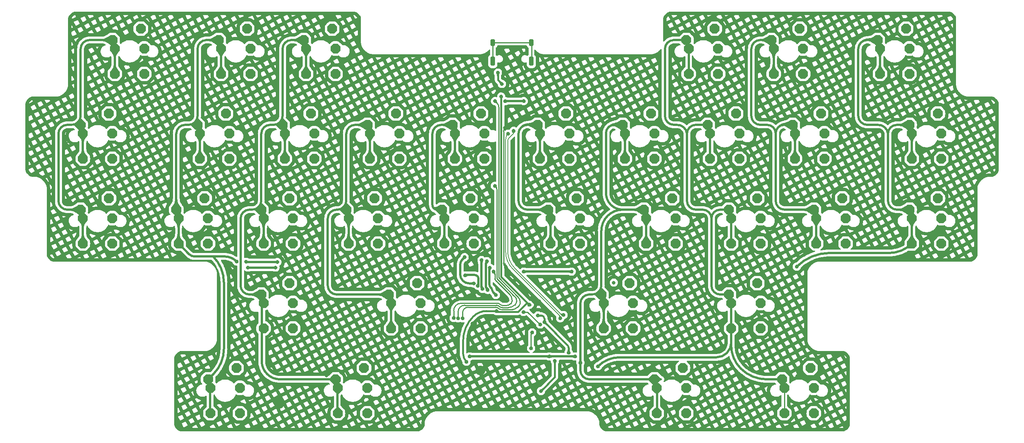
<source format=gtl>
G04 #@! TF.GenerationSoftware,KiCad,Pcbnew,(6.0.11-0)*
G04 #@! TF.CreationDate,2023-07-13T15:03:37+09:00*
G04 #@! TF.ProjectId,qfwfq,71667766-712e-46b6-9963-61645f706362,rev?*
G04 #@! TF.SameCoordinates,Original*
G04 #@! TF.FileFunction,Copper,L1,Top*
G04 #@! TF.FilePolarity,Positive*
%FSLAX46Y46*%
G04 Gerber Fmt 4.6, Leading zero omitted, Abs format (unit mm)*
G04 Created by KiCad (PCBNEW (6.0.11-0)) date 2023-07-13 15:03:37*
%MOMM*%
%LPD*%
G01*
G04 APERTURE LIST*
G04 Aperture macros list*
%AMFreePoly0*
4,1,17,0.470280,1.085355,1.085355,0.470280,1.100000,0.434925,1.100000,-0.434925,1.085355,-0.470281,0.470280,-1.085355,0.434925,-1.100000,-0.434925,-1.100000,-0.470281,-1.085355,-1.085355,-0.470280,-1.100000,-0.434925,-1.100000,0.434925,-1.085355,0.470280,-0.470281,1.085355,-0.434925,1.100000,0.434925,1.100000,0.470280,1.085355,0.470280,1.085355,$1*%
%AMFreePoly1*
4,1,17,0.480635,1.110355,1.110356,0.480635,1.125000,0.445280,1.125000,-0.445280,1.110356,-0.480635,0.480635,-1.110355,0.445280,-1.125000,-0.445280,-1.125000,-0.480635,-1.110356,-1.110355,-0.480635,-1.125000,-0.445280,-1.125000,0.445280,-1.110355,0.480635,-0.480635,1.110356,-0.445280,1.125000,0.445280,1.125000,0.480635,1.110355,0.480635,1.110355,$1*%
%AMFreePoly2*
4,1,17,0.307538,0.785355,0.485355,0.607538,0.500000,0.572183,0.500000,-0.572183,0.485355,-0.607538,0.307538,-0.785355,0.272183,-0.800000,-0.272183,-0.800000,-0.307538,-0.785355,-0.485355,-0.607538,-0.500000,-0.572183,-0.500000,0.572183,-0.485355,0.607538,-0.307538,0.785355,-0.272183,0.800000,0.272183,0.800000,0.307538,0.785355,0.307538,0.785355,$1*%
%AMFreePoly3*
4,1,17,0.307538,1.035355,0.485355,0.857538,0.500000,0.822183,0.500000,-0.822183,0.485355,-0.857538,0.307538,-1.035355,0.272183,-1.050000,-0.272183,-1.050000,-0.307538,-1.035355,-0.485355,-0.857538,-0.500000,-0.822183,-0.500000,0.822183,-0.485355,0.857538,-0.307538,1.035355,-0.272183,1.050000,0.272183,1.050000,0.307538,1.035355,0.307538,1.035355,$1*%
G04 Aperture macros list end*
G04 #@! TA.AperFunction,ComponentPad*
%ADD10FreePoly0,0.000000*%
G04 #@! TD*
G04 #@! TA.AperFunction,ComponentPad*
%ADD11FreePoly1,0.000000*%
G04 #@! TD*
G04 #@! TA.AperFunction,ComponentPad*
%ADD12FreePoly2,0.000000*%
G04 #@! TD*
G04 #@! TA.AperFunction,ComponentPad*
%ADD13FreePoly3,0.000000*%
G04 #@! TD*
G04 #@! TA.AperFunction,ViaPad*
%ADD14C,0.800000*%
G04 #@! TD*
G04 #@! TA.AperFunction,Conductor*
%ADD15C,0.250000*%
G04 #@! TD*
G04 #@! TA.AperFunction,Conductor*
%ADD16C,0.386000*%
G04 #@! TD*
G04 #@! TA.AperFunction,Conductor*
%ADD17C,0.500000*%
G04 #@! TD*
G04 #@! TA.AperFunction,Conductor*
%ADD18C,0.200000*%
G04 #@! TD*
G04 APERTURE END LIST*
D10*
X89569000Y-104135000D03*
X89569000Y-109855000D03*
D11*
X89059000Y-102235000D03*
X95409000Y-99695000D03*
D10*
X96169000Y-104135000D03*
X96169000Y-109855000D03*
X177675000Y-71755000D03*
X177675000Y-66035000D03*
D11*
X177165000Y-64135000D03*
D10*
X184275000Y-71755000D03*
D11*
X183515000Y-61595000D03*
D10*
X184275000Y-66035000D03*
D11*
X148590000Y-83185000D03*
D10*
X149100000Y-85085000D03*
X149100000Y-90805000D03*
X155700000Y-85085000D03*
X155700000Y-90805000D03*
D11*
X154940000Y-80645000D03*
D10*
X218156250Y-66035000D03*
X218156250Y-71755000D03*
D11*
X217646250Y-64135000D03*
D10*
X224756250Y-66035000D03*
D11*
X223996250Y-61595000D03*
D10*
X224756250Y-71755000D03*
X63375000Y-33655000D03*
D11*
X62865000Y-26035000D03*
D10*
X63375000Y-27935000D03*
D11*
X69215000Y-23495000D03*
D10*
X69975000Y-33655000D03*
X69975000Y-27935000D03*
D11*
X160496000Y-102235000D03*
D10*
X161006000Y-104135000D03*
X161006000Y-109855000D03*
D11*
X166846000Y-99695000D03*
D10*
X167606000Y-104135000D03*
X167606000Y-109855000D03*
X218156250Y-46985000D03*
X218156250Y-52705000D03*
D11*
X217646250Y-45085000D03*
D10*
X224756250Y-52705000D03*
D11*
X223996250Y-42545000D03*
D10*
X224756250Y-46985000D03*
D11*
X72390000Y-83185000D03*
D10*
X72900000Y-85085000D03*
X72900000Y-90805000D03*
D11*
X78740000Y-80645000D03*
D10*
X79500000Y-85085000D03*
X79500000Y-90805000D03*
X32418750Y-52705000D03*
X32418750Y-46985000D03*
D11*
X31908750Y-45085000D03*
D10*
X39018750Y-46985000D03*
D11*
X38258750Y-42545000D03*
D10*
X39018750Y-52705000D03*
X153862500Y-52705000D03*
X153862500Y-46985000D03*
D11*
X153352500Y-45085000D03*
D10*
X160462500Y-52705000D03*
X160462500Y-46985000D03*
D11*
X159702500Y-42545000D03*
X177165000Y-83185000D03*
D10*
X177675000Y-90805000D03*
X177675000Y-85085000D03*
X184275000Y-90805000D03*
D11*
X183515000Y-80645000D03*
D10*
X184275000Y-85085000D03*
D11*
X196215000Y-64135000D03*
D10*
X196725000Y-66035000D03*
X196725000Y-71755000D03*
X203325000Y-71755000D03*
D11*
X202565000Y-61595000D03*
D10*
X203325000Y-66035000D03*
X82425000Y-33655000D03*
X82425000Y-27935000D03*
D11*
X81915000Y-26035000D03*
X88265000Y-23495000D03*
D10*
X89025000Y-27935000D03*
X89025000Y-33655000D03*
X53850000Y-71755000D03*
X53850000Y-66035000D03*
D11*
X53340000Y-64135000D03*
X59690000Y-61595000D03*
D10*
X60450000Y-66035000D03*
X60450000Y-71755000D03*
X96712500Y-52705000D03*
X96712500Y-46985000D03*
D11*
X96202500Y-45085000D03*
D10*
X103312500Y-52705000D03*
D11*
X102552500Y-42545000D03*
D10*
X103312500Y-46985000D03*
D11*
X172402500Y-45085000D03*
D10*
X172912500Y-52705000D03*
X172912500Y-46985000D03*
X179512500Y-46985000D03*
X179512500Y-52705000D03*
D11*
X178752500Y-42545000D03*
D10*
X101475000Y-85085000D03*
D11*
X100965000Y-83185000D03*
D10*
X101475000Y-90805000D03*
D11*
X107315000Y-80645000D03*
D10*
X108075000Y-90805000D03*
X108075000Y-85085000D03*
X39562500Y-27935000D03*
D11*
X39052500Y-26035000D03*
D10*
X39562500Y-33655000D03*
D11*
X45402500Y-23495000D03*
D10*
X46162500Y-27935000D03*
X46162500Y-33655000D03*
D11*
X191452500Y-45085000D03*
D10*
X191962500Y-46985000D03*
X191962500Y-52705000D03*
D11*
X197802500Y-42545000D03*
D10*
X198562500Y-46985000D03*
X198562500Y-52705000D03*
X72900000Y-66035000D03*
D11*
X72390000Y-64135000D03*
D10*
X72900000Y-71755000D03*
D11*
X78740000Y-61595000D03*
D10*
X79500000Y-66035000D03*
X79500000Y-71755000D03*
X168150000Y-33655000D03*
X168150000Y-27935000D03*
D11*
X167640000Y-26035000D03*
X173990000Y-23495000D03*
D10*
X174750000Y-33655000D03*
X174750000Y-27935000D03*
X187200000Y-27935000D03*
D11*
X186690000Y-26035000D03*
D10*
X187200000Y-33655000D03*
D11*
X193040000Y-23495000D03*
D10*
X193800000Y-27935000D03*
X193800000Y-33655000D03*
X158625000Y-71755000D03*
X158625000Y-66035000D03*
D11*
X158115000Y-64135000D03*
D10*
X165225000Y-66035000D03*
D11*
X164465000Y-61595000D03*
D10*
X165225000Y-71755000D03*
X32418750Y-71755000D03*
X32418750Y-66035000D03*
D11*
X31908750Y-64135000D03*
D10*
X39018750Y-71755000D03*
D11*
X38258750Y-61595000D03*
D10*
X39018750Y-66035000D03*
D11*
X189071000Y-102235000D03*
D10*
X189581000Y-109855000D03*
X189581000Y-104135000D03*
D11*
X195421000Y-99695000D03*
D10*
X196181000Y-104135000D03*
X196181000Y-109855000D03*
D11*
X210502500Y-26035000D03*
D10*
X211012500Y-33655000D03*
X211012500Y-27935000D03*
X217612500Y-27935000D03*
X217612500Y-33655000D03*
D11*
X216852500Y-23495000D03*
D10*
X58612500Y-46985000D03*
D11*
X58102500Y-45085000D03*
D10*
X58612500Y-52705000D03*
X65212500Y-52705000D03*
D11*
X64452500Y-42545000D03*
D10*
X65212500Y-46985000D03*
X137193750Y-66035000D03*
D11*
X136683750Y-64135000D03*
D10*
X137193750Y-71755000D03*
X143793750Y-66035000D03*
D11*
X143033750Y-61595000D03*
D10*
X143793750Y-71755000D03*
X113381250Y-71755000D03*
X113381250Y-66035000D03*
D11*
X112871250Y-64135000D03*
D10*
X119981250Y-71755000D03*
D11*
X119221250Y-61595000D03*
D10*
X119981250Y-66035000D03*
X60994000Y-104135000D03*
D11*
X60484000Y-102235000D03*
D10*
X60994000Y-109855000D03*
X67594000Y-104135000D03*
X67594000Y-109855000D03*
D11*
X66834000Y-99695000D03*
D10*
X134812500Y-46985000D03*
D11*
X134302500Y-45085000D03*
D10*
X134812500Y-52705000D03*
X141412500Y-52705000D03*
X141412500Y-46985000D03*
D11*
X140652500Y-42545000D03*
D10*
X77662500Y-46985000D03*
D11*
X77152500Y-45085000D03*
D10*
X77662500Y-52705000D03*
X84262500Y-46985000D03*
X84262500Y-52705000D03*
D11*
X83502500Y-42545000D03*
D10*
X115762500Y-46985000D03*
D11*
X115252500Y-45085000D03*
D10*
X115762500Y-52705000D03*
X122362500Y-46985000D03*
X122362500Y-52705000D03*
D11*
X121602500Y-42545000D03*
D10*
X91950000Y-71755000D03*
D11*
X91440000Y-64135000D03*
D10*
X91950000Y-66035000D03*
D11*
X97790000Y-61595000D03*
D10*
X98550000Y-66035000D03*
X98550000Y-71755000D03*
D12*
X132907500Y-26617500D03*
D13*
X124267500Y-30797500D03*
X132907500Y-30797500D03*
D12*
X124267500Y-26617500D03*
D14*
X151384000Y-80518000D03*
X87000000Y-101375000D03*
X137090000Y-87230000D03*
X126985500Y-45790000D03*
X127200000Y-77100000D03*
X123444000Y-83820000D03*
X129286000Y-94996000D03*
X121475000Y-100250000D03*
X119639304Y-89665409D03*
X76400000Y-107750000D03*
X134675000Y-84675000D03*
X193040000Y-101910000D03*
X126310000Y-35909228D03*
X125410000Y-33359228D03*
X124950000Y-83300000D03*
X69400000Y-77140000D03*
X123600000Y-77175000D03*
X75550000Y-77140000D03*
X68990000Y-75840000D03*
X66880000Y-75780000D03*
X122950000Y-75700000D03*
X123100000Y-82150000D03*
X75980000Y-75900000D03*
X121954236Y-81929587D03*
X121750000Y-75450000D03*
X118075000Y-78899500D03*
X120900500Y-81225000D03*
X117950000Y-74800011D03*
X120025000Y-80700000D03*
X143890000Y-98490000D03*
X134878299Y-89920299D03*
X131149500Y-87116310D03*
X132842000Y-95250000D03*
X192370000Y-76930000D03*
X133096000Y-91694000D03*
X117500000Y-88525000D03*
X127040000Y-39770000D03*
X131192000Y-39750000D03*
X124775000Y-39750000D03*
X124725000Y-58800000D03*
X116500497Y-88525000D03*
X115503066Y-88460691D03*
X141925000Y-78050000D03*
X124450000Y-78050000D03*
X131175000Y-78050000D03*
X136925000Y-97100000D03*
X142700000Y-97100000D03*
X119054000Y-97100000D03*
X135050000Y-104875000D03*
X126140000Y-38740000D03*
X125100000Y-86900000D03*
X141250000Y-96250500D03*
X138175000Y-98100000D03*
X135850000Y-89400000D03*
X132425000Y-85500000D03*
X134366000Y-87884000D03*
X118364000Y-98298000D03*
X139378768Y-88521232D03*
X127680000Y-47080000D03*
X128940000Y-46450000D03*
X140121232Y-87778768D03*
X147828000Y-99314000D03*
D15*
X126667520Y-47382480D02*
X126667520Y-46557671D01*
X126667520Y-47382480D02*
X126667520Y-76153306D01*
X126960413Y-76860413D02*
X127200000Y-77100000D01*
X126667510Y-76153306D02*
G75*
G03*
X126960413Y-76860413I999990J6D01*
G01*
X126985508Y-45790008D02*
G75*
G03*
X126667520Y-46557671I767692J-767692D01*
G01*
D16*
X125410000Y-35009228D02*
X126310000Y-35909228D01*
X125410000Y-33359228D02*
X125410000Y-35009228D01*
D17*
X26930000Y-47084998D02*
X26930000Y-62135001D01*
X31908750Y-28034998D02*
X31908750Y-43085001D01*
X39562500Y-33655000D02*
X39562500Y-28295624D01*
X69400000Y-77140000D02*
X75550000Y-77140000D01*
X32418750Y-66395624D02*
X32418750Y-71755000D01*
X124950000Y-83300000D02*
X124327268Y-82677268D01*
X123499520Y-80888170D02*
X123499520Y-77346530D01*
X31908750Y-64830000D02*
X31908750Y-65164375D01*
X123600000Y-77175000D02*
X123549760Y-77225240D01*
X31908750Y-46114375D02*
X31908750Y-45085000D01*
X39052500Y-27064375D02*
X39052500Y-26730000D01*
X32418750Y-47345624D02*
X32418750Y-52705000D01*
X38357500Y-26035000D02*
X33908748Y-26035000D01*
X123972731Y-81821340D02*
X123824760Y-81673369D01*
X29908751Y-45085000D02*
X28929998Y-45085000D01*
X28929998Y-64135000D02*
X31213750Y-64135000D01*
X31908700Y-28034998D02*
G75*
G02*
X33908748Y-26035000I2000000J-2D01*
G01*
X31908800Y-64830000D02*
G75*
G03*
X31213750Y-64135000I-695000J0D01*
G01*
X123824737Y-81673392D02*
G75*
G02*
X123499520Y-80888170I785263J785192D01*
G01*
X124327277Y-82677259D02*
G75*
G02*
X124150000Y-82249304I427923J427959D01*
G01*
X32163732Y-65780018D02*
G75*
G02*
X31908750Y-65164375I615668J615618D01*
G01*
X26930000Y-47084998D02*
G75*
G02*
X28929998Y-45085000I2000000J-2D01*
G01*
X123499527Y-77346530D02*
G75*
G02*
X123549760Y-77225240I171473J30D01*
G01*
X39052511Y-27064375D02*
G75*
G03*
X39307501Y-27679999I870589J-25D01*
G01*
X124150006Y-82249304D02*
G75*
G03*
X123972731Y-81821340I-605206J4D01*
G01*
X38357500Y-26035000D02*
G75*
G02*
X39052500Y-26730000I0J-695000D01*
G01*
X29908751Y-45085050D02*
G75*
G03*
X31908750Y-43085001I-51J2000050D01*
G01*
X39307507Y-27679993D02*
G75*
G02*
X39562500Y-28295624I-615607J-615607D01*
G01*
X28929998Y-64135000D02*
G75*
G02*
X26930000Y-62135001I2J2000000D01*
G01*
X32163732Y-46730018D02*
G75*
G02*
X31908750Y-46114375I615668J615618D01*
G01*
X32418725Y-47345624D02*
G75*
G03*
X32163750Y-46730000I-870625J24D01*
G01*
X32418725Y-66395624D02*
G75*
G03*
X32163750Y-65780000I-870625J24D01*
G01*
X123100000Y-82150000D02*
X123100000Y-81937867D01*
X58102500Y-28034998D02*
X58102500Y-43085001D01*
X64010000Y-80458254D02*
X64010000Y-95410000D01*
X123100000Y-81937867D02*
X122750000Y-81587867D01*
X53850000Y-66730000D02*
X53850000Y-71755000D01*
X60952828Y-104675500D02*
X60952828Y-109700500D01*
X122750000Y-81587867D02*
X122750000Y-76182842D01*
X58357500Y-45340000D02*
X58102500Y-45085000D01*
X53340000Y-47084998D02*
X53340000Y-63774375D01*
X53850000Y-65340000D02*
X53850000Y-66730000D01*
X58612500Y-47680000D02*
X58612500Y-52705000D01*
X60579000Y-102235000D02*
X60452000Y-102362000D01*
X60890000Y-103354376D02*
X60890000Y-103020000D01*
X62865000Y-27064375D02*
X62865000Y-26730000D01*
X75980000Y-75900000D02*
X69134852Y-75900000D01*
X55339998Y-45085000D02*
X56102501Y-45085000D01*
X63375000Y-28295624D02*
X63375000Y-33655000D01*
X58612500Y-45955624D02*
X58612500Y-46290000D01*
X60102498Y-26035000D02*
X62170000Y-26035000D01*
X53850000Y-65340000D02*
X53850000Y-65005624D01*
X56264774Y-74169774D02*
X53850000Y-71755000D01*
X61600000Y-74640000D02*
X57400000Y-74640000D01*
X58612500Y-46290000D02*
X58612500Y-47680000D01*
X64127797Y-74640000D02*
X61600000Y-74640000D01*
X61677255Y-101041746D02*
X60484000Y-102235000D01*
X60634929Y-102404447D02*
G75*
G02*
X60740624Y-102149376I105671J105647D01*
G01*
X68990035Y-75839965D02*
G75*
G03*
X69134852Y-75900000I144865J144765D01*
G01*
X58612489Y-45955624D02*
G75*
G03*
X58357499Y-45340001I-870589J24D01*
G01*
X61677256Y-101041747D02*
G75*
G03*
X64010000Y-95410000I-5631756J5631747D01*
G01*
X64010018Y-80458254D02*
G75*
G03*
X61599999Y-74640001I-8228318J-46D01*
G01*
X53849989Y-65005624D02*
G75*
G03*
X53594999Y-64390001I-870589J24D01*
G01*
X60890006Y-103020000D02*
G75*
G03*
X60634999Y-102404377I-870606J0D01*
G01*
X60102498Y-26035000D02*
G75*
G03*
X58102500Y-28034998I2J-2000000D01*
G01*
X58102500Y-43085001D02*
G75*
G02*
X56102501Y-45085000I-2000000J1D01*
G01*
X63374989Y-28295624D02*
G75*
G03*
X63119999Y-27680001I-870589J24D01*
G01*
X62170000Y-26035000D02*
G75*
G02*
X62865000Y-26730000I0J-695000D01*
G01*
X55339998Y-45085000D02*
G75*
G03*
X53340000Y-47084998I2J-2000000D01*
G01*
X63119993Y-27680007D02*
G75*
G02*
X62865000Y-27064375I615607J615607D01*
G01*
X53594993Y-64390007D02*
G75*
G02*
X53340000Y-63774375I615607J615607D01*
G01*
X122949987Y-75699987D02*
G75*
G03*
X122750000Y-76182842I482813J-482813D01*
G01*
X56264764Y-74169784D02*
G75*
G03*
X57400000Y-74640000I1135236J1135284D01*
G01*
X64127797Y-74640002D02*
G75*
G02*
X66880000Y-75780000I3J-3892198D01*
G01*
X72494521Y-97894521D02*
X72494521Y-83363428D01*
X89410000Y-104262000D02*
X89410000Y-109982000D01*
X77407500Y-45340000D02*
X77152500Y-45085000D01*
X72900000Y-65005624D02*
X72900000Y-65340000D01*
X77662500Y-47680000D02*
X77662500Y-52705000D01*
X121750000Y-78912324D02*
X121750000Y-80787675D01*
X88773000Y-102235000D02*
X88900000Y-102362000D01*
X67750000Y-66134998D02*
X67750000Y-81185001D01*
X77152500Y-28034998D02*
X77152500Y-43085001D01*
X82425000Y-28295624D02*
X82425000Y-33655000D01*
X88900000Y-103752000D02*
X89410000Y-104262000D01*
D15*
X121939618Y-81649519D02*
X121925000Y-81649519D01*
D17*
X72390000Y-62135001D02*
X72390000Y-47084998D01*
X88900000Y-102362000D02*
X88900000Y-103752000D01*
X121750000Y-78912324D02*
X121750000Y-75450000D01*
X77662500Y-46290000D02*
X77662500Y-45955624D01*
X69749998Y-64135000D02*
X70390001Y-64135000D01*
X72900000Y-66730000D02*
X72900000Y-71755000D01*
X79152498Y-26035000D02*
X81220000Y-26035000D01*
X72494521Y-97894521D02*
X72494521Y-98161729D01*
D15*
X121954236Y-81929587D02*
X121954236Y-81664137D01*
D17*
X72900000Y-65340000D02*
X72900000Y-66730000D01*
X75152501Y-45085000D02*
X74389998Y-45085000D01*
X72316092Y-83185000D02*
X69749998Y-83185000D01*
X121954236Y-81929587D02*
X121852118Y-81827469D01*
X77662500Y-46290000D02*
X77662500Y-47680000D01*
X81915000Y-27064375D02*
X81915000Y-26730000D01*
X76567792Y-102235000D02*
X88773000Y-102235000D01*
X121750000Y-80787675D02*
X121750000Y-81580934D01*
X72645000Y-64390000D02*
X72390000Y-64135000D01*
X121852125Y-81827462D02*
G75*
G02*
X121750000Y-81580934I246575J246562D01*
G01*
X72442273Y-83237247D02*
G75*
G02*
X72494521Y-83363428I-126173J-126153D01*
G01*
X82169993Y-27680007D02*
G75*
G02*
X81915000Y-27064375I615607J615607D01*
G01*
X69749998Y-64135000D02*
G75*
G03*
X67750000Y-66134998I2J-2000000D01*
G01*
D15*
X121939618Y-81649464D02*
G75*
G02*
X121954236Y-81664137I-18J-14636D01*
G01*
D17*
X76567792Y-102234999D02*
G75*
G02*
X72494521Y-98161729I-2J4073269D01*
G01*
X69749998Y-83185000D02*
G75*
G02*
X67750000Y-81185001I2J2000000D01*
G01*
X70390001Y-64135000D02*
G75*
G03*
X72390000Y-62135001I-1J2000000D01*
G01*
X81220000Y-26035000D02*
G75*
G02*
X81915000Y-26730000I0J-695000D01*
G01*
X77662489Y-45955624D02*
G75*
G03*
X77407499Y-45340001I-870589J24D01*
G01*
X72899989Y-65005624D02*
G75*
G03*
X72644999Y-64390001I-870589J24D01*
G01*
X82424989Y-28295624D02*
G75*
G03*
X82169999Y-27680001I-870589J24D01*
G01*
X74389998Y-45085000D02*
G75*
G03*
X72390000Y-47084998I2J-2000000D01*
G01*
X77152500Y-43085001D02*
G75*
G02*
X75152501Y-45085000I-2000000J1D01*
G01*
X79152498Y-26035000D02*
G75*
G03*
X77152500Y-28034998I2J-2000000D01*
G01*
X72442258Y-83237262D02*
G75*
G03*
X72316092Y-83185000I-126158J-126138D01*
G01*
X101475000Y-84390000D02*
X101475000Y-84055624D01*
X91950000Y-66730000D02*
X91950000Y-71755000D01*
X91695000Y-64390000D02*
X91440000Y-64135000D01*
X121050480Y-79654372D02*
X121050480Y-81225000D01*
X91950000Y-65340000D02*
X91950000Y-66730000D01*
X118124750Y-78849750D02*
X118075000Y-78899500D01*
X89279998Y-64135000D02*
X89440001Y-64135000D01*
X101475000Y-85780000D02*
X101475000Y-90805000D01*
X118244857Y-78800000D02*
X120196107Y-78800000D01*
X96712500Y-46290000D02*
X96712500Y-45955624D01*
X93439998Y-45085000D02*
X95841875Y-45085000D01*
X89279998Y-83185000D02*
X100604375Y-83185000D01*
X91440000Y-47084998D02*
X91440000Y-62135001D01*
X96712500Y-47680000D02*
X96712500Y-52705000D01*
X87280000Y-66134998D02*
X87280000Y-81185001D01*
X91950000Y-65005624D02*
X91950000Y-65340000D01*
X101475000Y-84390000D02*
X101475000Y-85780000D01*
X96712500Y-46290000D02*
X96712500Y-47680000D01*
X89279998Y-64135000D02*
G75*
G03*
X87280000Y-66134998I2J-2000000D01*
G01*
X89279998Y-83185000D02*
G75*
G02*
X87280000Y-81185001I2J2000000D01*
G01*
X96712489Y-45955624D02*
G75*
G03*
X96457499Y-45340001I-870589J24D01*
G01*
X121050497Y-79654372D02*
G75*
G03*
X120800240Y-79050240I-854397J-28D01*
G01*
X91440000Y-62135001D02*
G75*
G02*
X89440001Y-64135000I-2000000J1D01*
G01*
X95841875Y-45085011D02*
G75*
G02*
X96457499Y-45340001I25J-870589D01*
G01*
X93439998Y-45085000D02*
G75*
G03*
X91440000Y-47084998I2J-2000000D01*
G01*
X91949989Y-65005624D02*
G75*
G03*
X91694999Y-64390001I-870589J24D01*
G01*
X120196107Y-78800003D02*
G75*
G02*
X120800240Y-79050240I-7J-854397D01*
G01*
X100604375Y-83185011D02*
G75*
G02*
X101219999Y-83440001I25J-870589D01*
G01*
X101474989Y-84055624D02*
G75*
G03*
X101219999Y-83440001I-870589J24D01*
G01*
X118124783Y-78849783D02*
G75*
G02*
X118244857Y-78800000I120117J-120017D01*
G01*
X115762500Y-47680000D02*
X115762500Y-52705000D01*
X115762500Y-46290000D02*
X115762500Y-45955624D01*
X120025000Y-80700000D02*
X118998528Y-80700000D01*
X112510625Y-64135000D02*
X111805625Y-64135000D01*
X113381250Y-65340000D02*
X113381250Y-66730000D01*
X115762500Y-46290000D02*
X115762500Y-47680000D01*
X116950000Y-78651471D02*
X116950000Y-76507117D01*
X114891875Y-45085000D02*
X112739998Y-45085000D01*
X110740000Y-47084998D02*
X110740000Y-63069375D01*
X113381250Y-65340000D02*
X113381250Y-65005624D01*
X117450000Y-75300011D02*
X117950000Y-74800011D01*
X113381250Y-66730000D02*
X113381250Y-71755000D01*
X112739998Y-45085000D02*
G75*
G03*
X110740000Y-47084998I2J-2000000D01*
G01*
X116950011Y-76507117D02*
G75*
G02*
X117450000Y-75300011I1707089J17D01*
G01*
X118998528Y-80699988D02*
G75*
G02*
X117550000Y-80100000I-28J2048488D01*
G01*
X117549992Y-80100008D02*
G75*
G02*
X116950000Y-78651471I1448508J1448508D01*
G01*
X112510625Y-64134975D02*
G75*
G02*
X113126250Y-64390000I-25J-870625D01*
G01*
X113381225Y-65005624D02*
G75*
G03*
X113126250Y-64390000I-870625J24D01*
G01*
X114891875Y-45085011D02*
G75*
G02*
X115507499Y-45340001I25J-870589D01*
G01*
X111805625Y-64135000D02*
G75*
G02*
X110740000Y-63069375I-25J1065600D01*
G01*
X115762489Y-45955624D02*
G75*
G03*
X115507499Y-45340001I-870589J24D01*
G01*
X133941875Y-45085000D02*
X132019998Y-45085000D01*
X130020000Y-47084998D02*
X130020000Y-62135001D01*
X136323125Y-64135000D02*
X132019998Y-64135000D01*
X137193750Y-65005624D02*
X137193750Y-65340000D01*
X134812500Y-46290000D02*
X134812500Y-47680000D01*
X137193750Y-65340000D02*
X137193750Y-66730000D01*
X134812500Y-46290000D02*
X134812500Y-45955624D01*
X134812500Y-47680000D02*
X134812500Y-52705000D01*
X137193750Y-66730000D02*
X137193750Y-71755000D01*
X132019998Y-45085000D02*
G75*
G03*
X130020000Y-47084998I2J-2000000D01*
G01*
X133941875Y-45085011D02*
G75*
G02*
X134557499Y-45340001I25J-870589D01*
G01*
X137193725Y-65005624D02*
G75*
G03*
X136938750Y-64390000I-870625J24D01*
G01*
X134812489Y-45955624D02*
G75*
G03*
X134557499Y-45340001I-870589J24D01*
G01*
X132019998Y-64135000D02*
G75*
G02*
X130020000Y-62135001I2J2000000D01*
G01*
X136323125Y-64134975D02*
G75*
G02*
X136938750Y-64390000I-25J-870625D01*
G01*
X153352500Y-46114375D02*
X153352500Y-45780000D01*
X143890000Y-98490000D02*
X143890000Y-85184998D01*
X143890000Y-100235001D02*
X143890000Y-98490000D01*
X158625000Y-65005624D02*
X158625000Y-65340000D01*
X153352500Y-64135000D02*
X157754375Y-64135000D01*
X153504924Y-102235000D02*
X145889998Y-102235000D01*
X145889998Y-83185000D02*
X146590001Y-83185000D01*
X161925000Y-102235000D02*
X158191212Y-102235000D01*
X151491250Y-45085000D02*
X152657500Y-45085000D01*
X149630000Y-57292500D02*
X149630000Y-59372500D01*
X149100000Y-85780000D02*
X149100000Y-90805000D01*
X148845000Y-83440000D02*
X148590000Y-83185000D01*
X161925000Y-102235000D02*
X160655000Y-102235000D01*
X149630000Y-60412500D02*
X149630000Y-59372500D01*
X149100000Y-84055624D02*
X149100000Y-84390000D01*
X149630000Y-46946250D02*
X149630000Y-57292500D01*
X161038000Y-104262000D02*
X161038000Y-109982000D01*
X148590000Y-81185001D02*
X148590000Y-68897500D01*
X160528000Y-103752000D02*
X161038000Y-104262000D01*
X158625000Y-66730000D02*
X158625000Y-71755000D01*
X158625000Y-65340000D02*
X158625000Y-66730000D01*
X158191212Y-102235000D02*
X153504924Y-102235000D01*
X153862500Y-47345624D02*
X153862500Y-52705000D01*
X160655000Y-102235000D02*
X160528000Y-102362000D01*
X149100000Y-84390000D02*
X149100000Y-85780000D01*
X160528000Y-102362000D02*
X160528000Y-103752000D01*
X149630000Y-46946250D02*
G75*
G02*
X151491250Y-45085000I1861200J50D01*
G01*
X153607493Y-46730007D02*
G75*
G02*
X153352500Y-46114375I615607J615607D01*
G01*
X152657500Y-45085000D02*
G75*
G02*
X153352500Y-45780000I0J-695000D01*
G01*
X145889998Y-102235000D02*
G75*
G02*
X143890000Y-100235001I2J2000000D01*
G01*
X149099989Y-84055624D02*
G75*
G03*
X148844999Y-83440001I-870589J24D01*
G01*
X157754375Y-64135011D02*
G75*
G02*
X158369999Y-64390001I25J-870589D01*
G01*
X143890000Y-85184998D02*
G75*
G02*
X145889998Y-83185000I2000000J-2D01*
G01*
X149630000Y-60412500D02*
G75*
G03*
X153352500Y-64135000I3722500J0D01*
G01*
X146590001Y-83185000D02*
G75*
G03*
X148590000Y-81185001I-1J2000000D01*
G01*
X148590000Y-68897500D02*
G75*
G02*
X153352500Y-64135000I4762500J0D01*
G01*
X153862489Y-47345624D02*
G75*
G03*
X153607499Y-46730001I-870589J24D01*
G01*
X158624989Y-65005624D02*
G75*
G03*
X158369999Y-64390001I-870589J24D01*
G01*
X196725000Y-66730000D02*
X196725000Y-71755000D01*
X191962500Y-45955624D02*
X191962500Y-46290000D01*
X187645000Y-62135001D02*
X187645000Y-46988750D01*
X187200000Y-28295624D02*
X187200000Y-33655000D01*
X184199998Y-45085000D02*
X185741250Y-45085000D01*
X182200000Y-28034998D02*
X182200000Y-43085001D01*
X185995000Y-26035000D02*
X184199998Y-26035000D01*
X186690000Y-27064375D02*
X186690000Y-26730000D01*
X189644998Y-64135000D02*
X195854375Y-64135000D01*
D15*
X132074310Y-87116310D02*
X131149500Y-87116310D01*
D17*
X196725000Y-65340000D02*
X196725000Y-66730000D01*
X191962500Y-47680000D02*
X191962500Y-52705000D01*
X196725000Y-65005624D02*
X196725000Y-65340000D01*
X189548750Y-45085000D02*
X191091875Y-45085000D01*
D15*
X134878299Y-89920299D02*
X132074310Y-87116310D01*
D17*
X191962500Y-46290000D02*
X191962500Y-47680000D01*
X187645000Y-46988750D02*
G75*
G02*
X189548750Y-45085000I1903700J50D01*
G01*
X196724989Y-65005624D02*
G75*
G03*
X196469999Y-64390001I-870589J24D01*
G01*
X184199998Y-26035000D02*
G75*
G03*
X182200000Y-28034998I2J-2000000D01*
G01*
X189644998Y-64135000D02*
G75*
G02*
X187645000Y-62135001I2J2000000D01*
G01*
X187199989Y-28295624D02*
G75*
G03*
X186944999Y-27680001I-870589J24D01*
G01*
X187645000Y-46988750D02*
G75*
G03*
X185741250Y-45085000I-1903800J-50D01*
G01*
X185995000Y-26035000D02*
G75*
G02*
X186690000Y-26730000I0J-695000D01*
G01*
X191962489Y-45955624D02*
G75*
G03*
X191707499Y-45340001I-870589J24D01*
G01*
X182200000Y-43085001D02*
G75*
G03*
X184199998Y-45085000I2000000J1D01*
G01*
X186944993Y-27680007D02*
G75*
G02*
X186690000Y-27064375I615607J615607D01*
G01*
X191091875Y-45085011D02*
G75*
G02*
X191707499Y-45340001I25J-870589D01*
G01*
X195854375Y-64135011D02*
G75*
G02*
X196469999Y-64390001I25J-870589D01*
G01*
X209290000Y-73860000D02*
X199781635Y-73860000D01*
X206160000Y-28034998D02*
X206160000Y-43085001D01*
X218156250Y-66730000D02*
X218156250Y-71755000D01*
X212810000Y-47084998D02*
X212810000Y-62135001D01*
X217646250Y-46114375D02*
X217646250Y-45780000D01*
X217285625Y-64135000D02*
X214809998Y-64135000D01*
X214809998Y-45085000D02*
X216951250Y-45085000D01*
X211012500Y-28295624D02*
X211012500Y-33655000D01*
X208159998Y-45085000D02*
X210466856Y-45085000D01*
X218156250Y-65340000D02*
X218156250Y-65005624D01*
X218156250Y-65340000D02*
X218156250Y-66730000D01*
X218156250Y-47345624D02*
X218156250Y-52705000D01*
X209807500Y-26035000D02*
X208159998Y-26035000D01*
D15*
X132842000Y-95250000D02*
X132842000Y-92307210D01*
D17*
X210502500Y-26730000D02*
X210502500Y-27064375D01*
X213074331Y-73860000D02*
X209290000Y-73860000D01*
X208159998Y-26035000D02*
G75*
G03*
X206160000Y-28034998I2J-2000000D01*
G01*
D15*
X133095997Y-91693997D02*
G75*
G03*
X132842000Y-92307210I613203J-613203D01*
G01*
D17*
X213074331Y-73860027D02*
G75*
G03*
X218156250Y-71755000I-31J7186927D01*
G01*
X212810000Y-47084998D02*
G75*
G02*
X214809998Y-45085000I2000000J-2D01*
G01*
X192369990Y-76929990D02*
G75*
G02*
X199781635Y-73860000I7411610J-7411610D01*
G01*
X218156225Y-65005624D02*
G75*
G03*
X217901250Y-64390000I-870625J24D01*
G01*
X209807500Y-26035000D02*
G75*
G02*
X210502500Y-26730000I0J-695000D01*
G01*
X217901232Y-46730018D02*
G75*
G02*
X217646250Y-46114375I615668J615618D01*
G01*
X217285625Y-64134975D02*
G75*
G02*
X217901250Y-64390000I-25J-870625D01*
G01*
X210757493Y-27680007D02*
G75*
G02*
X210502500Y-27064375I615607J615607D01*
G01*
X214809998Y-64135000D02*
G75*
G02*
X212810000Y-62135001I2J2000000D01*
G01*
X206160000Y-43085001D02*
G75*
G03*
X208159998Y-45085000I2000000J1D01*
G01*
X218156225Y-47345624D02*
G75*
G03*
X217901250Y-46730000I-870625J24D01*
G01*
X216951250Y-45085050D02*
G75*
G02*
X217646250Y-45780000I50J-694950D01*
G01*
X211012489Y-28295624D02*
G75*
G03*
X210757499Y-27680001I-870589J24D01*
G01*
X212810046Y-47084994D02*
G75*
G03*
X210466856Y-45085000I-2184146J-186306D01*
G01*
D15*
X129856558Y-83663442D02*
X125650596Y-79457480D01*
X125632480Y-78144980D02*
X125632480Y-79019980D01*
X129883324Y-83690209D02*
X129856558Y-83663442D01*
X124898479Y-86050000D02*
X118737500Y-86050000D01*
D17*
X127040000Y-39770000D02*
X131172000Y-39770000D01*
D15*
X128552480Y-86582480D02*
X126184000Y-86582480D01*
X129920000Y-85900000D02*
X130161299Y-85658701D01*
X128773917Y-86582480D02*
X128552480Y-86582480D01*
X117500000Y-88525000D02*
X117500000Y-87287500D01*
X125632480Y-79019980D02*
X125632480Y-79457480D01*
D17*
X131172000Y-39770000D02*
X131192000Y-39750000D01*
D15*
X125632480Y-78144980D02*
X125632480Y-41213809D01*
X129721917Y-86098084D02*
X129920000Y-85900000D01*
X125203740Y-40178740D02*
X124775000Y-39750000D01*
X130430000Y-85010000D02*
G75*
G02*
X130161299Y-85658701I-917400J0D01*
G01*
X125632481Y-41213809D02*
G75*
G03*
X125203739Y-40178741I-1463781J9D01*
G01*
X124898479Y-86050015D02*
G75*
G02*
X125541239Y-86316241I21J-908985D01*
G01*
X129883331Y-83690202D02*
G75*
G02*
X130430000Y-85010000I-1319831J-1319798D01*
G01*
X117500000Y-87287500D02*
G75*
G02*
X118737500Y-86050000I1237500J0D01*
G01*
X126184000Y-86582485D02*
G75*
G02*
X125541241Y-86316239I0J908985D01*
G01*
X129721936Y-86098103D02*
G75*
G02*
X128552480Y-86582480I-1169436J1169503D01*
G01*
X125182960Y-59581786D02*
X125182960Y-77389713D01*
X129304255Y-83764293D02*
X128934981Y-83395019D01*
X125090304Y-85600480D02*
X117962757Y-85600480D01*
X125493383Y-79954779D02*
X125182480Y-79643876D01*
X126769320Y-81229358D02*
X128934981Y-83395019D01*
X129213112Y-85516888D02*
X129300000Y-85430000D01*
X125504573Y-79954779D02*
X125493383Y-79954779D01*
X126769320Y-81219525D02*
X125504573Y-79954779D01*
X127745000Y-86125000D02*
X126356610Y-86125000D01*
X129580000Y-84754021D02*
X129580000Y-84430000D01*
X125182960Y-77389713D02*
X125182960Y-79205218D01*
X126769320Y-81219525D02*
X126769320Y-81229358D01*
X125182480Y-79643876D02*
X125182480Y-79027040D01*
X116500497Y-87062740D02*
X116500497Y-88525000D01*
X124725000Y-58800000D02*
X124953980Y-59028980D01*
X125723455Y-85862742D02*
G75*
G03*
X126356610Y-86125000I633145J633142D01*
G01*
X126769299Y-81219546D02*
G75*
G02*
X126776752Y-81237469I-17899J-17954D01*
G01*
X116500580Y-87062740D02*
G75*
G02*
X117962757Y-85600480I1462220J40D01*
G01*
X129213107Y-85516883D02*
G75*
G02*
X127745000Y-86125000I-1468107J1468083D01*
G01*
X125182977Y-59581786D02*
G75*
G03*
X124953980Y-59028980I-781777J-14D01*
G01*
X129304265Y-83764283D02*
G75*
G02*
X129580000Y-84430000I-665765J-665717D01*
G01*
X125182476Y-79206372D02*
G75*
G03*
X125182960Y-79205218I-1176J1172D01*
G01*
X129580008Y-84754021D02*
G75*
G02*
X129300000Y-85430000I-956008J21D01*
G01*
X125090304Y-85600479D02*
G75*
G02*
X125723457Y-85862740I-4J-895421D01*
G01*
X128091783Y-83188217D02*
X127892849Y-82989283D01*
D17*
X131175000Y-78050000D02*
X141925000Y-78050000D01*
D15*
X125913220Y-85413220D02*
X125981025Y-85481025D01*
X128386152Y-85153848D02*
X128320000Y-85220000D01*
X125213359Y-80333358D02*
X124840000Y-79960000D01*
X124587259Y-78187259D02*
X124450000Y-78050000D01*
X124724519Y-79681205D02*
X124724519Y-78518633D01*
X128570000Y-84342734D02*
X128570000Y-84710000D01*
X127220375Y-85675480D02*
X126450480Y-85675480D01*
X115503066Y-86805825D02*
X115503066Y-88460691D01*
X127892849Y-82989283D02*
X125253588Y-80350022D01*
X117157931Y-85150960D02*
X125280068Y-85150960D01*
X126450480Y-85675480D02*
G75*
G02*
X126450480Y-85675480I0J0D01*
G01*
X128569985Y-84342734D02*
G75*
G03*
X128091783Y-83188217I-1632685J34D01*
G01*
X125213359Y-80333358D02*
G75*
G03*
X125253588Y-80350022I40241J40258D01*
G01*
X124587273Y-78187245D02*
G75*
G02*
X124724519Y-78518633I-331373J-331355D01*
G01*
X127220375Y-85675469D02*
G75*
G03*
X128320000Y-85220000I25J1555069D01*
G01*
X126450480Y-85675502D02*
G75*
G02*
X125981025Y-85481025I20J663902D01*
G01*
X124724518Y-79681205D02*
G75*
G03*
X124840001Y-79959999I394282J5D01*
G01*
X115503060Y-86805825D02*
G75*
G02*
X117157931Y-85150960I1654840J25D01*
G01*
X125280068Y-85150991D02*
G75*
G02*
X125913220Y-85413220I32J-895409D01*
G01*
X128386153Y-85153849D02*
G75*
G03*
X128570000Y-84710000I-443853J443849D01*
G01*
D17*
X136925000Y-97100000D02*
X119054000Y-97100000D01*
X136925000Y-97100000D02*
X142650000Y-97100000D01*
D15*
X124290000Y-30797500D02*
X124290000Y-26617500D01*
X124290000Y-26617500D02*
X132930000Y-26617500D01*
X132930000Y-26617500D02*
X132930000Y-30797500D01*
D16*
X129900000Y-87100000D02*
X125300000Y-87100000D01*
X141250000Y-96250500D02*
X141250000Y-95214214D01*
X140957107Y-94507107D02*
X135850000Y-89400000D01*
X117602000Y-96458370D02*
X117602000Y-93656892D01*
X126150480Y-38750480D02*
X126150480Y-43200000D01*
X130600000Y-83675000D02*
X131962500Y-85037500D01*
X126140000Y-38740000D02*
X126150480Y-38750480D01*
X125300000Y-87100000D02*
X125100000Y-86900000D01*
X134366000Y-87884000D02*
X135022790Y-87884000D01*
X138175000Y-98100000D02*
X138175000Y-101750000D01*
X135850000Y-88654641D02*
X135850000Y-89400000D01*
X131962500Y-85037500D02*
X132425000Y-85500000D01*
X122876796Y-86900000D02*
X125100000Y-86900000D01*
X126150000Y-43200000D02*
X126150000Y-79225000D01*
X131962500Y-85037500D02*
X129900000Y-87100000D01*
X126150000Y-79225000D02*
X126862500Y-79937500D01*
X138175000Y-101750000D02*
X135050000Y-104875000D01*
X126862500Y-79937500D02*
X130600000Y-83675000D01*
X135849982Y-88654641D02*
G75*
G03*
X135635999Y-88138001I-730582J41D01*
G01*
X119888002Y-88138002D02*
G75*
G03*
X117602000Y-93656892I5518898J-5518898D01*
G01*
X135636003Y-88137997D02*
G75*
G03*
X135022790Y-87884000I-613203J-613203D01*
G01*
X117602013Y-96458370D02*
G75*
G03*
X118364000Y-98298000I2601587J-30D01*
G01*
X122876796Y-86899999D02*
G75*
G03*
X119888000Y-88138000I4J-4226801D01*
G01*
X140957114Y-94507100D02*
G75*
G02*
X141250000Y-95214214I-707114J-707100D01*
G01*
D18*
X127150000Y-49930000D02*
X127150000Y-73614235D01*
X127150000Y-48359533D02*
X127150000Y-49930000D01*
X139378768Y-88521232D02*
X139378768Y-88309099D01*
X139228767Y-87946966D02*
X128743792Y-77461991D01*
X128743799Y-77461984D02*
G75*
G02*
X127150000Y-73614235I3847801J3847784D01*
G01*
X127150014Y-48359533D02*
G75*
G02*
X127680000Y-47080000I1809486J33D01*
G01*
X139378758Y-88309099D02*
G75*
G03*
X139228767Y-87946966I-512158J-1D01*
G01*
X127600000Y-48800000D02*
X127600000Y-48750121D01*
X127600000Y-73427837D02*
X127600000Y-48800000D01*
X127890000Y-48050000D02*
X128940000Y-47000000D01*
X140121232Y-87778768D02*
X139909099Y-87778768D01*
X139546966Y-87628767D02*
X129193792Y-77275593D01*
X128940000Y-47000000D02*
X128940000Y-46450000D01*
X127889994Y-48049994D02*
G75*
G03*
X127600000Y-48750121I700106J-700106D01*
G01*
X139546959Y-87628774D02*
G75*
G03*
X139909099Y-87778768I362141J362174D01*
G01*
X127599989Y-73427837D02*
G75*
G03*
X129193792Y-77275593I5441611J37D01*
G01*
D17*
X166945000Y-26035000D02*
X164839998Y-26035000D01*
X172912500Y-47345624D02*
X172912500Y-52705000D01*
X185657497Y-102235000D02*
X189071000Y-102235000D01*
X177675000Y-94022658D02*
X177675000Y-93090000D01*
X177675000Y-94022658D02*
X177675000Y-94614542D01*
X177675000Y-88520000D02*
X177675000Y-93090000D01*
X172402500Y-46114375D02*
X172402500Y-45780000D01*
X153918500Y-97287500D02*
X152720403Y-97287500D01*
X176804375Y-64135000D02*
X175212500Y-64135000D01*
X177675000Y-65005624D02*
X177675000Y-65340000D01*
X177675000Y-85780000D02*
X177675000Y-88520000D01*
X167640000Y-26730000D02*
X167640000Y-27064375D01*
X188976000Y-103625000D02*
X189486000Y-104135000D01*
X165438750Y-45085000D02*
X164839998Y-45085000D01*
X177675000Y-65340000D02*
X177675000Y-66730000D01*
X173260000Y-66087500D02*
X173260000Y-81232500D01*
X174410158Y-97287500D02*
X153918500Y-97287500D01*
X177675000Y-84390000D02*
X177675000Y-84055624D01*
X177675000Y-84390000D02*
X177675000Y-85780000D01*
X169759998Y-64135000D02*
X171307500Y-64135000D01*
D15*
X189581000Y-104135000D02*
X189581000Y-109855000D01*
D17*
X167760000Y-62135001D02*
X167760000Y-47084998D01*
D15*
X189071000Y-102235000D02*
X189071000Y-102903752D01*
D17*
X188976000Y-102235000D02*
X188976000Y-103625000D01*
X169759998Y-45085000D02*
X171707500Y-45085000D01*
X176804375Y-83185000D02*
X175212500Y-83185000D01*
X168150000Y-28295624D02*
X168150000Y-33655000D01*
X162840000Y-28034998D02*
X162840000Y-43085001D01*
X177675000Y-66730000D02*
X177675000Y-71755000D01*
X175212500Y-83185000D02*
G75*
G02*
X173260000Y-81232500I0J1952500D01*
G01*
D15*
X189581015Y-104134985D02*
G75*
G02*
X189071000Y-102903752I1231285J1231285D01*
G01*
D17*
X185657497Y-102235001D02*
G75*
G02*
X179832000Y-99822000I3J8238501D01*
G01*
X164839998Y-26035000D02*
G75*
G03*
X162840000Y-28034998I2J-2000000D01*
G01*
X176718783Y-96331283D02*
G75*
G03*
X177675000Y-94022658I-2308683J2308583D01*
G01*
X147827999Y-99313999D02*
G75*
G02*
X152720403Y-97287500I4892401J-4892401D01*
G01*
X174410158Y-97287453D02*
G75*
G03*
X176718750Y-96331250I42J3264853D01*
G01*
X167760000Y-47084998D02*
G75*
G02*
X169759998Y-45085000I2000000J-2D01*
G01*
X164839998Y-45085000D02*
G75*
G02*
X162840000Y-43085001I2J2000000D01*
G01*
X177674989Y-65005624D02*
G75*
G03*
X177419999Y-64390001I-870589J24D01*
G01*
X166945000Y-26035000D02*
G75*
G02*
X167640000Y-26730000I0J-695000D01*
G01*
X167760018Y-47084997D02*
G75*
G03*
X165438750Y-45085001I-2171718J-173503D01*
G01*
X172912489Y-47345624D02*
G75*
G03*
X172657499Y-46730001I-870589J24D01*
G01*
X175212500Y-64135000D02*
G75*
G03*
X173260000Y-66087500I0J-1952500D01*
G01*
X172657493Y-46730007D02*
G75*
G02*
X172402500Y-46114375I615607J615607D01*
G01*
X168149989Y-28295624D02*
G75*
G03*
X167894999Y-27680001I-870589J24D01*
G01*
X167894993Y-27680007D02*
G75*
G02*
X167640000Y-27064375I615607J615607D01*
G01*
X176804375Y-64135011D02*
G75*
G02*
X177419999Y-64390001I25J-870589D01*
G01*
X177674989Y-84055624D02*
G75*
G03*
X177419999Y-83440001I-870589J24D01*
G01*
X176804375Y-83185011D02*
G75*
G02*
X177419999Y-83440001I25J-870589D01*
G01*
X169759998Y-64135000D02*
G75*
G02*
X167760000Y-62135001I2J2000000D01*
G01*
X171707500Y-45085000D02*
G75*
G02*
X172402500Y-45780000I0J-695000D01*
G01*
X179832012Y-99821988D02*
G75*
G02*
X177675000Y-94614542I5207488J5207488D01*
G01*
X171307500Y-64135000D02*
G75*
G02*
X173260000Y-66087500I0J-1952500D01*
G01*
G04 #@! TA.AperFunction,Conductor*
G36*
X142880038Y-96714352D02*
G01*
X143085648Y-96919962D01*
X143100000Y-96954610D01*
X143100000Y-97245390D01*
X143085648Y-97280038D01*
X142880038Y-97485648D01*
X142845390Y-97500000D01*
X142554610Y-97500000D01*
X142519962Y-97485648D01*
X142134314Y-97100000D01*
X142519962Y-96714352D01*
X142554610Y-96700000D01*
X142845390Y-96700000D01*
X142880038Y-96714352D01*
G37*
G04 #@! TD.AperFunction*
G04 #@! TA.AperFunction,Conductor*
G36*
X187170343Y-24924352D02*
G01*
X187800648Y-25554657D01*
X187815000Y-25589305D01*
X187815000Y-26480695D01*
X187800648Y-26515343D01*
X186690000Y-27625991D01*
X185099009Y-26035000D01*
X186209657Y-24924352D01*
X186244305Y-24910000D01*
X187135695Y-24910000D01*
X187170343Y-24924352D01*
G37*
G04 #@! TD.AperFunction*
G04 #@! TA.AperFunction,Conductor*
G36*
X148624648Y-81628657D02*
G01*
X149700648Y-82704657D01*
X149715000Y-82739305D01*
X149715000Y-83630695D01*
X149700648Y-83665343D01*
X149055991Y-84310000D01*
X148144305Y-84310000D01*
X148109657Y-84295648D01*
X147033657Y-83219648D01*
X147019305Y-83185000D01*
X147033657Y-83150352D01*
X148555352Y-81628657D01*
X148590000Y-81614305D01*
X148624648Y-81628657D01*
G37*
G04 #@! TD.AperFunction*
G04 #@! TA.AperFunction,Conductor*
G36*
X39615000Y-26035000D02*
G01*
X38562124Y-27047500D01*
X38356517Y-26937855D01*
X38183387Y-26828673D01*
X38033067Y-26722562D01*
X37895891Y-26622132D01*
X37762191Y-26529993D01*
X37622301Y-26448755D01*
X37466554Y-26381026D01*
X37285282Y-26329418D01*
X37068820Y-26296539D01*
X36807500Y-26285000D01*
X36807500Y-25785000D01*
X37068820Y-25773460D01*
X37285282Y-25740581D01*
X37466554Y-25688973D01*
X37622301Y-25621244D01*
X37762191Y-25540006D01*
X37895891Y-25447867D01*
X38033067Y-25347437D01*
X38183387Y-25241326D01*
X38356517Y-25132144D01*
X38562124Y-25022500D01*
X39615000Y-26035000D01*
G37*
G04 #@! TD.AperFunction*
G04 #@! TA.AperFunction,Conductor*
G36*
X96682843Y-43974352D02*
G01*
X97313148Y-44604657D01*
X97327500Y-44639305D01*
X97327500Y-45530695D01*
X97313148Y-45565343D01*
X96668491Y-46210000D01*
X95756805Y-46210000D01*
X95722157Y-46195648D01*
X94611509Y-45085000D01*
X95722157Y-43974352D01*
X95756805Y-43960000D01*
X96648195Y-43960000D01*
X96682843Y-43974352D01*
G37*
G04 #@! TD.AperFunction*
G04 #@! TA.AperFunction,Conductor*
G36*
X137105038Y-96714352D02*
G01*
X137490686Y-97100000D01*
X137105038Y-97485648D01*
X137070390Y-97500000D01*
X136779610Y-97500000D01*
X136744962Y-97485648D01*
X136359314Y-97100000D01*
X136744962Y-96714352D01*
X136779610Y-96700000D01*
X137070390Y-96700000D01*
X137105038Y-96714352D01*
G37*
G04 #@! TD.AperFunction*
G04 #@! TA.AperFunction,Conductor*
G36*
X144275648Y-98309962D02*
G01*
X144290000Y-98344610D01*
X144290000Y-98635390D01*
X144275648Y-98670038D01*
X143890000Y-99055686D01*
X143504352Y-98670038D01*
X143490000Y-98635390D01*
X143490000Y-98344610D01*
X143504352Y-98309962D01*
X143890000Y-97924314D01*
X144275648Y-98309962D01*
G37*
G04 #@! TD.AperFunction*
G04 #@! TA.AperFunction,Conductor*
G36*
X142880038Y-96714352D02*
G01*
X143085648Y-96919962D01*
X143100000Y-96954610D01*
X143100000Y-97245390D01*
X143085648Y-97280038D01*
X142880038Y-97485648D01*
X142845390Y-97500000D01*
X142554610Y-97500000D01*
X142519962Y-97485648D01*
X142134314Y-97100000D01*
X142519962Y-96714352D01*
X142554610Y-96700000D01*
X142845390Y-96700000D01*
X142880038Y-96714352D01*
G37*
G04 #@! TD.AperFunction*
G04 #@! TA.AperFunction,Conductor*
G36*
X219241898Y-65565013D02*
G01*
X219256250Y-65599661D01*
X219256250Y-66223113D01*
X219255476Y-66231790D01*
X219220846Y-66424259D01*
X219220772Y-66425878D01*
X219220772Y-66425882D01*
X219216866Y-66511896D01*
X219202564Y-66544321D01*
X218156250Y-67590635D01*
X217478969Y-66913354D01*
X217505520Y-66730231D01*
X217505145Y-66722108D01*
X217495699Y-66518022D01*
X217495699Y-66518019D01*
X217495591Y-66515694D01*
X217459825Y-66367292D01*
X217445819Y-66309175D01*
X217445818Y-66309173D01*
X217445272Y-66306906D01*
X217356381Y-66111400D01*
X217232124Y-65936230D01*
X217076985Y-65787716D01*
X217075026Y-65786451D01*
X217074879Y-65786335D01*
X217056584Y-65753597D01*
X217056250Y-65747882D01*
X217056250Y-65599661D01*
X217070602Y-65565013D01*
X218156250Y-64479365D01*
X219241898Y-65565013D01*
G37*
G04 #@! TD.AperFunction*
G04 #@! TA.AperFunction,Conductor*
G36*
X137808750Y-64135000D02*
G01*
X137798530Y-64394869D01*
X137770790Y-64615471D01*
X137729992Y-64807283D01*
X137729804Y-64808040D01*
X137680270Y-64982318D01*
X137626250Y-65150284D01*
X137572230Y-65322428D01*
X137522589Y-65509610D01*
X137481710Y-65722692D01*
X137453970Y-65972535D01*
X137443750Y-66270000D01*
X136943750Y-66270000D01*
X136931923Y-66057036D01*
X136897509Y-65881296D01*
X136842106Y-65736228D01*
X136767316Y-65615279D01*
X136674736Y-65511895D01*
X136565966Y-65419525D01*
X136442605Y-65331614D01*
X136306254Y-65241611D01*
X136158510Y-65142962D01*
X136000975Y-65029115D01*
X136430206Y-63632883D01*
X137808750Y-64135000D01*
G37*
G04 #@! TD.AperFunction*
G04 #@! TA.AperFunction,Conductor*
G36*
X120205038Y-80314352D02*
G01*
X120410648Y-80519962D01*
X120425000Y-80554610D01*
X120425000Y-80841621D01*
X120414876Y-80871448D01*
X120402438Y-80887657D01*
X120398220Y-80892466D01*
X120205038Y-81085648D01*
X120170390Y-81100000D01*
X119879610Y-81100000D01*
X119844962Y-81085648D01*
X119459314Y-80700000D01*
X119844962Y-80314352D01*
X119879610Y-80300000D01*
X120170390Y-80300000D01*
X120205038Y-80314352D01*
G37*
G04 #@! TD.AperFunction*
G04 #@! TA.AperFunction,Conductor*
G36*
X101025667Y-82964400D02*
G01*
X101120082Y-83044200D01*
X101172659Y-83161800D01*
X101196561Y-83304600D01*
X101204953Y-83460000D01*
X101210999Y-83615400D01*
X101227862Y-83758199D01*
X101268707Y-83875800D01*
X101346698Y-83955600D01*
X101475000Y-83985000D01*
X101475000Y-85635000D01*
X100485000Y-84605522D01*
X100569520Y-84455255D01*
X100611334Y-84392877D01*
X100649788Y-84335512D01*
X100649788Y-84335510D01*
X100674852Y-84298120D01*
X100789410Y-84139462D01*
X100901604Y-83984622D01*
X100999847Y-83838945D01*
X101072553Y-83707773D01*
X101108134Y-83596449D01*
X101095002Y-83510317D01*
X101021569Y-83454719D01*
X100876249Y-83435000D01*
X100876249Y-82935000D01*
X101025667Y-82964400D01*
G37*
G04 #@! TD.AperFunction*
G04 #@! TA.AperFunction,Conductor*
G36*
X40552500Y-28414478D02*
G01*
X40453827Y-28599663D01*
X40453824Y-28599668D01*
X40446043Y-28614273D01*
X40445627Y-28614989D01*
X40436390Y-28629673D01*
X40339914Y-28783024D01*
X40339582Y-28783524D01*
X40236741Y-28929778D01*
X40236627Y-28929936D01*
X40139254Y-29063626D01*
X40049891Y-29194093D01*
X39971136Y-29330612D01*
X39905505Y-29482572D01*
X39855512Y-29659363D01*
X39823672Y-29870376D01*
X39823659Y-29870682D01*
X39812991Y-30113813D01*
X39809205Y-30121928D01*
X39801302Y-30125000D01*
X39323698Y-30125000D01*
X39315425Y-30121573D01*
X39312009Y-30113813D01*
X39301340Y-29870682D01*
X39301327Y-29870376D01*
X39269487Y-29659363D01*
X39219494Y-29482572D01*
X39153863Y-29330612D01*
X39075108Y-29194093D01*
X38985745Y-29063626D01*
X38888372Y-28929936D01*
X38888258Y-28929778D01*
X38866592Y-28898966D01*
X38864637Y-28890227D01*
X38865110Y-28888398D01*
X38880774Y-28843291D01*
X38880775Y-28843286D01*
X38880953Y-28842774D01*
X38911770Y-28630231D01*
X38901841Y-28415694D01*
X38851522Y-28206906D01*
X38851292Y-28206400D01*
X38826030Y-28150838D01*
X39562500Y-27385000D01*
X40552500Y-28414478D01*
G37*
G04 #@! TD.AperFunction*
G04 #@! TA.AperFunction,Conductor*
G36*
X144136624Y-97703427D02*
G01*
X144140051Y-97711648D01*
X144140381Y-97787651D01*
X144141844Y-97864290D01*
X144144868Y-97931873D01*
X144149933Y-97992354D01*
X144157517Y-98047691D01*
X144168099Y-98099838D01*
X144182160Y-98150751D01*
X144200177Y-98202386D01*
X144222631Y-98256699D01*
X144250000Y-98315645D01*
X143890000Y-98690000D01*
X143530000Y-98315645D01*
X143557368Y-98256699D01*
X143579822Y-98202386D01*
X143597839Y-98150751D01*
X143611900Y-98099838D01*
X143622482Y-98047691D01*
X143630066Y-97992354D01*
X143635131Y-97931873D01*
X143638155Y-97864290D01*
X143639618Y-97787651D01*
X143639949Y-97711648D01*
X143643412Y-97703391D01*
X143651649Y-97700000D01*
X144128351Y-97700000D01*
X144136624Y-97703427D01*
G37*
G04 #@! TD.AperFunction*
G04 #@! TA.AperFunction,Conductor*
G36*
X137105038Y-96714352D02*
G01*
X137490686Y-97100000D01*
X137105038Y-97485648D01*
X137070390Y-97500000D01*
X136779610Y-97500000D01*
X136744962Y-97485648D01*
X136359314Y-97100000D01*
X136744962Y-96714352D01*
X136779610Y-96700000D01*
X137070390Y-96700000D01*
X137105038Y-96714352D01*
G37*
G04 #@! TD.AperFunction*
G04 #@! TA.AperFunction,Conductor*
G36*
X196777500Y-64135000D02*
G01*
X195724624Y-65147500D01*
X195519017Y-65037855D01*
X195345887Y-64928673D01*
X195195567Y-64822562D01*
X195058391Y-64722132D01*
X194924691Y-64629993D01*
X194784801Y-64548755D01*
X194629054Y-64481026D01*
X194447782Y-64429418D01*
X194231320Y-64396539D01*
X193970000Y-64385000D01*
X193970000Y-63885000D01*
X194231320Y-63873460D01*
X194447782Y-63840581D01*
X194629054Y-63788973D01*
X194784801Y-63721244D01*
X194924691Y-63640006D01*
X195058391Y-63547867D01*
X195195567Y-63447437D01*
X195345887Y-63341326D01*
X195519017Y-63232144D01*
X195724624Y-63122500D01*
X196777500Y-64135000D01*
G37*
G04 #@! TD.AperFunction*
G04 #@! TA.AperFunction,Conductor*
G36*
X72424648Y-62578657D02*
G01*
X73500648Y-63654657D01*
X73515000Y-63689305D01*
X73515000Y-64580695D01*
X73500648Y-64615343D01*
X72855991Y-65260000D01*
X71944305Y-65260000D01*
X71909657Y-65245648D01*
X70833657Y-64169648D01*
X70819305Y-64135000D01*
X70833657Y-64100352D01*
X72355352Y-62578657D01*
X72390000Y-62564305D01*
X72424648Y-62578657D01*
G37*
G04 #@! TD.AperFunction*
G04 #@! TA.AperFunction,Conductor*
G36*
X136227846Y-89268730D02*
G01*
X136250000Y-89333796D01*
X136250310Y-89334705D01*
X136250310Y-89334708D01*
X136251145Y-89337160D01*
X136251159Y-89337200D01*
X136271614Y-89397970D01*
X136290984Y-89452832D01*
X136311041Y-89503581D01*
X136333558Y-89552011D01*
X136360308Y-89599914D01*
X136393063Y-89649085D01*
X136433595Y-89701318D01*
X136483678Y-89758405D01*
X136483761Y-89758491D01*
X136537117Y-89813872D01*
X136540389Y-89822208D01*
X136536964Y-89830263D01*
X136280263Y-90086964D01*
X136271990Y-90090391D01*
X136263872Y-90087117D01*
X136208491Y-90033761D01*
X136208405Y-90033678D01*
X136151318Y-89983595D01*
X136099085Y-89943063D01*
X136098903Y-89942942D01*
X136098895Y-89942936D01*
X136074726Y-89926836D01*
X136049914Y-89910308D01*
X136002011Y-89883558D01*
X135953581Y-89861041D01*
X135953417Y-89860976D01*
X135953405Y-89860971D01*
X135902936Y-89841025D01*
X135902931Y-89841023D01*
X135902832Y-89840984D01*
X135847970Y-89821614D01*
X135787200Y-89801159D01*
X135784705Y-89800309D01*
X135784702Y-89800309D01*
X135718730Y-89777846D01*
X135708579Y-89258579D01*
X136227846Y-89268730D01*
G37*
G04 #@! TD.AperFunction*
G04 #@! TA.AperFunction,Conductor*
G36*
X63622075Y-31468427D02*
G01*
X63625491Y-31476187D01*
X63636172Y-31719623D01*
X63668012Y-31930636D01*
X63718005Y-32107427D01*
X63783636Y-32259387D01*
X63862391Y-32395906D01*
X63951754Y-32526373D01*
X63951796Y-32526430D01*
X64049127Y-32660063D01*
X64049241Y-32660221D01*
X64152082Y-32806475D01*
X64152414Y-32806975D01*
X64258127Y-32975010D01*
X64258543Y-32975726D01*
X64266325Y-32990333D01*
X64266328Y-32990338D01*
X64365000Y-33175522D01*
X63375000Y-34205000D01*
X62385000Y-33175522D01*
X62483670Y-32990340D01*
X62483673Y-32990335D01*
X62491456Y-32975726D01*
X62491872Y-32975010D01*
X62597585Y-32806975D01*
X62597917Y-32806475D01*
X62700758Y-32660221D01*
X62700872Y-32660063D01*
X62798203Y-32526430D01*
X62798245Y-32526373D01*
X62887608Y-32395906D01*
X62966363Y-32259387D01*
X63031994Y-32107427D01*
X63081987Y-31930636D01*
X63113827Y-31719623D01*
X63124509Y-31476187D01*
X63128295Y-31468072D01*
X63136198Y-31465000D01*
X63613802Y-31465000D01*
X63622075Y-31468427D01*
G37*
G04 #@! TD.AperFunction*
G04 #@! TA.AperFunction,Conductor*
G36*
X78748148Y-46515013D02*
G01*
X78762500Y-46549661D01*
X78762500Y-47173113D01*
X78761726Y-47181790D01*
X78727096Y-47374259D01*
X78727022Y-47375878D01*
X78727022Y-47375882D01*
X78723116Y-47461896D01*
X78708814Y-47494321D01*
X77662500Y-48540635D01*
X76985219Y-47863354D01*
X77011770Y-47680231D01*
X77011395Y-47672108D01*
X77001949Y-47468022D01*
X77001949Y-47468019D01*
X77001841Y-47465694D01*
X76966075Y-47317292D01*
X76952069Y-47259175D01*
X76952068Y-47259173D01*
X76951522Y-47256906D01*
X76862631Y-47061400D01*
X76738374Y-46886230D01*
X76583235Y-46737716D01*
X76581276Y-46736451D01*
X76581129Y-46736335D01*
X76562834Y-46703597D01*
X76562500Y-46697882D01*
X76562500Y-46549661D01*
X76576852Y-46515013D01*
X77662500Y-45429365D01*
X78748148Y-46515013D01*
G37*
G04 #@! TD.AperFunction*
G04 #@! TA.AperFunction,Conductor*
G36*
X150090000Y-85564478D02*
G01*
X149991327Y-85749663D01*
X149991324Y-85749668D01*
X149983543Y-85764273D01*
X149983127Y-85764989D01*
X149973890Y-85779673D01*
X149877414Y-85933024D01*
X149877082Y-85933524D01*
X149774241Y-86079778D01*
X149774127Y-86079936D01*
X149676754Y-86213626D01*
X149587391Y-86344093D01*
X149508636Y-86480612D01*
X149443005Y-86632572D01*
X149393012Y-86809363D01*
X149361172Y-87020376D01*
X149361159Y-87020682D01*
X149350491Y-87263813D01*
X149346705Y-87271928D01*
X149338802Y-87275000D01*
X148861198Y-87275000D01*
X148852925Y-87271573D01*
X148849509Y-87263813D01*
X148838840Y-87020682D01*
X148838827Y-87020376D01*
X148806987Y-86809363D01*
X148756994Y-86632572D01*
X148691363Y-86480612D01*
X148612608Y-86344093D01*
X148523245Y-86213626D01*
X148425872Y-86079936D01*
X148425758Y-86079778D01*
X148404092Y-86048966D01*
X148402137Y-86040227D01*
X148402610Y-86038398D01*
X148418274Y-85993291D01*
X148418275Y-85993286D01*
X148418453Y-85992774D01*
X148449270Y-85780231D01*
X148439341Y-85565694D01*
X148389022Y-85356906D01*
X148388792Y-85356400D01*
X148363530Y-85300838D01*
X149100000Y-84535000D01*
X150090000Y-85564478D01*
G37*
G04 #@! TD.AperFunction*
G04 #@! TA.AperFunction,Conductor*
G36*
X132876648Y-94718962D02*
G01*
X133227648Y-95069962D01*
X133242000Y-95104610D01*
X133242000Y-95395390D01*
X133227648Y-95430038D01*
X133022038Y-95635648D01*
X132987390Y-95650000D01*
X132696610Y-95650000D01*
X132661962Y-95635648D01*
X132456352Y-95430038D01*
X132442000Y-95395390D01*
X132442000Y-95104610D01*
X132456352Y-95069962D01*
X132807352Y-94718962D01*
X132842000Y-94704610D01*
X132876648Y-94718962D01*
G37*
G04 #@! TD.AperFunction*
G04 #@! TA.AperFunction,Conductor*
G36*
X58859575Y-50518427D02*
G01*
X58862991Y-50526187D01*
X58873672Y-50769623D01*
X58905512Y-50980636D01*
X58955505Y-51157427D01*
X59021136Y-51309387D01*
X59099891Y-51445906D01*
X59189254Y-51576373D01*
X59189296Y-51576430D01*
X59286627Y-51710063D01*
X59286741Y-51710221D01*
X59389582Y-51856475D01*
X59389914Y-51856975D01*
X59495627Y-52025010D01*
X59496043Y-52025726D01*
X59503825Y-52040333D01*
X59503828Y-52040338D01*
X59602500Y-52225522D01*
X58612500Y-53255000D01*
X57622500Y-52225522D01*
X57721170Y-52040340D01*
X57721173Y-52040335D01*
X57728956Y-52025726D01*
X57729372Y-52025010D01*
X57835085Y-51856975D01*
X57835417Y-51856475D01*
X57938258Y-51710221D01*
X57938372Y-51710063D01*
X58035703Y-51576430D01*
X58035745Y-51576373D01*
X58125108Y-51445906D01*
X58203863Y-51309387D01*
X58269494Y-51157427D01*
X58319487Y-50980636D01*
X58351327Y-50769623D01*
X58362009Y-50526187D01*
X58365795Y-50518072D01*
X58373698Y-50515000D01*
X58851302Y-50515000D01*
X58859575Y-50518427D01*
G37*
G04 #@! TD.AperFunction*
G04 #@! TA.AperFunction,Conductor*
G36*
X117534648Y-87993962D02*
G01*
X117885648Y-88344962D01*
X117900000Y-88379610D01*
X117900000Y-88670390D01*
X117885648Y-88705038D01*
X117680038Y-88910648D01*
X117645390Y-88925000D01*
X117354610Y-88925000D01*
X117319962Y-88910648D01*
X117114352Y-88705038D01*
X117100000Y-88670390D01*
X117100000Y-88575147D01*
X117100419Y-88568751D01*
X117105760Y-88528183D01*
X117106179Y-88525000D01*
X117100419Y-88481247D01*
X117100000Y-88474853D01*
X117100000Y-88379610D01*
X117114352Y-88344962D01*
X117465352Y-87993962D01*
X117500000Y-87979610D01*
X117534648Y-87993962D01*
G37*
G04 #@! TD.AperFunction*
G04 #@! TA.AperFunction,Conductor*
G36*
X158872075Y-69568427D02*
G01*
X158875491Y-69576187D01*
X158886172Y-69819623D01*
X158918012Y-70030636D01*
X158968005Y-70207427D01*
X159033636Y-70359387D01*
X159112391Y-70495906D01*
X159201754Y-70626373D01*
X159201796Y-70626430D01*
X159299127Y-70760063D01*
X159299241Y-70760221D01*
X159402082Y-70906475D01*
X159402414Y-70906975D01*
X159508127Y-71075010D01*
X159508543Y-71075726D01*
X159516325Y-71090333D01*
X159516328Y-71090338D01*
X159615000Y-71275522D01*
X158625000Y-72305000D01*
X157635000Y-71275522D01*
X157733670Y-71090340D01*
X157733673Y-71090335D01*
X157741456Y-71075726D01*
X157741872Y-71075010D01*
X157847585Y-70906975D01*
X157847917Y-70906475D01*
X157950758Y-70760221D01*
X157950872Y-70760063D01*
X158048203Y-70626430D01*
X158048245Y-70626373D01*
X158137608Y-70495906D01*
X158216363Y-70359387D01*
X158281994Y-70207427D01*
X158331987Y-70030636D01*
X158363827Y-69819623D01*
X158374509Y-69576187D01*
X158378295Y-69568072D01*
X158386198Y-69565000D01*
X158863802Y-69565000D01*
X158872075Y-69568427D01*
G37*
G04 #@! TD.AperFunction*
G04 #@! TA.AperFunction,Conductor*
G36*
X137164093Y-63024352D02*
G01*
X137794398Y-63654657D01*
X137808750Y-63689305D01*
X137808750Y-64580695D01*
X137794398Y-64615343D01*
X137149741Y-65260000D01*
X136238055Y-65260000D01*
X136203407Y-65245648D01*
X135092759Y-64135000D01*
X136203407Y-63024352D01*
X136238055Y-63010000D01*
X137129445Y-63010000D01*
X137164093Y-63024352D01*
G37*
G04 #@! TD.AperFunction*
G04 #@! TA.AperFunction,Conductor*
G36*
X153915000Y-45085000D02*
G01*
X152862124Y-46097500D01*
X152601468Y-45958423D01*
X152364848Y-45813822D01*
X152145915Y-45673383D01*
X151938325Y-45546791D01*
X151735731Y-45443733D01*
X151531786Y-45373894D01*
X151320144Y-45346961D01*
X151094459Y-45372619D01*
X151006535Y-45404039D01*
X151006532Y-45404040D01*
X150858881Y-45456804D01*
X150858878Y-45456805D01*
X150848385Y-45460555D01*
X150835483Y-45468117D01*
X150835472Y-45468123D01*
X150723059Y-45534011D01*
X150575576Y-45620454D01*
X150291603Y-45209285D01*
X150291667Y-45209367D01*
X150292799Y-45208175D01*
X150293734Y-45207583D01*
X150293741Y-45207578D01*
X150597570Y-45015047D01*
X150868968Y-44874860D01*
X150869935Y-44874415D01*
X150979754Y-44829822D01*
X151114140Y-44775252D01*
X151115010Y-44774939D01*
X151340179Y-44703860D01*
X151340749Y-44703695D01*
X151554662Y-44648017D01*
X151554753Y-44647994D01*
X151764667Y-44595160D01*
X151978002Y-44532528D01*
X152041031Y-44508610D01*
X152201921Y-44447556D01*
X152201929Y-44447553D01*
X152202186Y-44447455D01*
X152444738Y-44327273D01*
X152444973Y-44327126D01*
X152643199Y-44203101D01*
X152643203Y-44203098D01*
X152713178Y-44159316D01*
X153915000Y-45085000D01*
G37*
G04 #@! TD.AperFunction*
G04 #@! TA.AperFunction,Conductor*
G36*
X131355038Y-77664352D02*
G01*
X131740686Y-78050000D01*
X131355038Y-78435648D01*
X131320390Y-78450000D01*
X131029610Y-78450000D01*
X130994962Y-78435648D01*
X130789352Y-78230038D01*
X130775000Y-78195390D01*
X130775000Y-77904610D01*
X130789352Y-77869962D01*
X130994962Y-77664352D01*
X131029610Y-77650000D01*
X131320390Y-77650000D01*
X131355038Y-77664352D01*
G37*
G04 #@! TD.AperFunction*
G04 #@! TA.AperFunction,Conductor*
G36*
X197340000Y-64135000D02*
G01*
X197329780Y-64394869D01*
X197302040Y-64615471D01*
X197261242Y-64807283D01*
X197261054Y-64808040D01*
X197211520Y-64982318D01*
X197157500Y-65150284D01*
X197103480Y-65322428D01*
X197053839Y-65509610D01*
X197012960Y-65722692D01*
X196985220Y-65972535D01*
X196975000Y-66270000D01*
X196475000Y-66270000D01*
X196463173Y-66057036D01*
X196428759Y-65881296D01*
X196373356Y-65736228D01*
X196298566Y-65615279D01*
X196205986Y-65511895D01*
X196097216Y-65419525D01*
X195973855Y-65331614D01*
X195901083Y-65283578D01*
X195899123Y-65282284D01*
X195866797Y-65260946D01*
X195866795Y-65260946D01*
X195865363Y-65260000D01*
X195837504Y-65241611D01*
X195689760Y-65142962D01*
X195532225Y-65029115D01*
X195961456Y-63632883D01*
X197340000Y-64135000D01*
G37*
G04 #@! TD.AperFunction*
G04 #@! TA.AperFunction,Conductor*
G36*
X192015000Y-45085000D02*
G01*
X190962124Y-46097500D01*
X190742307Y-45980526D01*
X190696593Y-45956200D01*
X190696017Y-45955872D01*
X190455440Y-45809800D01*
X190455236Y-45809673D01*
X190232733Y-45668250D01*
X190232712Y-45668237D01*
X190232624Y-45668181D01*
X190232565Y-45668145D01*
X190232545Y-45668133D01*
X190021700Y-45541064D01*
X190021508Y-45540948D01*
X190021312Y-45540850D01*
X190021307Y-45540847D01*
X189815741Y-45437818D01*
X189815742Y-45437818D01*
X189815370Y-45437632D01*
X189814982Y-45437502D01*
X189814978Y-45437500D01*
X189741462Y-45412802D01*
X189607583Y-45367823D01*
X189471263Y-45350969D01*
X189392198Y-45341193D01*
X189392196Y-45341193D01*
X189391517Y-45341109D01*
X189287997Y-45352749D01*
X189161192Y-45367006D01*
X189161190Y-45367006D01*
X189160545Y-45367079D01*
X188908039Y-45455322D01*
X188643211Y-45606390D01*
X188636821Y-45610035D01*
X188627937Y-45611157D01*
X188621308Y-45606390D01*
X188520133Y-45455586D01*
X188355578Y-45210312D01*
X188353815Y-45201535D01*
X188359155Y-45193836D01*
X188529470Y-45088856D01*
X188662869Y-45006631D01*
X188663733Y-45006148D01*
X188941409Y-44866241D01*
X188942355Y-44865816D01*
X189192009Y-44766655D01*
X189192868Y-44766352D01*
X189422626Y-44695235D01*
X189423163Y-44695084D01*
X189547422Y-44663317D01*
X189641029Y-44639387D01*
X189641118Y-44639364D01*
X189855048Y-44586463D01*
X190072571Y-44523803D01*
X190301591Y-44438734D01*
X190550009Y-44318608D01*
X190825727Y-44150774D01*
X192015000Y-45085000D01*
G37*
G04 #@! TD.AperFunction*
G04 #@! TA.AperFunction,Conductor*
G36*
X137164093Y-63024352D02*
G01*
X137794398Y-63654657D01*
X137808750Y-63689305D01*
X137808750Y-64580695D01*
X137794398Y-64615343D01*
X137149741Y-65260000D01*
X136238055Y-65260000D01*
X136203407Y-65245648D01*
X135092759Y-64135000D01*
X136203407Y-63024352D01*
X136238055Y-63010000D01*
X137129445Y-63010000D01*
X137164093Y-63024352D01*
G37*
G04 #@! TD.AperFunction*
G04 #@! TA.AperFunction,Conductor*
G36*
X148929065Y-83176796D02*
G01*
X149068381Y-83333016D01*
X149188720Y-83477957D01*
X149294074Y-83612690D01*
X149388439Y-83738288D01*
X149475807Y-83855823D01*
X149560174Y-83966369D01*
X149593614Y-84007358D01*
X149632989Y-84055621D01*
X149645533Y-84070996D01*
X149735877Y-84170777D01*
X149835203Y-84266786D01*
X149100000Y-85635000D01*
X148364797Y-84266786D01*
X148421559Y-84208085D01*
X148474479Y-84137037D01*
X148520669Y-84055621D01*
X148557246Y-83965818D01*
X148581323Y-83869608D01*
X148590015Y-83768972D01*
X148580437Y-83665891D01*
X148549702Y-83562344D01*
X148494926Y-83460312D01*
X148413224Y-83361777D01*
X148766777Y-83008224D01*
X148929065Y-83176796D01*
G37*
G04 #@! TD.AperFunction*
G04 #@! TA.AperFunction,Conductor*
G36*
X142105038Y-77664352D02*
G01*
X142310648Y-77869962D01*
X142325000Y-77904610D01*
X142325000Y-78195390D01*
X142310648Y-78230038D01*
X142105038Y-78435648D01*
X142070390Y-78450000D01*
X141779610Y-78450000D01*
X141744962Y-78435648D01*
X141359314Y-78050000D01*
X141744962Y-77664352D01*
X141779610Y-77650000D01*
X142070390Y-77650000D01*
X142105038Y-77664352D01*
G37*
G04 #@! TD.AperFunction*
G04 #@! TA.AperFunction,Conductor*
G36*
X33408750Y-47464478D02*
G01*
X33310077Y-47649663D01*
X33310074Y-47649668D01*
X33302293Y-47664273D01*
X33301877Y-47664989D01*
X33292640Y-47679673D01*
X33196164Y-47833024D01*
X33195832Y-47833524D01*
X33092991Y-47979778D01*
X33092877Y-47979936D01*
X32995504Y-48113626D01*
X32906141Y-48244093D01*
X32827386Y-48380612D01*
X32761755Y-48532572D01*
X32711762Y-48709363D01*
X32679922Y-48920376D01*
X32679909Y-48920682D01*
X32669241Y-49163813D01*
X32665455Y-49171928D01*
X32657552Y-49175000D01*
X32179948Y-49175000D01*
X32171675Y-49171573D01*
X32168259Y-49163813D01*
X32157590Y-48920682D01*
X32157577Y-48920376D01*
X32125737Y-48709363D01*
X32075744Y-48532572D01*
X32010113Y-48380612D01*
X31931358Y-48244093D01*
X31841995Y-48113626D01*
X31744622Y-47979936D01*
X31744508Y-47979778D01*
X31722842Y-47948966D01*
X31720887Y-47940227D01*
X31721360Y-47938398D01*
X31737024Y-47893291D01*
X31737025Y-47893286D01*
X31737203Y-47892774D01*
X31768020Y-47680231D01*
X31758091Y-47465694D01*
X31707772Y-47256906D01*
X31707542Y-47256400D01*
X31682280Y-47200838D01*
X32418750Y-46435000D01*
X33408750Y-47464478D01*
G37*
G04 #@! TD.AperFunction*
G04 #@! TA.AperFunction,Conductor*
G36*
X139544455Y-88121233D02*
G01*
X139764416Y-88341194D01*
X139778768Y-88375842D01*
X139778768Y-88666622D01*
X139764416Y-88701270D01*
X139558806Y-88906880D01*
X139524158Y-88921232D01*
X139233378Y-88921232D01*
X139198730Y-88906880D01*
X138993120Y-88701270D01*
X138978768Y-88666622D01*
X138978768Y-88375842D01*
X138993120Y-88341194D01*
X139213082Y-88121232D01*
X139544453Y-88121232D01*
X139544455Y-88121233D01*
G37*
G04 #@! TD.AperFunction*
G04 #@! TA.AperFunction,Conductor*
G36*
X39615000Y-26035000D02*
G01*
X38562124Y-27047500D01*
X38356517Y-26937855D01*
X38183387Y-26828673D01*
X38033067Y-26722562D01*
X37895891Y-26622132D01*
X37762191Y-26529993D01*
X37622301Y-26448755D01*
X37466554Y-26381026D01*
X37285282Y-26329418D01*
X37068820Y-26296539D01*
X36807500Y-26285000D01*
X36807500Y-25785000D01*
X37068820Y-25773460D01*
X37285282Y-25740581D01*
X37466554Y-25688973D01*
X37622301Y-25621244D01*
X37762191Y-25540006D01*
X37895891Y-25447867D01*
X38033067Y-25347437D01*
X38183387Y-25241326D01*
X38356517Y-25132144D01*
X38562124Y-25022500D01*
X39615000Y-26035000D01*
G37*
G04 #@! TD.AperFunction*
G04 #@! TA.AperFunction,Conductor*
G36*
X125268083Y-86511121D02*
G01*
X125291690Y-86530494D01*
X125300741Y-86540265D01*
X125305672Y-86547307D01*
X125307523Y-86549950D01*
X125307527Y-86549953D01*
X125307530Y-86549957D01*
X125310168Y-86551804D01*
X125315871Y-86555797D01*
X125319591Y-86558677D01*
X125350841Y-86585368D01*
X125353665Y-86587979D01*
X125485648Y-86719962D01*
X125500000Y-86754610D01*
X125500000Y-87065686D01*
X125266119Y-87299567D01*
X125263978Y-87300000D01*
X124954610Y-87300000D01*
X124919962Y-87285648D01*
X124700000Y-87065686D01*
X124700000Y-86734314D01*
X124919962Y-86514352D01*
X124954610Y-86500000D01*
X125237000Y-86500000D01*
X125268083Y-86511121D01*
G37*
G04 #@! TD.AperFunction*
G04 #@! TA.AperFunction,Conductor*
G36*
X142900000Y-97100000D02*
G01*
X142525645Y-97460000D01*
X142466112Y-97432410D01*
X142465877Y-97432301D01*
X142465865Y-97432296D01*
X142465762Y-97432248D01*
X142465663Y-97432207D01*
X142465644Y-97432199D01*
X142410738Y-97409641D01*
X142410720Y-97409634D01*
X142410571Y-97409573D01*
X142410403Y-97409515D01*
X142358275Y-97391530D01*
X142358270Y-97391529D01*
X142358089Y-97391466D01*
X142357915Y-97391419D01*
X142357906Y-97391416D01*
X142306514Y-97377469D01*
X142306504Y-97377467D01*
X142306332Y-97377420D01*
X142279826Y-97372174D01*
X142253512Y-97366965D01*
X142253506Y-97366964D01*
X142253319Y-97366927D01*
X142253134Y-97366903D01*
X142253131Y-97366902D01*
X142197216Y-97359500D01*
X142197065Y-97359480D01*
X142135590Y-97354571D01*
X142135505Y-97354567D01*
X142135498Y-97354567D01*
X142066940Y-97351694D01*
X142066917Y-97351693D01*
X142066894Y-97351693D01*
X142066866Y-97351692D01*
X141995836Y-97350456D01*
X141989039Y-97350338D01*
X141963522Y-97350241D01*
X141911656Y-97350044D01*
X141903395Y-97346586D01*
X141900000Y-97338344D01*
X141900000Y-96861656D01*
X141903427Y-96853383D01*
X141911655Y-96849956D01*
X141970013Y-96849733D01*
X141989039Y-96849661D01*
X141991379Y-96849620D01*
X142066866Y-96848307D01*
X142066894Y-96848306D01*
X142066917Y-96848306D01*
X142066940Y-96848305D01*
X142135498Y-96845432D01*
X142135505Y-96845432D01*
X142135590Y-96845428D01*
X142197065Y-96840519D01*
X142201942Y-96839873D01*
X142253131Y-96833097D01*
X142253134Y-96833096D01*
X142253319Y-96833072D01*
X142253506Y-96833035D01*
X142253512Y-96833034D01*
X142279826Y-96827825D01*
X142306332Y-96822579D01*
X142306504Y-96822532D01*
X142306514Y-96822530D01*
X142357906Y-96808583D01*
X142357915Y-96808580D01*
X142358089Y-96808533D01*
X142358270Y-96808470D01*
X142358275Y-96808469D01*
X142410403Y-96790484D01*
X142410404Y-96790484D01*
X142410571Y-96790426D01*
X142410720Y-96790365D01*
X142410738Y-96790358D01*
X142465644Y-96767800D01*
X142465662Y-96767792D01*
X142465762Y-96767751D01*
X142465966Y-96767656D01*
X142466318Y-96767494D01*
X142466321Y-96767492D01*
X142525645Y-96740000D01*
X142900000Y-97100000D01*
G37*
G04 #@! TD.AperFunction*
G04 #@! TA.AperFunction,Conductor*
G36*
X127860038Y-46694352D02*
G01*
X128065648Y-46899962D01*
X128080000Y-46934610D01*
X128080000Y-47225390D01*
X128065648Y-47260038D01*
X127860038Y-47465648D01*
X127825390Y-47480000D01*
X127329000Y-47480000D01*
X127294352Y-47465648D01*
X127280000Y-47431000D01*
X127280000Y-46934610D01*
X127294352Y-46899962D01*
X127499962Y-46694352D01*
X127534610Y-46680000D01*
X127825390Y-46680000D01*
X127860038Y-46694352D01*
G37*
G04 #@! TD.AperFunction*
G04 #@! TA.AperFunction,Conductor*
G36*
X149715000Y-83185000D02*
G01*
X149704780Y-83444869D01*
X149677040Y-83665471D01*
X149636242Y-83857283D01*
X149636054Y-83858040D01*
X149586520Y-84032318D01*
X149532500Y-84200284D01*
X149478480Y-84372428D01*
X149428839Y-84559610D01*
X149387960Y-84772692D01*
X149360220Y-85022535D01*
X149350000Y-85320000D01*
X148850000Y-85320000D01*
X148838173Y-85107036D01*
X148803759Y-84931296D01*
X148748356Y-84786228D01*
X148673566Y-84665279D01*
X148580986Y-84561895D01*
X148472216Y-84469525D01*
X148348855Y-84381614D01*
X148286625Y-84340537D01*
X148241797Y-84310946D01*
X148241795Y-84310945D01*
X148212504Y-84291611D01*
X148064760Y-84192962D01*
X147907225Y-84079115D01*
X148336456Y-82682883D01*
X149715000Y-83185000D01*
G37*
G04 #@! TD.AperFunction*
G04 #@! TA.AperFunction,Conductor*
G36*
X153329708Y-44864400D02*
G01*
X153432989Y-44944200D01*
X153495214Y-45061800D01*
X153529256Y-45204600D01*
X153547986Y-45360000D01*
X153564278Y-45515400D01*
X153591003Y-45658199D01*
X153641033Y-45775800D01*
X153727241Y-45855600D01*
X153862500Y-45885000D01*
X154116400Y-47472887D01*
X153092862Y-47127889D01*
X153080796Y-47101352D01*
X153062631Y-47061400D01*
X152938374Y-46886230D01*
X152803555Y-46757168D01*
X152880294Y-46552599D01*
X153005410Y-46321322D01*
X153146980Y-46099390D01*
X153284121Y-45893428D01*
X153395951Y-45710058D01*
X153461586Y-45555906D01*
X153460145Y-45437597D01*
X153370743Y-45361753D01*
X153172500Y-45335000D01*
X153172500Y-44835000D01*
X153329708Y-44864400D01*
G37*
G04 #@! TD.AperFunction*
G04 #@! TA.AperFunction,Conductor*
G36*
X125461878Y-86719306D02*
G01*
X125492667Y-86759558D01*
X125500000Y-86767902D01*
X125523613Y-86794772D01*
X125555972Y-86825030D01*
X125590997Y-86850411D01*
X125629941Y-86870998D01*
X125630329Y-86871138D01*
X125630330Y-86871138D01*
X125673709Y-86886743D01*
X125673713Y-86886744D01*
X125674060Y-86886869D01*
X125713150Y-86895559D01*
X125724313Y-86898041D01*
X125724316Y-86898041D01*
X125724606Y-86898106D01*
X125724895Y-86898139D01*
X125724900Y-86898140D01*
X125782613Y-86904765D01*
X125782624Y-86904766D01*
X125782835Y-86904790D01*
X125812091Y-86905753D01*
X125838685Y-86906628D01*
X125846841Y-86910325D01*
X125850000Y-86918322D01*
X125850000Y-87281322D01*
X125846573Y-87289595D01*
X125838322Y-87293022D01*
X125746039Y-87293196D01*
X125657038Y-87293728D01*
X125579799Y-87294512D01*
X125511127Y-87295464D01*
X125447824Y-87296500D01*
X125386714Y-87297536D01*
X125386696Y-87297528D01*
X125386696Y-87297536D01*
X125324546Y-87298487D01*
X125324505Y-87298487D01*
X125276877Y-87299050D01*
X125266513Y-87299173D01*
X125258177Y-87299272D01*
X125184394Y-87299804D01*
X125100000Y-87300000D01*
X124926352Y-86800773D01*
X125429993Y-86673938D01*
X125461878Y-86719306D01*
G37*
G04 #@! TD.AperFunction*
G04 #@! TA.AperFunction,Conductor*
G36*
X39029708Y-25814400D02*
G01*
X39132989Y-25894200D01*
X39195214Y-26011800D01*
X39229256Y-26154600D01*
X39247986Y-26310000D01*
X39264278Y-26465400D01*
X39291003Y-26608199D01*
X39341033Y-26725800D01*
X39427241Y-26805600D01*
X39562500Y-26835000D01*
X39816400Y-28422887D01*
X38792862Y-28077889D01*
X38780796Y-28051352D01*
X38762631Y-28011400D01*
X38638374Y-27836230D01*
X38503555Y-27707168D01*
X38580294Y-27502599D01*
X38705410Y-27271322D01*
X38846980Y-27049390D01*
X38984121Y-26843428D01*
X39095951Y-26660058D01*
X39161586Y-26505906D01*
X39160145Y-26387597D01*
X39070743Y-26311753D01*
X38872500Y-26285000D01*
X38872500Y-25785000D01*
X39029708Y-25814400D01*
G37*
G04 #@! TD.AperFunction*
G04 #@! TA.AperFunction,Conductor*
G36*
X82927500Y-26525376D02*
G01*
X82847798Y-26697589D01*
X82786464Y-26848368D01*
X82741147Y-26984343D01*
X82709497Y-27112146D01*
X82689164Y-27238410D01*
X82677798Y-27369766D01*
X82673048Y-27512846D01*
X82672566Y-27674282D01*
X82673999Y-27860707D01*
X82675000Y-28078751D01*
X82175000Y-28078751D01*
X82149667Y-27812540D01*
X82079271Y-27607250D01*
X81972219Y-27449274D01*
X81836915Y-27325008D01*
X81681765Y-27220845D01*
X81515173Y-27123179D01*
X81345545Y-27018405D01*
X81181287Y-26892917D01*
X81030803Y-26733109D01*
X80902500Y-26525376D01*
X81915000Y-25472500D01*
X82927500Y-26525376D01*
G37*
G04 #@! TD.AperFunction*
G04 #@! TA.AperFunction,Conductor*
G36*
X134782843Y-43974352D02*
G01*
X135413148Y-44604657D01*
X135427500Y-44639305D01*
X135427500Y-45530695D01*
X135413148Y-45565343D01*
X134768491Y-46210000D01*
X133856805Y-46210000D01*
X133822157Y-46195648D01*
X132711509Y-45085000D01*
X133822157Y-43974352D01*
X133856805Y-43960000D01*
X134748195Y-43960000D01*
X134782843Y-43974352D01*
G37*
G04 #@! TD.AperFunction*
G04 #@! TA.AperFunction,Conductor*
G36*
X115815000Y-45085000D02*
G01*
X114762124Y-46097500D01*
X114556517Y-45987855D01*
X114383387Y-45878673D01*
X114233067Y-45772562D01*
X114095891Y-45672132D01*
X113962191Y-45579993D01*
X113822301Y-45498755D01*
X113666554Y-45431026D01*
X113485282Y-45379418D01*
X113268820Y-45346539D01*
X113007500Y-45335000D01*
X113007500Y-44835000D01*
X113268820Y-44823460D01*
X113485282Y-44790581D01*
X113666554Y-44738973D01*
X113822301Y-44671244D01*
X113962191Y-44590006D01*
X114095891Y-44497867D01*
X114233067Y-44397437D01*
X114383387Y-44291326D01*
X114556517Y-44182144D01*
X114762124Y-44072500D01*
X115815000Y-45085000D01*
G37*
G04 #@! TD.AperFunction*
G04 #@! TA.AperFunction,Conductor*
G36*
X186667208Y-25814400D02*
G01*
X186770489Y-25894200D01*
X186832714Y-26011800D01*
X186866756Y-26154600D01*
X186885486Y-26310000D01*
X186901778Y-26465400D01*
X186928503Y-26608199D01*
X186978533Y-26725800D01*
X187064741Y-26805600D01*
X187200000Y-26835000D01*
X187453900Y-28422887D01*
X186430362Y-28077889D01*
X186418296Y-28051352D01*
X186400131Y-28011400D01*
X186275874Y-27836230D01*
X186141055Y-27707168D01*
X186217794Y-27502599D01*
X186342910Y-27271322D01*
X186484480Y-27049390D01*
X186621621Y-26843428D01*
X186733451Y-26660058D01*
X186799086Y-26505906D01*
X186797645Y-26387597D01*
X186708243Y-26311753D01*
X186510000Y-26285000D01*
X186510000Y-25785000D01*
X186667208Y-25814400D01*
G37*
G04 #@! TD.AperFunction*
G04 #@! TA.AperFunction,Conductor*
G36*
X124850000Y-78050000D02*
G01*
X124849986Y-78132180D01*
X124849949Y-78202844D01*
X124849938Y-78215900D01*
X124849896Y-78265247D01*
X124849896Y-78265250D01*
X124849830Y-78322653D01*
X124849830Y-78322655D01*
X124849759Y-78378318D01*
X124849688Y-78435495D01*
X124849622Y-78497446D01*
X124849569Y-78567429D01*
X124849532Y-78648700D01*
X124849521Y-78732821D01*
X124846093Y-78741093D01*
X124837821Y-78744519D01*
X124610550Y-78744519D01*
X124602277Y-78741092D01*
X124598870Y-78733508D01*
X124595999Y-78684818D01*
X124595998Y-78684814D01*
X124595974Y-78684399D01*
X124585608Y-78633888D01*
X124568826Y-78591714D01*
X124546029Y-78556604D01*
X124517621Y-78527284D01*
X124484006Y-78502483D01*
X124445587Y-78480926D01*
X124402767Y-78461343D01*
X124402663Y-78461301D01*
X124402649Y-78461295D01*
X124375688Y-78450420D01*
X124375686Y-78450420D01*
X124355950Y-78442459D01*
X124305539Y-78423002D01*
X124313634Y-77903699D01*
X124850000Y-78050000D01*
G37*
G04 #@! TD.AperFunction*
G04 #@! TA.AperFunction,Conductor*
G36*
X210479708Y-25814400D02*
G01*
X210582989Y-25894200D01*
X210645214Y-26011800D01*
X210679256Y-26154600D01*
X210697986Y-26310000D01*
X210714278Y-26465400D01*
X210741003Y-26608199D01*
X210791033Y-26725800D01*
X210877241Y-26805600D01*
X211012500Y-26835000D01*
X211266400Y-28422887D01*
X210242862Y-28077889D01*
X210230796Y-28051352D01*
X210212631Y-28011400D01*
X210088374Y-27836230D01*
X209953555Y-27707168D01*
X210030294Y-27502599D01*
X210155410Y-27271322D01*
X210296980Y-27049390D01*
X210434121Y-26843428D01*
X210545951Y-26660058D01*
X210611586Y-26505906D01*
X210610145Y-26387597D01*
X210520743Y-26311753D01*
X210322500Y-26285000D01*
X210322500Y-25785000D01*
X210479708Y-25814400D01*
G37*
G04 #@! TD.AperFunction*
G04 #@! TA.AperFunction,Conductor*
G36*
X212098148Y-33185013D02*
G01*
X212112500Y-33219661D01*
X212112500Y-34090339D01*
X212098148Y-34124987D01*
X211482487Y-34740648D01*
X211447839Y-34755000D01*
X210577161Y-34755000D01*
X210542513Y-34740648D01*
X209926852Y-34124987D01*
X209912500Y-34090339D01*
X209912500Y-33219661D01*
X209926852Y-33185013D01*
X211012500Y-32099365D01*
X212098148Y-33185013D01*
G37*
G04 #@! TD.AperFunction*
G04 #@! TA.AperFunction,Conductor*
G36*
X219146250Y-47464478D02*
G01*
X219047577Y-47649663D01*
X219047574Y-47649668D01*
X219039793Y-47664273D01*
X219039377Y-47664989D01*
X219030140Y-47679673D01*
X218933664Y-47833024D01*
X218933332Y-47833524D01*
X218830491Y-47979778D01*
X218830377Y-47979936D01*
X218733004Y-48113626D01*
X218643641Y-48244093D01*
X218564886Y-48380612D01*
X218499255Y-48532572D01*
X218449262Y-48709363D01*
X218417422Y-48920376D01*
X218417409Y-48920682D01*
X218406741Y-49163813D01*
X218402955Y-49171928D01*
X218395052Y-49175000D01*
X217917448Y-49175000D01*
X217909175Y-49171573D01*
X217905759Y-49163813D01*
X217895090Y-48920682D01*
X217895077Y-48920376D01*
X217863237Y-48709363D01*
X217813244Y-48532572D01*
X217747613Y-48380612D01*
X217668858Y-48244093D01*
X217579495Y-48113626D01*
X217482122Y-47979936D01*
X217482008Y-47979778D01*
X217460342Y-47948966D01*
X217458387Y-47940227D01*
X217458860Y-47938398D01*
X217474524Y-47893291D01*
X217474525Y-47893286D01*
X217474703Y-47892774D01*
X217505520Y-47680231D01*
X217495591Y-47465694D01*
X217445272Y-47256906D01*
X217445042Y-47256400D01*
X217419780Y-47200838D01*
X218156250Y-46435000D01*
X219146250Y-47464478D01*
G37*
G04 #@! TD.AperFunction*
G04 #@! TA.AperFunction,Conductor*
G36*
X136235648Y-89219962D02*
G01*
X136250000Y-89254610D01*
X136250000Y-89800000D01*
X135704610Y-89800000D01*
X135669962Y-89785648D01*
X135464352Y-89580038D01*
X135450000Y-89545390D01*
X135450000Y-89254610D01*
X135464352Y-89219962D01*
X135850000Y-88834314D01*
X136235648Y-89219962D01*
G37*
G04 #@! TD.AperFunction*
G04 #@! TA.AperFunction,Conductor*
G36*
X115537714Y-87929653D02*
G01*
X115888714Y-88280653D01*
X115903066Y-88315301D01*
X115903066Y-88459114D01*
X115902647Y-88465509D01*
X115894815Y-88525000D01*
X115895234Y-88528183D01*
X115902647Y-88584490D01*
X115903066Y-88590886D01*
X115903066Y-88606081D01*
X115888714Y-88640729D01*
X115683104Y-88846339D01*
X115648456Y-88860691D01*
X115357676Y-88860691D01*
X115323028Y-88846339D01*
X115117418Y-88640729D01*
X115103066Y-88606081D01*
X115103066Y-88315301D01*
X115117418Y-88280653D01*
X115468418Y-87929653D01*
X115503066Y-87915301D01*
X115537714Y-87929653D01*
G37*
G04 #@! TD.AperFunction*
G04 #@! TA.AperFunction,Conductor*
G36*
X154332487Y-45899352D02*
G01*
X154948148Y-46515013D01*
X154962500Y-46549661D01*
X154962500Y-47173113D01*
X154961726Y-47181790D01*
X154927096Y-47374259D01*
X154927022Y-47375878D01*
X154927022Y-47375882D01*
X154923116Y-47461896D01*
X154908814Y-47494321D01*
X153862500Y-48540635D01*
X153185219Y-47863354D01*
X153211770Y-47680231D01*
X153211395Y-47672108D01*
X153201949Y-47468022D01*
X153201949Y-47468019D01*
X153201841Y-47465694D01*
X153166075Y-47317292D01*
X153152069Y-47259175D01*
X153152068Y-47259173D01*
X153151522Y-47256906D01*
X153062631Y-47061400D01*
X152938374Y-46886230D01*
X152783235Y-46737716D01*
X152781276Y-46736451D01*
X152781129Y-46736335D01*
X152762834Y-46703597D01*
X152762500Y-46697882D01*
X152762500Y-46549661D01*
X152776852Y-46515013D01*
X153406865Y-45885000D01*
X154297839Y-45885000D01*
X154332487Y-45899352D01*
G37*
G04 #@! TD.AperFunction*
G04 #@! TA.AperFunction,Conductor*
G36*
X187669987Y-26849352D02*
G01*
X188285648Y-27465013D01*
X188300000Y-27499661D01*
X188300000Y-28123113D01*
X188299226Y-28131790D01*
X188264596Y-28324259D01*
X188264522Y-28325878D01*
X188264522Y-28325882D01*
X188260616Y-28411896D01*
X188246314Y-28444321D01*
X187200000Y-29490635D01*
X186522719Y-28813354D01*
X186549270Y-28630231D01*
X186548895Y-28622108D01*
X186539449Y-28418022D01*
X186539449Y-28418019D01*
X186539341Y-28415694D01*
X186503575Y-28267292D01*
X186489569Y-28209175D01*
X186489568Y-28209173D01*
X186489022Y-28206906D01*
X186400131Y-28011400D01*
X186275874Y-27836230D01*
X186120735Y-27687716D01*
X186118776Y-27686451D01*
X186118629Y-27686335D01*
X186100334Y-27653597D01*
X186100000Y-27647882D01*
X186100000Y-27499661D01*
X186114352Y-27465013D01*
X186744365Y-26835000D01*
X187635339Y-26835000D01*
X187669987Y-26849352D01*
G37*
G04 #@! TD.AperFunction*
G04 #@! TA.AperFunction,Conductor*
G36*
X77491565Y-45076796D02*
G01*
X77630881Y-45233016D01*
X77751220Y-45377957D01*
X77856574Y-45512690D01*
X77950939Y-45638288D01*
X78038307Y-45755823D01*
X78122674Y-45866369D01*
X78156114Y-45907358D01*
X78195489Y-45955621D01*
X78208033Y-45970996D01*
X78298377Y-46070777D01*
X78397703Y-46166786D01*
X77662500Y-47535000D01*
X76927297Y-46166786D01*
X76984059Y-46108085D01*
X77036979Y-46037037D01*
X77083169Y-45955621D01*
X77119746Y-45865818D01*
X77143823Y-45769608D01*
X77152515Y-45668972D01*
X77142937Y-45565891D01*
X77112202Y-45462344D01*
X77057426Y-45360312D01*
X76975724Y-45261777D01*
X77329277Y-44908224D01*
X77491565Y-45076796D01*
G37*
G04 #@! TD.AperFunction*
G04 #@! TA.AperFunction,Conductor*
G36*
X58441565Y-45076796D02*
G01*
X58580881Y-45233016D01*
X58701220Y-45377957D01*
X58806574Y-45512690D01*
X58900939Y-45638288D01*
X58988307Y-45755823D01*
X59072674Y-45866369D01*
X59106114Y-45907358D01*
X59145489Y-45955621D01*
X59158033Y-45970996D01*
X59248377Y-46070777D01*
X59347703Y-46166786D01*
X58612500Y-47535000D01*
X57877297Y-46166786D01*
X57934059Y-46108085D01*
X57986979Y-46037037D01*
X58033169Y-45955621D01*
X58069746Y-45865818D01*
X58093823Y-45769608D01*
X58102515Y-45668972D01*
X58092937Y-45565891D01*
X58062202Y-45462344D01*
X58007426Y-45360312D01*
X57925724Y-45261777D01*
X58279277Y-44908224D01*
X58441565Y-45076796D01*
G37*
G04 #@! TD.AperFunction*
G04 #@! TA.AperFunction,Conductor*
G36*
X81892208Y-25814400D02*
G01*
X81995489Y-25894200D01*
X82057714Y-26011800D01*
X82091756Y-26154600D01*
X82110486Y-26310000D01*
X82126778Y-26465400D01*
X82153503Y-26608199D01*
X82203533Y-26725800D01*
X82289741Y-26805600D01*
X82425000Y-26835000D01*
X82678900Y-28422887D01*
X81655362Y-28077889D01*
X81643296Y-28051352D01*
X81625131Y-28011400D01*
X81500874Y-27836230D01*
X81366055Y-27707168D01*
X81442794Y-27502599D01*
X81567910Y-27271322D01*
X81709480Y-27049390D01*
X81846621Y-26843428D01*
X81958451Y-26660058D01*
X82024086Y-26505906D01*
X82022645Y-26387597D01*
X81933243Y-26311753D01*
X81735000Y-26285000D01*
X81735000Y-25785000D01*
X81892208Y-25814400D01*
G37*
G04 #@! TD.AperFunction*
G04 #@! TA.AperFunction,Conductor*
G36*
X40065000Y-26525376D02*
G01*
X39985298Y-26697589D01*
X39923964Y-26848368D01*
X39878647Y-26984343D01*
X39846997Y-27112146D01*
X39826664Y-27238410D01*
X39815298Y-27369766D01*
X39810548Y-27512846D01*
X39810066Y-27674282D01*
X39811499Y-27860707D01*
X39812500Y-28078751D01*
X39312500Y-28078751D01*
X39287167Y-27812540D01*
X39216771Y-27607250D01*
X39109719Y-27449274D01*
X38974415Y-27325008D01*
X38819265Y-27220845D01*
X38652673Y-27123179D01*
X38483045Y-27018405D01*
X38318787Y-26892917D01*
X38168303Y-26733109D01*
X38040000Y-26525376D01*
X39052500Y-25472500D01*
X40065000Y-26525376D01*
G37*
G04 #@! TD.AperFunction*
G04 #@! TA.AperFunction,Conductor*
G36*
X32665825Y-69568427D02*
G01*
X32669241Y-69576187D01*
X32679922Y-69819623D01*
X32711762Y-70030636D01*
X32761755Y-70207427D01*
X32827386Y-70359387D01*
X32906141Y-70495906D01*
X32995504Y-70626373D01*
X32995546Y-70626430D01*
X33092877Y-70760063D01*
X33092991Y-70760221D01*
X33195832Y-70906475D01*
X33196164Y-70906975D01*
X33301877Y-71075010D01*
X33302293Y-71075726D01*
X33310075Y-71090333D01*
X33310078Y-71090338D01*
X33408750Y-71275522D01*
X32418750Y-72305000D01*
X31428750Y-71275522D01*
X31527420Y-71090340D01*
X31527423Y-71090335D01*
X31535206Y-71075726D01*
X31535622Y-71075010D01*
X31641335Y-70906975D01*
X31641667Y-70906475D01*
X31744508Y-70760221D01*
X31744622Y-70760063D01*
X31841953Y-70626430D01*
X31841995Y-70626373D01*
X31931358Y-70495906D01*
X32010113Y-70359387D01*
X32075744Y-70207427D01*
X32125737Y-70030636D01*
X32157577Y-69819623D01*
X32168259Y-69576187D01*
X32172045Y-69568072D01*
X32179948Y-69565000D01*
X32657552Y-69565000D01*
X32665825Y-69568427D01*
G37*
G04 #@! TD.AperFunction*
G04 #@! TA.AperFunction,Conductor*
G36*
X69170038Y-75454352D02*
G01*
X69521038Y-75805352D01*
X69535390Y-75840000D01*
X69521038Y-75874648D01*
X69170038Y-76225648D01*
X69135390Y-76240000D01*
X68844610Y-76240000D01*
X68809962Y-76225648D01*
X68604352Y-76020038D01*
X68590000Y-75985390D01*
X68590000Y-75694610D01*
X68604352Y-75659962D01*
X68809962Y-75454352D01*
X68844610Y-75440000D01*
X69135390Y-75440000D01*
X69170038Y-75454352D01*
G37*
G04 #@! TD.AperFunction*
G04 #@! TA.AperFunction,Conductor*
G36*
X135802500Y-47464478D02*
G01*
X135703827Y-47649663D01*
X135703824Y-47649668D01*
X135696043Y-47664273D01*
X135695627Y-47664989D01*
X135686390Y-47679673D01*
X135589914Y-47833024D01*
X135589582Y-47833524D01*
X135486741Y-47979778D01*
X135486627Y-47979936D01*
X135389254Y-48113626D01*
X135299891Y-48244093D01*
X135221136Y-48380612D01*
X135155505Y-48532572D01*
X135105512Y-48709363D01*
X135073672Y-48920376D01*
X135073659Y-48920682D01*
X135062991Y-49163813D01*
X135059205Y-49171928D01*
X135051302Y-49175000D01*
X134573698Y-49175000D01*
X134565425Y-49171573D01*
X134562009Y-49163813D01*
X134551340Y-48920682D01*
X134551327Y-48920376D01*
X134519487Y-48709363D01*
X134469494Y-48532572D01*
X134403863Y-48380612D01*
X134325108Y-48244093D01*
X134235745Y-48113626D01*
X134138372Y-47979936D01*
X134138258Y-47979778D01*
X134116592Y-47948966D01*
X134114637Y-47940227D01*
X134115110Y-47938398D01*
X134130774Y-47893291D01*
X134130775Y-47893286D01*
X134130953Y-47892774D01*
X134161770Y-47680231D01*
X134151841Y-47465694D01*
X134101522Y-47256906D01*
X134101292Y-47256400D01*
X134076030Y-47200838D01*
X134812500Y-46435000D01*
X135802500Y-47464478D01*
G37*
G04 #@! TD.AperFunction*
G04 #@! TA.AperFunction,Conductor*
G36*
X138279398Y-71285013D02*
G01*
X138293750Y-71319661D01*
X138293750Y-72190339D01*
X138279398Y-72224987D01*
X137663737Y-72840648D01*
X137629089Y-72855000D01*
X136758411Y-72855000D01*
X136723763Y-72840648D01*
X136108102Y-72224987D01*
X136093750Y-72190339D01*
X136093750Y-71319661D01*
X136108102Y-71285013D01*
X137193750Y-70199365D01*
X138279398Y-71285013D01*
G37*
G04 #@! TD.AperFunction*
G04 #@! TA.AperFunction,Conductor*
G36*
X73443412Y-83579902D02*
G01*
X73350046Y-83801988D01*
X73254110Y-83988957D01*
X73158524Y-84150958D01*
X73066208Y-84298140D01*
X72980083Y-84440653D01*
X72903068Y-84588647D01*
X72838084Y-84752272D01*
X72788051Y-84941677D01*
X72755890Y-85167012D01*
X72744521Y-85438428D01*
X72244521Y-85438428D01*
X72232950Y-85184255D01*
X72199749Y-84973895D01*
X72147180Y-84798167D01*
X72077507Y-84647892D01*
X71992994Y-84513890D01*
X71895904Y-84386980D01*
X71788500Y-84257983D01*
X71673046Y-84117719D01*
X71551806Y-83957007D01*
X71427044Y-83766669D01*
X72338121Y-82624898D01*
X73443412Y-83579902D01*
G37*
G04 #@! TD.AperFunction*
G04 #@! TA.AperFunction,Conductor*
G36*
X63622075Y-31468427D02*
G01*
X63625491Y-31476187D01*
X63636172Y-31719623D01*
X63668012Y-31930636D01*
X63718005Y-32107427D01*
X63783636Y-32259387D01*
X63862391Y-32395906D01*
X63951754Y-32526373D01*
X63951796Y-32526430D01*
X64049127Y-32660063D01*
X64049241Y-32660221D01*
X64152082Y-32806475D01*
X64152414Y-32806975D01*
X64258127Y-32975010D01*
X64258543Y-32975726D01*
X64266325Y-32990333D01*
X64266328Y-32990338D01*
X64365000Y-33175522D01*
X63375000Y-34205000D01*
X62385000Y-33175522D01*
X62483670Y-32990340D01*
X62483673Y-32990335D01*
X62491456Y-32975726D01*
X62491872Y-32975010D01*
X62597585Y-32806975D01*
X62597917Y-32806475D01*
X62700758Y-32660221D01*
X62700872Y-32660063D01*
X62798203Y-32526430D01*
X62798245Y-32526373D01*
X62887608Y-32395906D01*
X62966363Y-32259387D01*
X63031994Y-32107427D01*
X63081987Y-31930636D01*
X63113827Y-31719623D01*
X63124509Y-31476187D01*
X63128295Y-31468072D01*
X63136198Y-31465000D01*
X63613802Y-31465000D01*
X63622075Y-31468427D01*
G37*
G04 #@! TD.AperFunction*
G04 #@! TA.AperFunction,Conductor*
G36*
X123780038Y-76789352D02*
G01*
X123985648Y-76994962D01*
X124000000Y-77029610D01*
X124000000Y-77320390D01*
X123985648Y-77355038D01*
X123600000Y-77740686D01*
X123214852Y-77355538D01*
X123200500Y-77320890D01*
X123200500Y-77029110D01*
X123214852Y-76994462D01*
X123419962Y-76789352D01*
X123454610Y-76775000D01*
X123745390Y-76775000D01*
X123780038Y-76789352D01*
G37*
G04 #@! TD.AperFunction*
G04 #@! TA.AperFunction,Conductor*
G36*
X72870343Y-82074352D02*
G01*
X73500648Y-82704657D01*
X73515000Y-82739305D01*
X73515000Y-83630695D01*
X73500648Y-83665343D01*
X72390000Y-84775991D01*
X70799009Y-83185000D01*
X71909657Y-82074352D01*
X71944305Y-82060000D01*
X72835695Y-82060000D01*
X72870343Y-82074352D01*
G37*
G04 #@! TD.AperFunction*
G04 #@! TA.AperFunction,Conductor*
G36*
X101025667Y-82964400D02*
G01*
X101120082Y-83044200D01*
X101172659Y-83161800D01*
X101196561Y-83304600D01*
X101204953Y-83460000D01*
X101210999Y-83615400D01*
X101227862Y-83758199D01*
X101268707Y-83875800D01*
X101346698Y-83955600D01*
X101475000Y-83985000D01*
X101475000Y-85635000D01*
X100485000Y-84605522D01*
X100569520Y-84455255D01*
X100611334Y-84392877D01*
X100649788Y-84335512D01*
X100649788Y-84335510D01*
X100674852Y-84298120D01*
X100789410Y-84139462D01*
X100901604Y-83984622D01*
X100999847Y-83838945D01*
X101072553Y-83707773D01*
X101108134Y-83596449D01*
X101095002Y-83510317D01*
X101021569Y-83454719D01*
X100876249Y-83435000D01*
X100876249Y-82935000D01*
X101025667Y-82964400D01*
G37*
G04 #@! TD.AperFunction*
G04 #@! TA.AperFunction,Conductor*
G36*
X96765000Y-45085000D02*
G01*
X95712124Y-46097500D01*
X95506517Y-45987855D01*
X95333387Y-45878673D01*
X95183067Y-45772562D01*
X95045891Y-45672132D01*
X94912191Y-45579993D01*
X94772301Y-45498755D01*
X94616554Y-45431026D01*
X94435282Y-45379418D01*
X94218820Y-45346539D01*
X93957500Y-45335000D01*
X93957500Y-44835000D01*
X94218820Y-44823460D01*
X94435282Y-44790581D01*
X94616554Y-44738973D01*
X94772301Y-44671244D01*
X94912191Y-44590006D01*
X95045891Y-44497867D01*
X95183067Y-44397437D01*
X95333387Y-44291326D01*
X95506517Y-44182144D01*
X95712124Y-44072500D01*
X96765000Y-45085000D01*
G37*
G04 #@! TD.AperFunction*
G04 #@! TA.AperFunction,Conductor*
G36*
X124630038Y-77664352D02*
G01*
X124835648Y-77869962D01*
X124850000Y-77904610D01*
X124850000Y-78215557D01*
X124849968Y-78215718D01*
X124615686Y-78450000D01*
X124304610Y-78450000D01*
X124269962Y-78435648D01*
X124064352Y-78230038D01*
X124050000Y-78195390D01*
X124050000Y-77904610D01*
X124064352Y-77869962D01*
X124269962Y-77664352D01*
X124304610Y-77650000D01*
X124595390Y-77650000D01*
X124630038Y-77664352D01*
G37*
G04 #@! TD.AperFunction*
G04 #@! TA.AperFunction,Conductor*
G36*
X137808750Y-64135000D02*
G01*
X137798530Y-64394869D01*
X137770790Y-64615471D01*
X137729992Y-64807283D01*
X137729804Y-64808040D01*
X137680270Y-64982318D01*
X137626250Y-65150284D01*
X137572230Y-65322428D01*
X137522589Y-65509610D01*
X137481710Y-65722692D01*
X137453970Y-65972535D01*
X137443750Y-66270000D01*
X136943750Y-66270000D01*
X136931923Y-66057036D01*
X136897509Y-65881296D01*
X136842106Y-65736228D01*
X136767316Y-65615279D01*
X136674736Y-65511895D01*
X136565966Y-65419525D01*
X136442605Y-65331614D01*
X136306254Y-65241611D01*
X136158510Y-65142962D01*
X136000975Y-65029115D01*
X136430206Y-63632883D01*
X137808750Y-64135000D01*
G37*
G04 #@! TD.AperFunction*
G04 #@! TA.AperFunction,Conductor*
G36*
X150185648Y-84615013D02*
G01*
X150200000Y-84649661D01*
X150200000Y-85273113D01*
X150199226Y-85281790D01*
X150164596Y-85474259D01*
X150164522Y-85475878D01*
X150164522Y-85475882D01*
X150160616Y-85561896D01*
X150146314Y-85594321D01*
X149100000Y-86640635D01*
X148422719Y-85963354D01*
X148449270Y-85780231D01*
X148448895Y-85772108D01*
X148439449Y-85568022D01*
X148439449Y-85568019D01*
X148439341Y-85565694D01*
X148403575Y-85417292D01*
X148389569Y-85359175D01*
X148389568Y-85359173D01*
X148389022Y-85356906D01*
X148300131Y-85161400D01*
X148175874Y-84986230D01*
X148020735Y-84837716D01*
X148018776Y-84836451D01*
X148018629Y-84836335D01*
X148000334Y-84803597D01*
X148000000Y-84797882D01*
X148000000Y-84649661D01*
X148014352Y-84615013D01*
X149100000Y-83529365D01*
X150185648Y-84615013D01*
G37*
G04 #@! TD.AperFunction*
G04 #@! TA.AperFunction,Conductor*
G36*
X139544455Y-88121233D02*
G01*
X139764416Y-88341194D01*
X139778768Y-88375842D01*
X139778768Y-88666622D01*
X139764416Y-88701270D01*
X139558806Y-88906880D01*
X139524158Y-88921232D01*
X139233378Y-88921232D01*
X139198730Y-88906880D01*
X138993120Y-88701270D01*
X138978768Y-88666622D01*
X138978768Y-88375842D01*
X138993120Y-88341194D01*
X139213082Y-88121232D01*
X139544453Y-88121232D01*
X139544455Y-88121233D01*
G37*
G04 #@! TD.AperFunction*
G04 #@! TA.AperFunction,Conductor*
G36*
X93035648Y-65565013D02*
G01*
X93050000Y-65599661D01*
X93050000Y-66223113D01*
X93049226Y-66231790D01*
X93014596Y-66424259D01*
X93014522Y-66425878D01*
X93014522Y-66425882D01*
X93010616Y-66511896D01*
X92996314Y-66544321D01*
X91950000Y-67590635D01*
X91272719Y-66913354D01*
X91299270Y-66730231D01*
X91298895Y-66722108D01*
X91289449Y-66518022D01*
X91289449Y-66518019D01*
X91289341Y-66515694D01*
X91253575Y-66367292D01*
X91239569Y-66309175D01*
X91239568Y-66309173D01*
X91239022Y-66306906D01*
X91150131Y-66111400D01*
X91025874Y-65936230D01*
X90870735Y-65787716D01*
X90868776Y-65786451D01*
X90868629Y-65786335D01*
X90850334Y-65753597D01*
X90850000Y-65747882D01*
X90850000Y-65599661D01*
X90864352Y-65565013D01*
X91950000Y-64479365D01*
X93035648Y-65565013D01*
G37*
G04 #@! TD.AperFunction*
G04 #@! TA.AperFunction,Conductor*
G36*
X218126593Y-63024352D02*
G01*
X218756898Y-63654657D01*
X218771250Y-63689305D01*
X218771250Y-64580695D01*
X218756898Y-64615343D01*
X218112241Y-65260000D01*
X217200555Y-65260000D01*
X217165907Y-65245648D01*
X216055259Y-64135000D01*
X217165907Y-63024352D01*
X217200555Y-63010000D01*
X218091945Y-63010000D01*
X218126593Y-63024352D01*
G37*
G04 #@! TD.AperFunction*
G04 #@! TA.AperFunction,Conductor*
G36*
X218403325Y-50518427D02*
G01*
X218406741Y-50526187D01*
X218417422Y-50769623D01*
X218449262Y-50980636D01*
X218499255Y-51157427D01*
X218564886Y-51309387D01*
X218643641Y-51445906D01*
X218733004Y-51576373D01*
X218733046Y-51576430D01*
X218830377Y-51710063D01*
X218830491Y-51710221D01*
X218933332Y-51856475D01*
X218933664Y-51856975D01*
X219039377Y-52025010D01*
X219039793Y-52025726D01*
X219047575Y-52040333D01*
X219047578Y-52040338D01*
X219146250Y-52225522D01*
X218156250Y-53255000D01*
X217166250Y-52225522D01*
X217264920Y-52040340D01*
X217264923Y-52040335D01*
X217272706Y-52025726D01*
X217273122Y-52025010D01*
X217378835Y-51856975D01*
X217379167Y-51856475D01*
X217482008Y-51710221D01*
X217482122Y-51710063D01*
X217579453Y-51576430D01*
X217579495Y-51576373D01*
X217668858Y-51445906D01*
X217747613Y-51309387D01*
X217813244Y-51157427D01*
X217863237Y-50980636D01*
X217895077Y-50769623D01*
X217905759Y-50526187D01*
X217909545Y-50518072D01*
X217917448Y-50515000D01*
X218395052Y-50515000D01*
X218403325Y-50518427D01*
G37*
G04 #@! TD.AperFunction*
G04 #@! TA.AperFunction,Conductor*
G36*
X72952500Y-83185000D02*
G01*
X71899624Y-84197500D01*
X71692583Y-84087266D01*
X71518131Y-83977742D01*
X71366562Y-83871493D01*
X71228171Y-83771085D01*
X71093253Y-83679084D01*
X70952104Y-83598056D01*
X70795018Y-83530568D01*
X70612291Y-83479185D01*
X70394217Y-83446474D01*
X70131092Y-83435000D01*
X70131092Y-82935000D01*
X70394217Y-82923525D01*
X70612291Y-82890814D01*
X70795018Y-82839431D01*
X70952104Y-82771943D01*
X71093253Y-82690915D01*
X71228171Y-82598914D01*
X71366562Y-82498506D01*
X71518131Y-82392257D01*
X71692583Y-82282733D01*
X71899624Y-82172500D01*
X72952500Y-83185000D01*
G37*
G04 #@! TD.AperFunction*
G04 #@! TA.AperFunction,Conductor*
G36*
X92940000Y-66514478D02*
G01*
X92841327Y-66699663D01*
X92841324Y-66699668D01*
X92833543Y-66714273D01*
X92833127Y-66714989D01*
X92823890Y-66729673D01*
X92727414Y-66883024D01*
X92727082Y-66883524D01*
X92624241Y-67029778D01*
X92624127Y-67029936D01*
X92526754Y-67163626D01*
X92437391Y-67294093D01*
X92358636Y-67430612D01*
X92293005Y-67582572D01*
X92243012Y-67759363D01*
X92211172Y-67970376D01*
X92211159Y-67970682D01*
X92200491Y-68213813D01*
X92196705Y-68221928D01*
X92188802Y-68225000D01*
X91711198Y-68225000D01*
X91702925Y-68221573D01*
X91699509Y-68213813D01*
X91688840Y-67970682D01*
X91688827Y-67970376D01*
X91656987Y-67759363D01*
X91606994Y-67582572D01*
X91541363Y-67430612D01*
X91462608Y-67294093D01*
X91373245Y-67163626D01*
X91275872Y-67029936D01*
X91275758Y-67029778D01*
X91254092Y-66998966D01*
X91252137Y-66990227D01*
X91252610Y-66988398D01*
X91268274Y-66943291D01*
X91268275Y-66943286D01*
X91268453Y-66942774D01*
X91299270Y-66730231D01*
X91289341Y-66515694D01*
X91239022Y-66306906D01*
X91238792Y-66306400D01*
X91213530Y-66250838D01*
X91950000Y-65485000D01*
X92940000Y-66514478D01*
G37*
G04 #@! TD.AperFunction*
G04 #@! TA.AperFunction,Conductor*
G36*
X125130038Y-82914352D02*
G01*
X125335648Y-83119962D01*
X125350000Y-83154610D01*
X125350000Y-83445390D01*
X125335648Y-83480038D01*
X125130038Y-83685648D01*
X125095390Y-83700000D01*
X124804610Y-83700000D01*
X124769962Y-83685648D01*
X124564352Y-83480038D01*
X124550000Y-83445390D01*
X124550000Y-82900000D01*
X125095390Y-82900000D01*
X125130038Y-82914352D01*
G37*
G04 #@! TD.AperFunction*
G04 #@! TA.AperFunction,Conductor*
G36*
X192755648Y-76544352D02*
G01*
X192770000Y-76579000D01*
X192770000Y-77075390D01*
X192755648Y-77110038D01*
X192550038Y-77315648D01*
X192515390Y-77330000D01*
X192224610Y-77330000D01*
X192189962Y-77315648D01*
X191984352Y-77110038D01*
X191970000Y-77075390D01*
X191970000Y-76784610D01*
X191984352Y-76749962D01*
X192189962Y-76544352D01*
X192224610Y-76530000D01*
X192721000Y-76530000D01*
X192755648Y-76544352D01*
G37*
G04 #@! TD.AperFunction*
G04 #@! TA.AperFunction,Conductor*
G36*
X154332487Y-45899352D02*
G01*
X154948148Y-46515013D01*
X154962500Y-46549661D01*
X154962500Y-47173113D01*
X154961726Y-47181790D01*
X154927096Y-47374259D01*
X154927022Y-47375878D01*
X154927022Y-47375882D01*
X154923116Y-47461896D01*
X154908814Y-47494321D01*
X153862500Y-48540635D01*
X153185219Y-47863354D01*
X153211770Y-47680231D01*
X153211395Y-47672108D01*
X153201949Y-47468022D01*
X153201949Y-47468019D01*
X153201841Y-47465694D01*
X153166075Y-47317292D01*
X153152069Y-47259175D01*
X153152068Y-47259173D01*
X153151522Y-47256906D01*
X153062631Y-47061400D01*
X152938374Y-46886230D01*
X152783235Y-46737716D01*
X152781276Y-46736451D01*
X152781129Y-46736335D01*
X152762834Y-46703597D01*
X152762500Y-46697882D01*
X152762500Y-46549661D01*
X152776852Y-46515013D01*
X153406865Y-45885000D01*
X154297839Y-45885000D01*
X154332487Y-45899352D01*
G37*
G04 #@! TD.AperFunction*
G04 #@! TA.AperFunction,Conductor*
G36*
X76160038Y-75514352D02*
G01*
X76365648Y-75719962D01*
X76380000Y-75754610D01*
X76380000Y-76045390D01*
X76365648Y-76080038D01*
X76160038Y-76285648D01*
X76125390Y-76300000D01*
X75834610Y-76300000D01*
X75799962Y-76285648D01*
X75448962Y-75934648D01*
X75434610Y-75900000D01*
X75448962Y-75865352D01*
X75799962Y-75514352D01*
X75834610Y-75500000D01*
X76125390Y-75500000D01*
X76160038Y-75514352D01*
G37*
G04 #@! TD.AperFunction*
G04 #@! TA.AperFunction,Conductor*
G36*
X137246250Y-64135000D02*
G01*
X136193374Y-65147500D01*
X135964700Y-65028383D01*
X135964178Y-65028093D01*
X135770027Y-64913575D01*
X135769695Y-64913371D01*
X135599383Y-64805119D01*
X135599363Y-64805106D01*
X135540374Y-64767442D01*
X135442650Y-64705046D01*
X135289364Y-64615161D01*
X135289174Y-64615069D01*
X135289169Y-64615066D01*
X135129491Y-64537498D01*
X135129482Y-64537494D01*
X135129214Y-64537364D01*
X135128928Y-64537261D01*
X134952201Y-64473663D01*
X134952197Y-64473662D01*
X134951889Y-64473551D01*
X134747077Y-64425621D01*
X134504467Y-64395471D01*
X134464668Y-64394038D01*
X134225029Y-64385406D01*
X134216884Y-64381684D01*
X134213750Y-64373714D01*
X134213750Y-63896286D01*
X134217177Y-63888013D01*
X134225029Y-63884594D01*
X134468747Y-63875815D01*
X134504467Y-63874528D01*
X134747077Y-63844378D01*
X134951889Y-63796448D01*
X134952197Y-63796337D01*
X134952201Y-63796336D01*
X135128928Y-63732738D01*
X135128929Y-63732737D01*
X135129214Y-63732635D01*
X135129482Y-63732505D01*
X135129491Y-63732501D01*
X135289169Y-63654933D01*
X135289174Y-63654930D01*
X135289364Y-63654838D01*
X135442650Y-63564953D01*
X135599383Y-63464880D01*
X135769695Y-63356628D01*
X135770027Y-63356424D01*
X135856219Y-63305584D01*
X135964178Y-63241906D01*
X135964700Y-63241616D01*
X136193374Y-63122500D01*
X137246250Y-64135000D01*
G37*
G04 #@! TD.AperFunction*
G04 #@! TA.AperFunction,Conductor*
G36*
X73147075Y-69568427D02*
G01*
X73150491Y-69576187D01*
X73161172Y-69819623D01*
X73193012Y-70030636D01*
X73243005Y-70207427D01*
X73308636Y-70359387D01*
X73387391Y-70495906D01*
X73476754Y-70626373D01*
X73476796Y-70626430D01*
X73574127Y-70760063D01*
X73574241Y-70760221D01*
X73677082Y-70906475D01*
X73677414Y-70906975D01*
X73783127Y-71075010D01*
X73783543Y-71075726D01*
X73791325Y-71090333D01*
X73791328Y-71090338D01*
X73890000Y-71275522D01*
X72900000Y-72305000D01*
X71910000Y-71275522D01*
X72008670Y-71090340D01*
X72008673Y-71090335D01*
X72016456Y-71075726D01*
X72016872Y-71075010D01*
X72122585Y-70906975D01*
X72122917Y-70906475D01*
X72225758Y-70760221D01*
X72225872Y-70760063D01*
X72323203Y-70626430D01*
X72323245Y-70626373D01*
X72412608Y-70495906D01*
X72491363Y-70359387D01*
X72556994Y-70207427D01*
X72606987Y-70030636D01*
X72638827Y-69819623D01*
X72649509Y-69576187D01*
X72653295Y-69568072D01*
X72661198Y-69565000D01*
X73138802Y-69565000D01*
X73147075Y-69568427D01*
G37*
G04 #@! TD.AperFunction*
G04 #@! TA.AperFunction,Conductor*
G36*
X191513167Y-44864400D02*
G01*
X191607582Y-44944200D01*
X191660159Y-45061800D01*
X191684061Y-45204600D01*
X191692453Y-45360000D01*
X191698499Y-45515400D01*
X191715362Y-45658199D01*
X191756207Y-45775800D01*
X191834198Y-45855600D01*
X191962500Y-45885000D01*
X191962500Y-47535000D01*
X190972500Y-46505522D01*
X191057020Y-46355255D01*
X191098834Y-46292877D01*
X191137288Y-46235512D01*
X191137288Y-46235510D01*
X191162352Y-46198120D01*
X191276910Y-46039462D01*
X191389104Y-45884622D01*
X191487347Y-45738945D01*
X191560053Y-45607773D01*
X191595634Y-45496449D01*
X191582502Y-45410317D01*
X191509069Y-45354719D01*
X191363749Y-45335000D01*
X191363749Y-44835000D01*
X191513167Y-44864400D01*
G37*
G04 #@! TD.AperFunction*
G04 #@! TA.AperFunction,Conductor*
G36*
X123290000Y-75654355D02*
G01*
X123262631Y-75713300D01*
X123240177Y-75767613D01*
X123222160Y-75819248D01*
X123208099Y-75870161D01*
X123197517Y-75922308D01*
X123189933Y-75977645D01*
X123184868Y-76038126D01*
X123181844Y-76105709D01*
X123181842Y-76105819D01*
X123180381Y-76182348D01*
X123180051Y-76258351D01*
X123176588Y-76266609D01*
X123168351Y-76270000D01*
X122691649Y-76270000D01*
X122683376Y-76266573D01*
X122679949Y-76258351D01*
X122679618Y-76182348D01*
X122678156Y-76105752D01*
X122678153Y-76105654D01*
X122678004Y-76102326D01*
X122678004Y-76102325D01*
X122675131Y-76038126D01*
X122670066Y-75977645D01*
X122662482Y-75922308D01*
X122651900Y-75870161D01*
X122637839Y-75819248D01*
X122619822Y-75767613D01*
X122597368Y-75713300D01*
X122570000Y-75654355D01*
X122925851Y-75284314D01*
X122926650Y-75283483D01*
X122933349Y-75283483D01*
X123290000Y-75654355D01*
G37*
G04 #@! TD.AperFunction*
G04 #@! TA.AperFunction,Conductor*
G36*
X138355038Y-97714352D02*
G01*
X138560648Y-97919962D01*
X138575000Y-97954610D01*
X138575000Y-98245390D01*
X138560648Y-98280038D01*
X138175000Y-98665686D01*
X137789352Y-98280038D01*
X137775000Y-98245390D01*
X137775000Y-97954610D01*
X137789352Y-97919962D01*
X137994962Y-97714352D01*
X138029610Y-97700000D01*
X138320390Y-97700000D01*
X138355038Y-97714352D01*
G37*
G04 #@! TD.AperFunction*
G04 #@! TA.AperFunction,Conductor*
G36*
X78652500Y-47464478D02*
G01*
X78553827Y-47649663D01*
X78553824Y-47649668D01*
X78546043Y-47664273D01*
X78545627Y-47664989D01*
X78536390Y-47679673D01*
X78439914Y-47833024D01*
X78439582Y-47833524D01*
X78336741Y-47979778D01*
X78336627Y-47979936D01*
X78239254Y-48113626D01*
X78149891Y-48244093D01*
X78071136Y-48380612D01*
X78005505Y-48532572D01*
X77955512Y-48709363D01*
X77923672Y-48920376D01*
X77923659Y-48920682D01*
X77912991Y-49163813D01*
X77909205Y-49171928D01*
X77901302Y-49175000D01*
X77423698Y-49175000D01*
X77415425Y-49171573D01*
X77412009Y-49163813D01*
X77401340Y-48920682D01*
X77401327Y-48920376D01*
X77369487Y-48709363D01*
X77319494Y-48532572D01*
X77253863Y-48380612D01*
X77175108Y-48244093D01*
X77085745Y-48113626D01*
X76988372Y-47979936D01*
X76988258Y-47979778D01*
X76966592Y-47948966D01*
X76964637Y-47940227D01*
X76965110Y-47938398D01*
X76980774Y-47893291D01*
X76980775Y-47893286D01*
X76980953Y-47892774D01*
X77011770Y-47680231D01*
X77001841Y-47465694D01*
X76951522Y-47256906D01*
X76951292Y-47256400D01*
X76926030Y-47200838D01*
X77662500Y-46435000D01*
X78652500Y-47464478D01*
G37*
G04 #@! TD.AperFunction*
G04 #@! TA.AperFunction,Conductor*
G36*
X153329708Y-44864400D02*
G01*
X153432989Y-44944200D01*
X153495214Y-45061800D01*
X153529256Y-45204600D01*
X153547986Y-45360000D01*
X153564278Y-45515400D01*
X153591003Y-45658199D01*
X153641033Y-45775800D01*
X153727241Y-45855600D01*
X153862500Y-45885000D01*
X154116400Y-47472887D01*
X153092862Y-47127889D01*
X153080796Y-47101352D01*
X153062631Y-47061400D01*
X152938374Y-46886230D01*
X152803555Y-46757168D01*
X152880294Y-46552599D01*
X153005410Y-46321322D01*
X153146980Y-46099390D01*
X153284121Y-45893428D01*
X153395951Y-45710058D01*
X153461586Y-45555906D01*
X153460145Y-45437597D01*
X153370743Y-45361753D01*
X153172500Y-45335000D01*
X153172500Y-44835000D01*
X153329708Y-44864400D01*
G37*
G04 #@! TD.AperFunction*
G04 #@! TA.AperFunction,Conductor*
G36*
X83415000Y-28414478D02*
G01*
X83316327Y-28599663D01*
X83316324Y-28599668D01*
X83308543Y-28614273D01*
X83308127Y-28614989D01*
X83298890Y-28629673D01*
X83202414Y-28783024D01*
X83202082Y-28783524D01*
X83099241Y-28929778D01*
X83099127Y-28929936D01*
X83001754Y-29063626D01*
X82912391Y-29194093D01*
X82833636Y-29330612D01*
X82768005Y-29482572D01*
X82718012Y-29659363D01*
X82686172Y-29870376D01*
X82686159Y-29870682D01*
X82675491Y-30113813D01*
X82671705Y-30121928D01*
X82663802Y-30125000D01*
X82186198Y-30125000D01*
X82177925Y-30121573D01*
X82174509Y-30113813D01*
X82163840Y-29870682D01*
X82163827Y-29870376D01*
X82131987Y-29659363D01*
X82081994Y-29482572D01*
X82016363Y-29330612D01*
X81937608Y-29194093D01*
X81848245Y-29063626D01*
X81750872Y-28929936D01*
X81750758Y-28929778D01*
X81729092Y-28898966D01*
X81727137Y-28890227D01*
X81727610Y-28888398D01*
X81743274Y-28843291D01*
X81743275Y-28843286D01*
X81743453Y-28842774D01*
X81774270Y-28630231D01*
X81764341Y-28415694D01*
X81714022Y-28206906D01*
X81713792Y-28206400D01*
X81688530Y-28150838D01*
X82425000Y-27385000D01*
X83415000Y-28414478D01*
G37*
G04 #@! TD.AperFunction*
G04 #@! TA.AperFunction,Conductor*
G36*
X187252500Y-26035000D02*
G01*
X186199624Y-27047500D01*
X185970950Y-26928383D01*
X185970428Y-26928093D01*
X185776277Y-26813575D01*
X185775945Y-26813371D01*
X185605633Y-26705119D01*
X185605613Y-26705106D01*
X185546624Y-26667442D01*
X185448900Y-26605046D01*
X185295614Y-26515161D01*
X185295424Y-26515069D01*
X185295419Y-26515066D01*
X185135741Y-26437498D01*
X185135732Y-26437494D01*
X185135464Y-26437364D01*
X185135178Y-26437261D01*
X184958451Y-26373663D01*
X184958447Y-26373662D01*
X184958139Y-26373551D01*
X184753327Y-26325621D01*
X184510717Y-26295471D01*
X184470918Y-26294038D01*
X184231279Y-26285406D01*
X184223134Y-26281684D01*
X184220000Y-26273714D01*
X184220000Y-25796286D01*
X184223427Y-25788013D01*
X184231279Y-25784594D01*
X184474997Y-25775815D01*
X184510717Y-25774528D01*
X184753327Y-25744378D01*
X184958139Y-25696448D01*
X184958447Y-25696337D01*
X184958451Y-25696336D01*
X185135178Y-25632738D01*
X185135179Y-25632737D01*
X185135464Y-25632635D01*
X185135732Y-25632505D01*
X185135741Y-25632501D01*
X185295419Y-25554933D01*
X185295424Y-25554930D01*
X185295614Y-25554838D01*
X185448900Y-25464953D01*
X185605633Y-25364880D01*
X185775945Y-25256628D01*
X185776277Y-25256424D01*
X185862469Y-25205584D01*
X185970428Y-25141906D01*
X185970950Y-25141616D01*
X186199624Y-25022500D01*
X187252500Y-26035000D01*
G37*
G04 #@! TD.AperFunction*
G04 #@! TA.AperFunction,Conductor*
G36*
X218208750Y-64135000D02*
G01*
X217155874Y-65147500D01*
X216950267Y-65037855D01*
X216777137Y-64928673D01*
X216626817Y-64822562D01*
X216489641Y-64722132D01*
X216355941Y-64629993D01*
X216216051Y-64548755D01*
X216060304Y-64481026D01*
X215879032Y-64429418D01*
X215662570Y-64396539D01*
X215401250Y-64385000D01*
X215401250Y-63885000D01*
X215662570Y-63873460D01*
X215879032Y-63840581D01*
X216060304Y-63788973D01*
X216216051Y-63721244D01*
X216355941Y-63640006D01*
X216489641Y-63547867D01*
X216626817Y-63447437D01*
X216777137Y-63341326D01*
X216950267Y-63232144D01*
X217155874Y-63122500D01*
X218208750Y-64135000D01*
G37*
G04 #@! TD.AperFunction*
G04 #@! TA.AperFunction,Conductor*
G36*
X114466898Y-65565013D02*
G01*
X114481250Y-65599661D01*
X114481250Y-66223113D01*
X114480476Y-66231790D01*
X114445846Y-66424259D01*
X114445772Y-66425878D01*
X114445772Y-66425882D01*
X114441866Y-66511896D01*
X114427564Y-66544321D01*
X113381250Y-67590635D01*
X112703969Y-66913354D01*
X112730520Y-66730231D01*
X112730145Y-66722108D01*
X112720699Y-66518022D01*
X112720699Y-66518019D01*
X112720591Y-66515694D01*
X112684825Y-66367292D01*
X112670819Y-66309175D01*
X112670818Y-66309173D01*
X112670272Y-66306906D01*
X112581381Y-66111400D01*
X112457124Y-65936230D01*
X112301985Y-65787716D01*
X112300026Y-65786451D01*
X112299879Y-65786335D01*
X112281584Y-65753597D01*
X112281250Y-65747882D01*
X112281250Y-65599661D01*
X112295602Y-65565013D01*
X113381250Y-64479365D01*
X114466898Y-65565013D01*
G37*
G04 #@! TD.AperFunction*
G04 #@! TA.AperFunction,Conductor*
G36*
X69580038Y-76754352D02*
G01*
X69931038Y-77105352D01*
X69945390Y-77140000D01*
X69931038Y-77174648D01*
X69580038Y-77525648D01*
X69545390Y-77540000D01*
X69254610Y-77540000D01*
X69219962Y-77525648D01*
X69014352Y-77320038D01*
X69000000Y-77285390D01*
X69000000Y-76994610D01*
X69014352Y-76959962D01*
X69219962Y-76754352D01*
X69254610Y-76740000D01*
X69545390Y-76740000D01*
X69580038Y-76754352D01*
G37*
G04 #@! TD.AperFunction*
G04 #@! TA.AperFunction,Conductor*
G36*
X63345343Y-24924352D02*
G01*
X63975648Y-25554657D01*
X63990000Y-25589305D01*
X63990000Y-26480695D01*
X63975648Y-26515343D01*
X62865000Y-27625991D01*
X61274009Y-26035000D01*
X62384657Y-24924352D01*
X62419305Y-24910000D01*
X63310695Y-24910000D01*
X63345343Y-24924352D01*
G37*
G04 #@! TD.AperFunction*
G04 #@! TA.AperFunction,Conductor*
G36*
X69170038Y-75454352D02*
G01*
X69521038Y-75805352D01*
X69535390Y-75840000D01*
X69521038Y-75874648D01*
X69170038Y-76225648D01*
X69135390Y-76240000D01*
X68844610Y-76240000D01*
X68809962Y-76225648D01*
X68604352Y-76020038D01*
X68590000Y-75985390D01*
X68590000Y-75694610D01*
X68604352Y-75659962D01*
X68809962Y-75454352D01*
X68844610Y-75440000D01*
X69135390Y-75440000D01*
X69170038Y-75454352D01*
G37*
G04 #@! TD.AperFunction*
G04 #@! TA.AperFunction,Conductor*
G36*
X161040648Y-108334013D02*
G01*
X162091648Y-109385013D01*
X162106000Y-109419661D01*
X162106000Y-110290339D01*
X162091648Y-110324987D01*
X161475987Y-110940648D01*
X161441339Y-110955000D01*
X160570661Y-110955000D01*
X160536013Y-110940648D01*
X159920352Y-110324987D01*
X159906000Y-110290339D01*
X159906000Y-109419661D01*
X159920352Y-109385013D01*
X160971352Y-108334013D01*
X161006000Y-108319661D01*
X161040648Y-108334013D01*
G37*
G04 #@! TD.AperFunction*
G04 #@! TA.AperFunction,Conductor*
G36*
X125268083Y-86511121D02*
G01*
X125291690Y-86530494D01*
X125300741Y-86540265D01*
X125305672Y-86547307D01*
X125307523Y-86549950D01*
X125307527Y-86549953D01*
X125307530Y-86549957D01*
X125310168Y-86551804D01*
X125315871Y-86555797D01*
X125319591Y-86558677D01*
X125350841Y-86585368D01*
X125353665Y-86587979D01*
X125485648Y-86719962D01*
X125500000Y-86754610D01*
X125500000Y-87065686D01*
X125266119Y-87299567D01*
X125263978Y-87300000D01*
X124954610Y-87300000D01*
X124919962Y-87285648D01*
X124700000Y-87065686D01*
X124700000Y-86734314D01*
X124919962Y-86514352D01*
X124954610Y-86500000D01*
X125237000Y-86500000D01*
X125268083Y-86511121D01*
G37*
G04 #@! TD.AperFunction*
G04 #@! TA.AperFunction,Conductor*
G36*
X159240000Y-64135000D02*
G01*
X159229780Y-64394869D01*
X159202040Y-64615471D01*
X159161242Y-64807283D01*
X159161054Y-64808040D01*
X159111520Y-64982318D01*
X159057500Y-65150284D01*
X159003480Y-65322428D01*
X158953839Y-65509610D01*
X158912960Y-65722692D01*
X158885220Y-65972535D01*
X158875000Y-66270000D01*
X158375000Y-66270000D01*
X158363173Y-66057036D01*
X158328759Y-65881296D01*
X158273356Y-65736228D01*
X158198566Y-65615279D01*
X158105986Y-65511895D01*
X157997216Y-65419525D01*
X157873855Y-65331614D01*
X157737504Y-65241611D01*
X157589760Y-65142962D01*
X157432225Y-65029115D01*
X157861456Y-63632883D01*
X159240000Y-64135000D01*
G37*
G04 #@! TD.AperFunction*
G04 #@! TA.AperFunction,Conductor*
G36*
X136039789Y-88613427D02*
G01*
X136043214Y-88621481D01*
X136044647Y-88698489D01*
X136049600Y-88774270D01*
X136057873Y-88839865D01*
X136069481Y-88897796D01*
X136084439Y-88950583D01*
X136102762Y-89000750D01*
X136124465Y-89050818D01*
X136124493Y-89050876D01*
X136124495Y-89050881D01*
X136149562Y-89103308D01*
X136178051Y-89160706D01*
X136178069Y-89160743D01*
X136179232Y-89163108D01*
X136179233Y-89163109D01*
X136210000Y-89225645D01*
X135850000Y-89600000D01*
X135490000Y-89225645D01*
X135521930Y-89160743D01*
X135550437Y-89103308D01*
X135575534Y-89050818D01*
X135597237Y-89000750D01*
X135615560Y-88950583D01*
X135630518Y-88897796D01*
X135642126Y-88839865D01*
X135650399Y-88774270D01*
X135655352Y-88698489D01*
X135656786Y-88621482D01*
X135660366Y-88613274D01*
X135668484Y-88610000D01*
X136031516Y-88610000D01*
X136039789Y-88613427D01*
G37*
G04 #@! TD.AperFunction*
G04 #@! TA.AperFunction,Conductor*
G36*
X125152846Y-39618730D02*
G01*
X125175000Y-39689010D01*
X125175268Y-39689861D01*
X125175269Y-39689866D01*
X125176458Y-39693639D01*
X125176624Y-39694218D01*
X125193899Y-39760843D01*
X125193987Y-39761202D01*
X125207699Y-39821910D01*
X125207698Y-39821910D01*
X125207700Y-39821914D01*
X125220407Y-39878254D01*
X125234706Y-39931846D01*
X125234783Y-39932065D01*
X125234784Y-39932068D01*
X125253118Y-39984155D01*
X125253121Y-39984163D01*
X125253222Y-39984449D01*
X125278583Y-40037824D01*
X125278756Y-40038102D01*
X125278760Y-40038109D01*
X125313251Y-40093474D01*
X125313415Y-40093737D01*
X125313601Y-40093975D01*
X125313604Y-40093980D01*
X125360195Y-40153756D01*
X125360201Y-40153763D01*
X125360346Y-40153949D01*
X125374254Y-40168899D01*
X125414315Y-40211963D01*
X125417441Y-40220354D01*
X125414022Y-40228205D01*
X125253205Y-40389022D01*
X125244932Y-40392449D01*
X125236963Y-40389315D01*
X125206318Y-40360807D01*
X125178949Y-40335346D01*
X125178763Y-40335201D01*
X125178756Y-40335195D01*
X125118980Y-40288604D01*
X125118975Y-40288601D01*
X125118737Y-40288415D01*
X125118474Y-40288251D01*
X125063109Y-40253760D01*
X125063102Y-40253756D01*
X125062824Y-40253583D01*
X125009449Y-40228222D01*
X125009163Y-40228121D01*
X125009155Y-40228118D01*
X124957068Y-40209784D01*
X124957065Y-40209783D01*
X124956846Y-40209706D01*
X124903254Y-40195407D01*
X124846914Y-40182700D01*
X124846910Y-40182697D01*
X124846910Y-40182699D01*
X124786202Y-40168987D01*
X124785843Y-40168899D01*
X124719218Y-40151624D01*
X124718639Y-40151458D01*
X124714866Y-40150269D01*
X124714860Y-40150268D01*
X124643730Y-40127846D01*
X124633579Y-39608579D01*
X125152846Y-39618730D01*
G37*
G04 #@! TD.AperFunction*
G04 #@! TA.AperFunction,Conductor*
G36*
X113996250Y-64135000D02*
G01*
X113986030Y-64394869D01*
X113958290Y-64615471D01*
X113917492Y-64807283D01*
X113917304Y-64808040D01*
X113867770Y-64982318D01*
X113813750Y-65150284D01*
X113759730Y-65322428D01*
X113710089Y-65509610D01*
X113669210Y-65722692D01*
X113641470Y-65972535D01*
X113631250Y-66270000D01*
X113131250Y-66270000D01*
X113119423Y-66057036D01*
X113085009Y-65881296D01*
X113029606Y-65736228D01*
X112954816Y-65615279D01*
X112862236Y-65511895D01*
X112753466Y-65419525D01*
X112630105Y-65331614D01*
X112493754Y-65241611D01*
X112346010Y-65142962D01*
X112188475Y-65029115D01*
X112617706Y-63632883D01*
X113996250Y-64135000D01*
G37*
G04 #@! TD.AperFunction*
G04 #@! TA.AperFunction,Conductor*
G36*
X141635648Y-96070462D02*
G01*
X141650000Y-96105110D01*
X141650000Y-96395890D01*
X141635648Y-96430538D01*
X141431038Y-96635148D01*
X141396390Y-96649500D01*
X141103610Y-96649500D01*
X141068962Y-96635148D01*
X140864352Y-96430538D01*
X140850000Y-96395890D01*
X140850000Y-96105110D01*
X140864352Y-96070462D01*
X141250000Y-95684814D01*
X141635648Y-96070462D01*
G37*
G04 #@! TD.AperFunction*
G04 #@! TA.AperFunction,Conductor*
G36*
X123780038Y-76789352D02*
G01*
X123985648Y-76994962D01*
X124000000Y-77029610D01*
X124000000Y-77320390D01*
X123985648Y-77355038D01*
X123600000Y-77740686D01*
X123214852Y-77355538D01*
X123200500Y-77320890D01*
X123200500Y-77029110D01*
X123214852Y-76994462D01*
X123419962Y-76789352D01*
X123454610Y-76775000D01*
X123745390Y-76775000D01*
X123780038Y-76789352D01*
G37*
G04 #@! TD.AperFunction*
G04 #@! TA.AperFunction,Conductor*
G36*
X124905038Y-58414352D02*
G01*
X125110648Y-58619962D01*
X125125000Y-58654610D01*
X125125000Y-59200000D01*
X124579610Y-59200000D01*
X124544962Y-59185648D01*
X124339352Y-58980038D01*
X124325000Y-58945390D01*
X124325000Y-58654610D01*
X124339352Y-58619962D01*
X124544962Y-58414352D01*
X124579610Y-58400000D01*
X124870390Y-58400000D01*
X124905038Y-58414352D01*
G37*
G04 #@! TD.AperFunction*
G04 #@! TA.AperFunction,Conductor*
G36*
X59227500Y-45085000D02*
G01*
X59217280Y-45344869D01*
X59189540Y-45565471D01*
X59148742Y-45757283D01*
X59148554Y-45758040D01*
X59099020Y-45932318D01*
X59045000Y-46100284D01*
X58990980Y-46272428D01*
X58941339Y-46459610D01*
X58900460Y-46672692D01*
X58872720Y-46922535D01*
X58862500Y-47220000D01*
X58362500Y-47220000D01*
X58350673Y-47007036D01*
X58316259Y-46831296D01*
X58260856Y-46686228D01*
X58186066Y-46565279D01*
X58093486Y-46461895D01*
X57984716Y-46369525D01*
X57861355Y-46281614D01*
X57799125Y-46240537D01*
X57754297Y-46210946D01*
X57754295Y-46210945D01*
X57725004Y-46191611D01*
X57577260Y-46092962D01*
X57419725Y-45979115D01*
X57848956Y-44582883D01*
X59227500Y-45085000D01*
G37*
G04 #@! TD.AperFunction*
G04 #@! TA.AperFunction,Conductor*
G36*
X33408750Y-47464478D02*
G01*
X33310077Y-47649663D01*
X33310074Y-47649668D01*
X33302293Y-47664273D01*
X33301877Y-47664989D01*
X33292640Y-47679673D01*
X33196164Y-47833024D01*
X33195832Y-47833524D01*
X33092991Y-47979778D01*
X33092877Y-47979936D01*
X32995504Y-48113626D01*
X32906141Y-48244093D01*
X32827386Y-48380612D01*
X32761755Y-48532572D01*
X32711762Y-48709363D01*
X32679922Y-48920376D01*
X32679909Y-48920682D01*
X32669241Y-49163813D01*
X32665455Y-49171928D01*
X32657552Y-49175000D01*
X32179948Y-49175000D01*
X32171675Y-49171573D01*
X32168259Y-49163813D01*
X32157590Y-48920682D01*
X32157577Y-48920376D01*
X32125737Y-48709363D01*
X32075744Y-48532572D01*
X32010113Y-48380612D01*
X31931358Y-48244093D01*
X31841995Y-48113626D01*
X31744622Y-47979936D01*
X31744508Y-47979778D01*
X31722842Y-47948966D01*
X31720887Y-47940227D01*
X31721360Y-47938398D01*
X31737024Y-47893291D01*
X31737025Y-47893286D01*
X31737203Y-47892774D01*
X31768020Y-47680231D01*
X31758091Y-47465694D01*
X31707772Y-47256906D01*
X31707542Y-47256400D01*
X31682280Y-47200838D01*
X32418750Y-46435000D01*
X33408750Y-47464478D01*
G37*
G04 #@! TD.AperFunction*
G04 #@! TA.AperFunction,Conductor*
G36*
X217623458Y-44864400D02*
G01*
X217726739Y-44944200D01*
X217788964Y-45061800D01*
X217823006Y-45204600D01*
X217841736Y-45360000D01*
X217858028Y-45515400D01*
X217884753Y-45658199D01*
X217934783Y-45775800D01*
X218020991Y-45855600D01*
X218156250Y-45885000D01*
X218410150Y-47472887D01*
X217386612Y-47127889D01*
X217374546Y-47101352D01*
X217356381Y-47061400D01*
X217232124Y-46886230D01*
X217097305Y-46757168D01*
X217174044Y-46552599D01*
X217299160Y-46321322D01*
X217440730Y-46099390D01*
X217577871Y-45893428D01*
X217689701Y-45710058D01*
X217755336Y-45555906D01*
X217753895Y-45437597D01*
X217664493Y-45361753D01*
X217466250Y-45335000D01*
X217466250Y-44835000D01*
X217623458Y-44864400D01*
G37*
G04 #@! TD.AperFunction*
G04 #@! TA.AperFunction,Conductor*
G36*
X63427500Y-26035000D02*
G01*
X62374624Y-27047500D01*
X62169017Y-26937855D01*
X61995887Y-26828673D01*
X61845567Y-26722562D01*
X61708391Y-26622132D01*
X61574691Y-26529993D01*
X61434801Y-26448755D01*
X61279054Y-26381026D01*
X61097782Y-26329418D01*
X60881320Y-26296539D01*
X60620000Y-26285000D01*
X60620000Y-25785000D01*
X60881320Y-25773460D01*
X61097782Y-25740581D01*
X61279054Y-25688973D01*
X61434801Y-25621244D01*
X61574691Y-25540006D01*
X61708391Y-25447867D01*
X61845567Y-25347437D01*
X61995887Y-25241326D01*
X62169017Y-25132144D01*
X62374624Y-25022500D01*
X63427500Y-26035000D01*
G37*
G04 #@! TD.AperFunction*
G04 #@! TA.AperFunction,Conductor*
G36*
X116377500Y-45085000D02*
G01*
X116367280Y-45344869D01*
X116339540Y-45565471D01*
X116298742Y-45757283D01*
X116298554Y-45758040D01*
X116249020Y-45932318D01*
X116195000Y-46100284D01*
X116140980Y-46272428D01*
X116091339Y-46459610D01*
X116050460Y-46672692D01*
X116022720Y-46922535D01*
X116012500Y-47220000D01*
X115512500Y-47220000D01*
X115500673Y-47007036D01*
X115466259Y-46831296D01*
X115410856Y-46686228D01*
X115336066Y-46565279D01*
X115243486Y-46461895D01*
X115134716Y-46369525D01*
X115011355Y-46281614D01*
X114875004Y-46191611D01*
X114727260Y-46092962D01*
X114569725Y-45979115D01*
X114998956Y-44582883D01*
X116377500Y-45085000D01*
G37*
G04 #@! TD.AperFunction*
G04 #@! TA.AperFunction,Conductor*
G36*
X116535145Y-87993962D02*
G01*
X116886145Y-88344962D01*
X116900497Y-88379610D01*
X116900497Y-88474853D01*
X116900078Y-88481247D01*
X116894318Y-88525000D01*
X116894737Y-88528183D01*
X116900078Y-88568751D01*
X116900497Y-88575147D01*
X116900497Y-88670390D01*
X116886145Y-88705038D01*
X116680535Y-88910648D01*
X116645887Y-88925000D01*
X116355107Y-88925000D01*
X116320459Y-88910648D01*
X116114849Y-88705038D01*
X116100497Y-88670390D01*
X116100497Y-88526577D01*
X116100916Y-88520181D01*
X116108329Y-88463874D01*
X116108748Y-88460691D01*
X116100916Y-88401200D01*
X116100497Y-88394805D01*
X116100497Y-88379610D01*
X116114849Y-88344962D01*
X116465849Y-87993962D01*
X116500497Y-87979610D01*
X116535145Y-87993962D01*
G37*
G04 #@! TD.AperFunction*
G04 #@! TA.AperFunction,Conductor*
G36*
X115537714Y-87929653D02*
G01*
X115888714Y-88280653D01*
X115903066Y-88315301D01*
X115903066Y-88459114D01*
X115902647Y-88465509D01*
X115894815Y-88525000D01*
X115895234Y-88528183D01*
X115902647Y-88584490D01*
X115903066Y-88590886D01*
X115903066Y-88606081D01*
X115888714Y-88640729D01*
X115683104Y-88846339D01*
X115648456Y-88860691D01*
X115357676Y-88860691D01*
X115323028Y-88846339D01*
X115117418Y-88640729D01*
X115103066Y-88606081D01*
X115103066Y-88315301D01*
X115117418Y-88280653D01*
X115468418Y-87929653D01*
X115503066Y-87915301D01*
X115537714Y-87929653D01*
G37*
G04 #@! TD.AperFunction*
G04 #@! TA.AperFunction,Conductor*
G36*
X125590038Y-32973580D02*
G01*
X125795648Y-33179190D01*
X125810000Y-33213838D01*
X125810000Y-33504618D01*
X125795648Y-33539266D01*
X125410000Y-33924914D01*
X125024352Y-33539266D01*
X125010000Y-33504618D01*
X125010000Y-33213838D01*
X125024352Y-33179190D01*
X125229962Y-32973580D01*
X125264610Y-32959228D01*
X125555390Y-32959228D01*
X125590038Y-32973580D01*
G37*
G04 #@! TD.AperFunction*
G04 #@! TA.AperFunction,Conductor*
G36*
X219241898Y-52235013D02*
G01*
X219256250Y-52269661D01*
X219256250Y-53140339D01*
X219241898Y-53174987D01*
X218626237Y-53790648D01*
X218591589Y-53805000D01*
X217720911Y-53805000D01*
X217686263Y-53790648D01*
X217070602Y-53174987D01*
X217056250Y-53140339D01*
X217056250Y-52269661D01*
X217070602Y-52235013D01*
X218156250Y-51149365D01*
X219241898Y-52235013D01*
G37*
G04 #@! TD.AperFunction*
G04 #@! TA.AperFunction,Conductor*
G36*
X191932843Y-43974352D02*
G01*
X192563148Y-44604657D01*
X192577500Y-44639305D01*
X192577500Y-45530695D01*
X192563148Y-45565343D01*
X191918491Y-46210000D01*
X191006805Y-46210000D01*
X190972157Y-46195648D01*
X189861509Y-45085000D01*
X190972157Y-43974352D01*
X191006805Y-43960000D01*
X191898195Y-43960000D01*
X191932843Y-43974352D01*
G37*
G04 #@! TD.AperFunction*
G04 #@! TA.AperFunction,Conductor*
G36*
X121930038Y-75064352D02*
G01*
X122135648Y-75269962D01*
X122150000Y-75304610D01*
X122150000Y-75595390D01*
X122135648Y-75630038D01*
X121750000Y-76015686D01*
X121364352Y-75630038D01*
X121350000Y-75595390D01*
X121350000Y-75304610D01*
X121364352Y-75269962D01*
X121569962Y-75064352D01*
X121604610Y-75050000D01*
X121895390Y-75050000D01*
X121930038Y-75064352D01*
G37*
G04 #@! TD.AperFunction*
G04 #@! TA.AperFunction,Conductor*
G36*
X135802500Y-47464478D02*
G01*
X135703827Y-47649663D01*
X135703824Y-47649668D01*
X135696043Y-47664273D01*
X135695627Y-47664989D01*
X135686390Y-47679673D01*
X135589914Y-47833024D01*
X135589582Y-47833524D01*
X135486741Y-47979778D01*
X135486627Y-47979936D01*
X135389254Y-48113626D01*
X135299891Y-48244093D01*
X135221136Y-48380612D01*
X135155505Y-48532572D01*
X135105512Y-48709363D01*
X135073672Y-48920376D01*
X135073659Y-48920682D01*
X135062991Y-49163813D01*
X135059205Y-49171928D01*
X135051302Y-49175000D01*
X134573698Y-49175000D01*
X134565425Y-49171573D01*
X134562009Y-49163813D01*
X134551340Y-48920682D01*
X134551327Y-48920376D01*
X134519487Y-48709363D01*
X134469494Y-48532572D01*
X134403863Y-48380612D01*
X134325108Y-48244093D01*
X134235745Y-48113626D01*
X134138372Y-47979936D01*
X134138258Y-47979778D01*
X134116592Y-47948966D01*
X134114637Y-47940227D01*
X134115110Y-47938398D01*
X134130774Y-47893291D01*
X134130775Y-47893286D01*
X134130953Y-47892774D01*
X134161770Y-47680231D01*
X134151841Y-47465694D01*
X134101522Y-47256906D01*
X134101292Y-47256400D01*
X134076030Y-47200838D01*
X134812500Y-46435000D01*
X135802500Y-47464478D01*
G37*
G04 #@! TD.AperFunction*
G04 #@! TA.AperFunction,Conductor*
G36*
X218126593Y-43974352D02*
G01*
X218756898Y-44604657D01*
X218771250Y-44639305D01*
X218771250Y-45530695D01*
X218756898Y-45565343D01*
X217646250Y-46675991D01*
X216055259Y-45085000D01*
X217165907Y-43974352D01*
X217200555Y-43960000D01*
X218091945Y-43960000D01*
X218126593Y-43974352D01*
G37*
G04 #@! TD.AperFunction*
G04 #@! TA.AperFunction,Conductor*
G36*
X72729065Y-64126796D02*
G01*
X72868381Y-64283016D01*
X72988720Y-64427957D01*
X73094074Y-64562690D01*
X73188439Y-64688288D01*
X73275807Y-64805823D01*
X73360174Y-64916369D01*
X73393614Y-64957358D01*
X73432989Y-65005621D01*
X73445533Y-65020996D01*
X73535877Y-65120777D01*
X73635203Y-65216786D01*
X72900000Y-66585000D01*
X72164797Y-65216786D01*
X72221559Y-65158085D01*
X72274479Y-65087037D01*
X72320669Y-65005621D01*
X72357246Y-64915818D01*
X72381323Y-64819608D01*
X72390015Y-64718972D01*
X72380437Y-64615891D01*
X72349702Y-64512344D01*
X72294926Y-64410312D01*
X72213224Y-64311777D01*
X72566777Y-63958224D01*
X72729065Y-64126796D01*
G37*
G04 #@! TD.AperFunction*
G04 #@! TA.AperFunction,Conductor*
G36*
X196777500Y-64135000D02*
G01*
X195724624Y-65147500D01*
X195495950Y-65028383D01*
X195495428Y-65028093D01*
X195301277Y-64913575D01*
X195300945Y-64913371D01*
X195130633Y-64805119D01*
X195130613Y-64805106D01*
X195071624Y-64767442D01*
X194973900Y-64705046D01*
X194820614Y-64615161D01*
X194820424Y-64615069D01*
X194820419Y-64615066D01*
X194660741Y-64537498D01*
X194660732Y-64537494D01*
X194660464Y-64537364D01*
X194660178Y-64537261D01*
X194483451Y-64473663D01*
X194483447Y-64473662D01*
X194483139Y-64473551D01*
X194278327Y-64425621D01*
X194035717Y-64395471D01*
X193995918Y-64394038D01*
X193756279Y-64385406D01*
X193748134Y-64381684D01*
X193745000Y-64373714D01*
X193745000Y-63896286D01*
X193748427Y-63888013D01*
X193756279Y-63884594D01*
X193999997Y-63875815D01*
X194035717Y-63874528D01*
X194278327Y-63844378D01*
X194483139Y-63796448D01*
X194483447Y-63796337D01*
X194483451Y-63796336D01*
X194660178Y-63732738D01*
X194660179Y-63732737D01*
X194660464Y-63732635D01*
X194660732Y-63732505D01*
X194660741Y-63732501D01*
X194820419Y-63654933D01*
X194820424Y-63654930D01*
X194820614Y-63654838D01*
X194973900Y-63564953D01*
X195130633Y-63464880D01*
X195300945Y-63356628D01*
X195301277Y-63356424D01*
X195387469Y-63305584D01*
X195495428Y-63241906D01*
X195495950Y-63241616D01*
X195724624Y-63122500D01*
X196777500Y-64135000D01*
G37*
G04 #@! TD.AperFunction*
G04 #@! TA.AperFunction,Conductor*
G36*
X211065000Y-26035000D02*
G01*
X210012124Y-27047500D01*
X209806517Y-26937855D01*
X209633387Y-26828673D01*
X209483067Y-26722562D01*
X209345891Y-26622132D01*
X209212191Y-26529993D01*
X209072301Y-26448755D01*
X208916554Y-26381026D01*
X208735282Y-26329418D01*
X208518820Y-26296539D01*
X208518514Y-26296525D01*
X208518509Y-26296525D01*
X208359514Y-26289505D01*
X208268684Y-26285494D01*
X208260570Y-26281705D01*
X208257500Y-26273805D01*
X208257500Y-25785000D01*
X208518820Y-25773460D01*
X208735282Y-25740581D01*
X208916554Y-25688973D01*
X209072301Y-25621244D01*
X209212191Y-25540006D01*
X209345891Y-25447867D01*
X209383060Y-25420655D01*
X209483010Y-25347480D01*
X209483174Y-25347362D01*
X209633136Y-25241503D01*
X209633642Y-25241165D01*
X209806152Y-25132374D01*
X209806888Y-25131946D01*
X209822564Y-25123587D01*
X209822566Y-25123586D01*
X210012124Y-25022500D01*
X211065000Y-26035000D01*
G37*
G04 #@! TD.AperFunction*
G04 #@! TA.AperFunction,Conductor*
G36*
X125130038Y-82914352D02*
G01*
X125335648Y-83119962D01*
X125350000Y-83154610D01*
X125350000Y-83445390D01*
X125335648Y-83480038D01*
X125130038Y-83685648D01*
X125095390Y-83700000D01*
X124804610Y-83700000D01*
X124769962Y-83685648D01*
X124564352Y-83480038D01*
X124550000Y-83445390D01*
X124550000Y-82900000D01*
X125095390Y-82900000D01*
X125130038Y-82914352D01*
G37*
G04 #@! TD.AperFunction*
G04 #@! TA.AperFunction,Conductor*
G36*
X89603648Y-108334013D02*
G01*
X90654648Y-109385013D01*
X90669000Y-109419661D01*
X90669000Y-110290339D01*
X90654648Y-110324987D01*
X90038987Y-110940648D01*
X90004339Y-110955000D01*
X89133661Y-110955000D01*
X89099013Y-110940648D01*
X88483352Y-110324987D01*
X88469000Y-110290339D01*
X88469000Y-109419661D01*
X88483352Y-109385013D01*
X89534352Y-108334013D01*
X89569000Y-108319661D01*
X89603648Y-108334013D01*
G37*
G04 #@! TD.AperFunction*
G04 #@! TA.AperFunction,Conductor*
G36*
X218403325Y-50518427D02*
G01*
X218406741Y-50526187D01*
X218417422Y-50769623D01*
X218449262Y-50980636D01*
X218499255Y-51157427D01*
X218564886Y-51309387D01*
X218643641Y-51445906D01*
X218733004Y-51576373D01*
X218733046Y-51576430D01*
X218830377Y-51710063D01*
X218830491Y-51710221D01*
X218933332Y-51856475D01*
X218933664Y-51856975D01*
X219039377Y-52025010D01*
X219039793Y-52025726D01*
X219047575Y-52040333D01*
X219047578Y-52040338D01*
X219146250Y-52225522D01*
X218156250Y-53255000D01*
X217166250Y-52225522D01*
X217264920Y-52040340D01*
X217264923Y-52040335D01*
X217272706Y-52025726D01*
X217273122Y-52025010D01*
X217378835Y-51856975D01*
X217379167Y-51856475D01*
X217482008Y-51710221D01*
X217482122Y-51710063D01*
X217579453Y-51576430D01*
X217579495Y-51576373D01*
X217668858Y-51445906D01*
X217747613Y-51309387D01*
X217813244Y-51157427D01*
X217863237Y-50980636D01*
X217895077Y-50769623D01*
X217905759Y-50526187D01*
X217909545Y-50518072D01*
X217917448Y-50515000D01*
X218395052Y-50515000D01*
X218403325Y-50518427D01*
G37*
G04 #@! TD.AperFunction*
G04 #@! TA.AperFunction,Conductor*
G36*
X33408750Y-66514478D02*
G01*
X33310077Y-66699663D01*
X33310074Y-66699668D01*
X33302293Y-66714273D01*
X33301877Y-66714989D01*
X33292640Y-66729673D01*
X33196164Y-66883024D01*
X33195832Y-66883524D01*
X33092991Y-67029778D01*
X33092877Y-67029936D01*
X32995504Y-67163626D01*
X32906141Y-67294093D01*
X32827386Y-67430612D01*
X32761755Y-67582572D01*
X32711762Y-67759363D01*
X32679922Y-67970376D01*
X32679909Y-67970682D01*
X32669241Y-68213813D01*
X32665455Y-68221928D01*
X32657552Y-68225000D01*
X32179948Y-68225000D01*
X32171675Y-68221573D01*
X32168259Y-68213813D01*
X32157590Y-67970682D01*
X32157577Y-67970376D01*
X32125737Y-67759363D01*
X32075744Y-67582572D01*
X32010113Y-67430612D01*
X31931358Y-67294093D01*
X31841995Y-67163626D01*
X31744622Y-67029936D01*
X31744508Y-67029778D01*
X31722842Y-66998966D01*
X31720887Y-66990227D01*
X31721360Y-66988398D01*
X31737024Y-66943291D01*
X31737025Y-66943286D01*
X31737203Y-66942774D01*
X31768020Y-66730231D01*
X31758091Y-66515694D01*
X31707772Y-66306906D01*
X31707542Y-66306400D01*
X31682280Y-66250838D01*
X32418750Y-65485000D01*
X33408750Y-66514478D01*
G37*
G04 #@! TD.AperFunction*
G04 #@! TA.AperFunction,Conductor*
G36*
X150090000Y-85564478D02*
G01*
X149991327Y-85749663D01*
X149991324Y-85749668D01*
X149983543Y-85764273D01*
X149983127Y-85764989D01*
X149973890Y-85779673D01*
X149877414Y-85933024D01*
X149877082Y-85933524D01*
X149774241Y-86079778D01*
X149774127Y-86079936D01*
X149676754Y-86213626D01*
X149587391Y-86344093D01*
X149508636Y-86480612D01*
X149443005Y-86632572D01*
X149393012Y-86809363D01*
X149361172Y-87020376D01*
X149361159Y-87020682D01*
X149350491Y-87263813D01*
X149346705Y-87271928D01*
X149338802Y-87275000D01*
X148861198Y-87275000D01*
X148852925Y-87271573D01*
X148849509Y-87263813D01*
X148838840Y-87020682D01*
X148838827Y-87020376D01*
X148806987Y-86809363D01*
X148756994Y-86632572D01*
X148691363Y-86480612D01*
X148612608Y-86344093D01*
X148523245Y-86213626D01*
X148425872Y-86079936D01*
X148425758Y-86079778D01*
X148404092Y-86048966D01*
X148402137Y-86040227D01*
X148402610Y-86038398D01*
X148418274Y-85993291D01*
X148418275Y-85993286D01*
X148418453Y-85992774D01*
X148449270Y-85780231D01*
X148439341Y-85565694D01*
X148389022Y-85356906D01*
X148388792Y-85356400D01*
X148363530Y-85300838D01*
X149100000Y-84535000D01*
X150090000Y-85564478D01*
G37*
G04 #@! TD.AperFunction*
G04 #@! TA.AperFunction,Conductor*
G36*
X69580038Y-76754352D02*
G01*
X69931038Y-77105352D01*
X69945390Y-77140000D01*
X69931038Y-77174648D01*
X69580038Y-77525648D01*
X69545390Y-77540000D01*
X69254610Y-77540000D01*
X69219962Y-77525648D01*
X69014352Y-77320038D01*
X69000000Y-77285390D01*
X69000000Y-76994610D01*
X69014352Y-76959962D01*
X69219962Y-76754352D01*
X69254610Y-76740000D01*
X69545390Y-76740000D01*
X69580038Y-76754352D01*
G37*
G04 #@! TD.AperFunction*
G04 #@! TA.AperFunction,Conductor*
G36*
X196695343Y-63024352D02*
G01*
X197325648Y-63654657D01*
X197340000Y-63689305D01*
X197340000Y-64580695D01*
X197325648Y-64615343D01*
X196680991Y-65260000D01*
X195769305Y-65260000D01*
X195734657Y-65245648D01*
X194624009Y-64135000D01*
X195734657Y-63024352D01*
X195769305Y-63010000D01*
X196660695Y-63010000D01*
X196695343Y-63024352D01*
G37*
G04 #@! TD.AperFunction*
G04 #@! TA.AperFunction,Conductor*
G36*
X53586987Y-61668427D02*
G01*
X53590406Y-61676279D01*
X53600471Y-61955717D01*
X53630621Y-62198327D01*
X53678551Y-62403139D01*
X53742364Y-62580464D01*
X53742494Y-62580732D01*
X53742498Y-62580741D01*
X53820066Y-62740419D01*
X53820161Y-62740614D01*
X53910046Y-62893900D01*
X53910123Y-62894020D01*
X54010106Y-63050613D01*
X54010119Y-63050633D01*
X54118371Y-63220945D01*
X54118575Y-63221277D01*
X54233088Y-63415419D01*
X54233383Y-63415950D01*
X54352500Y-63644624D01*
X53340000Y-64697500D01*
X52327500Y-63644624D01*
X52446616Y-63415950D01*
X52446911Y-63415419D01*
X52561424Y-63221277D01*
X52561628Y-63220945D01*
X52669867Y-63050653D01*
X52669880Y-63050633D01*
X52769876Y-62894020D01*
X52769953Y-62893900D01*
X52859838Y-62740614D01*
X52859933Y-62740419D01*
X52937501Y-62580741D01*
X52937505Y-62580732D01*
X52937635Y-62580464D01*
X53001448Y-62403139D01*
X53049378Y-62198327D01*
X53079528Y-61955717D01*
X53089594Y-61676279D01*
X53093316Y-61668134D01*
X53101286Y-61665000D01*
X53578714Y-61665000D01*
X53586987Y-61668427D01*
G37*
G04 #@! TD.AperFunction*
G04 #@! TA.AperFunction,Conductor*
G36*
X101527500Y-83185000D02*
G01*
X100474624Y-84197500D01*
X100269017Y-84087855D01*
X100095887Y-83978673D01*
X99945567Y-83872562D01*
X99808391Y-83772132D01*
X99674691Y-83679993D01*
X99534801Y-83598755D01*
X99379054Y-83531026D01*
X99197782Y-83479418D01*
X98981320Y-83446539D01*
X98720000Y-83435000D01*
X98720000Y-82935000D01*
X98981320Y-82923460D01*
X99197782Y-82890581D01*
X99379054Y-82838973D01*
X99534801Y-82771244D01*
X99674691Y-82690006D01*
X99808391Y-82597867D01*
X99945567Y-82497437D01*
X100095887Y-82391326D01*
X100269017Y-82282144D01*
X100474624Y-82172500D01*
X101527500Y-83185000D01*
G37*
G04 #@! TD.AperFunction*
G04 #@! TA.AperFunction,Conductor*
G36*
X134865000Y-45085000D02*
G01*
X133812124Y-46097500D01*
X133563866Y-45969014D01*
X133484831Y-45928109D01*
X133484481Y-45927920D01*
X133182814Y-45758551D01*
X133111873Y-45718763D01*
X132900218Y-45600054D01*
X132900123Y-45600006D01*
X132900112Y-45600000D01*
X132630752Y-45463617D01*
X132630751Y-45463617D01*
X132630509Y-45463494D01*
X132367322Y-45359833D01*
X132366902Y-45359737D01*
X132366897Y-45359736D01*
X132306953Y-45346108D01*
X132306950Y-45346108D01*
X132306446Y-45345993D01*
X132306441Y-45345993D01*
X132104290Y-45300037D01*
X132057500Y-45299173D01*
X132055231Y-45299131D01*
X131835725Y-45295079D01*
X131835721Y-45295079D01*
X131835050Y-45295067D01*
X131834392Y-45295209D01*
X131627977Y-45339759D01*
X131553236Y-45355890D01*
X131252483Y-45493467D01*
X130935396Y-45712565D01*
X130926644Y-45714448D01*
X130919613Y-45710250D01*
X130722103Y-45463494D01*
X130621771Y-45338146D01*
X130619276Y-45329546D01*
X130624190Y-45321254D01*
X130970114Y-45078785D01*
X130971544Y-45077927D01*
X131297618Y-44912852D01*
X131299197Y-44912193D01*
X131602137Y-44811024D01*
X131603543Y-44810650D01*
X131889815Y-44753265D01*
X131890701Y-44753123D01*
X132166687Y-44719522D01*
X132166825Y-44719506D01*
X132438302Y-44689710D01*
X132438466Y-44689692D01*
X132438607Y-44689668D01*
X132438623Y-44689666D01*
X132711138Y-44643666D01*
X132711137Y-44643666D01*
X132711482Y-44643608D01*
X132907045Y-44586107D01*
X132991479Y-44561282D01*
X132991481Y-44561281D01*
X132991917Y-44561153D01*
X133072678Y-44522984D01*
X133181932Y-44471350D01*
X133181936Y-44471348D01*
X133285883Y-44422221D01*
X133599490Y-44206706D01*
X134865000Y-45085000D01*
G37*
G04 #@! TD.AperFunction*
G04 #@! TA.AperFunction,Conductor*
G36*
X72952500Y-83185000D02*
G01*
X71899624Y-84197500D01*
X71692583Y-84087266D01*
X71518131Y-83977742D01*
X71366562Y-83871493D01*
X71228171Y-83771085D01*
X71093253Y-83679084D01*
X70952104Y-83598056D01*
X70795018Y-83530568D01*
X70612291Y-83479185D01*
X70394217Y-83446474D01*
X70131092Y-83435000D01*
X70131092Y-82935000D01*
X70394217Y-82923525D01*
X70612291Y-82890814D01*
X70795018Y-82839431D01*
X70952104Y-82771943D01*
X71093253Y-82690915D01*
X71228171Y-82598914D01*
X71366562Y-82498506D01*
X71518131Y-82392257D01*
X71692583Y-82282733D01*
X71899624Y-82172500D01*
X72952500Y-83185000D01*
G37*
G04 #@! TD.AperFunction*
G04 #@! TA.AperFunction,Conductor*
G36*
X75730038Y-76754352D02*
G01*
X75935648Y-76959962D01*
X75950000Y-76994610D01*
X75950000Y-77285390D01*
X75935648Y-77320038D01*
X75730038Y-77525648D01*
X75695390Y-77540000D01*
X75404610Y-77540000D01*
X75369962Y-77525648D01*
X75018962Y-77174648D01*
X75004610Y-77140000D01*
X75018962Y-77105352D01*
X75369962Y-76754352D01*
X75404610Y-76740000D01*
X75695390Y-76740000D01*
X75730038Y-76754352D01*
G37*
G04 #@! TD.AperFunction*
G04 #@! TA.AperFunction,Conductor*
G36*
X132605038Y-85114352D02*
G01*
X132825000Y-85334314D01*
X132825000Y-85665686D01*
X132605038Y-85885648D01*
X132570390Y-85900000D01*
X132279610Y-85900000D01*
X132244962Y-85885648D01*
X132039352Y-85680038D01*
X132025000Y-85645390D01*
X132025000Y-85100000D01*
X132570390Y-85100000D01*
X132605038Y-85114352D01*
G37*
G04 #@! TD.AperFunction*
G04 #@! TA.AperFunction,Conductor*
G36*
X211259575Y-31468427D02*
G01*
X211262991Y-31476187D01*
X211273672Y-31719623D01*
X211305512Y-31930636D01*
X211355505Y-32107427D01*
X211421136Y-32259387D01*
X211499891Y-32395906D01*
X211589254Y-32526373D01*
X211589296Y-32526430D01*
X211686627Y-32660063D01*
X211686741Y-32660221D01*
X211789582Y-32806475D01*
X211789914Y-32806975D01*
X211895627Y-32975010D01*
X211896043Y-32975726D01*
X211903825Y-32990333D01*
X211903828Y-32990338D01*
X212002500Y-33175522D01*
X211012500Y-34205000D01*
X210022500Y-33175522D01*
X210121170Y-32990340D01*
X210121173Y-32990335D01*
X210128956Y-32975726D01*
X210129372Y-32975010D01*
X210235085Y-32806975D01*
X210235417Y-32806475D01*
X210338258Y-32660221D01*
X210338372Y-32660063D01*
X210435703Y-32526430D01*
X210435745Y-32526373D01*
X210525108Y-32395906D01*
X210603863Y-32259387D01*
X210669494Y-32107427D01*
X210719487Y-31930636D01*
X210751327Y-31719623D01*
X210762009Y-31476187D01*
X210765795Y-31468072D01*
X210773698Y-31465000D01*
X211251302Y-31465000D01*
X211259575Y-31468427D01*
G37*
G04 #@! TD.AperFunction*
G04 #@! TA.AperFunction,Conductor*
G36*
X144275648Y-98309962D02*
G01*
X144290000Y-98344610D01*
X144290000Y-98635390D01*
X144275648Y-98670038D01*
X143890000Y-99055686D01*
X143504352Y-98670038D01*
X143490000Y-98635390D01*
X143490000Y-98344610D01*
X143504352Y-98309962D01*
X143890000Y-97924314D01*
X144275648Y-98309962D01*
G37*
G04 #@! TD.AperFunction*
G04 #@! TA.AperFunction,Conductor*
G36*
X96263167Y-44864400D02*
G01*
X96357582Y-44944200D01*
X96410159Y-45061800D01*
X96434061Y-45204600D01*
X96442453Y-45360000D01*
X96448499Y-45515400D01*
X96465362Y-45658199D01*
X96506207Y-45775800D01*
X96584198Y-45855600D01*
X96712500Y-45885000D01*
X96712500Y-47535000D01*
X95722500Y-46505522D01*
X95807020Y-46355255D01*
X95848834Y-46292877D01*
X95887288Y-46235512D01*
X95887288Y-46235510D01*
X95912352Y-46198120D01*
X96026910Y-46039462D01*
X96139104Y-45884622D01*
X96237347Y-45738945D01*
X96310053Y-45607773D01*
X96345634Y-45496449D01*
X96332502Y-45410317D01*
X96259069Y-45354719D01*
X96113749Y-45335000D01*
X96113749Y-44835000D01*
X96263167Y-44864400D01*
G37*
G04 #@! TD.AperFunction*
G04 #@! TA.AperFunction,Conductor*
G36*
X218771250Y-64135000D02*
G01*
X218761030Y-64394869D01*
X218733290Y-64615471D01*
X218692492Y-64807283D01*
X218692304Y-64808040D01*
X218642770Y-64982318D01*
X218588750Y-65150284D01*
X218534730Y-65322428D01*
X218485089Y-65509610D01*
X218444210Y-65722692D01*
X218416470Y-65972535D01*
X218406250Y-66270000D01*
X217906250Y-66270000D01*
X217894423Y-66057036D01*
X217860009Y-65881296D01*
X217804606Y-65736228D01*
X217729816Y-65615279D01*
X217637236Y-65511895D01*
X217528466Y-65419525D01*
X217405105Y-65331614D01*
X217268754Y-65241611D01*
X217121010Y-65142962D01*
X216963475Y-65029115D01*
X217392706Y-63632883D01*
X218771250Y-64135000D01*
G37*
G04 #@! TD.AperFunction*
G04 #@! TA.AperFunction,Conductor*
G36*
X97327500Y-45085000D02*
G01*
X97317280Y-45344869D01*
X97289540Y-45565471D01*
X97248742Y-45757283D01*
X97248554Y-45758040D01*
X97199020Y-45932318D01*
X97145000Y-46100284D01*
X97090980Y-46272428D01*
X97041339Y-46459610D01*
X97000460Y-46672692D01*
X96972720Y-46922535D01*
X96962500Y-47220000D01*
X96462500Y-47220000D01*
X96450673Y-47007036D01*
X96416259Y-46831296D01*
X96360856Y-46686228D01*
X96286066Y-46565279D01*
X96193486Y-46461895D01*
X96084716Y-46369525D01*
X95961355Y-46281614D01*
X95888583Y-46233578D01*
X95886623Y-46232284D01*
X95854297Y-46210946D01*
X95854295Y-46210946D01*
X95852863Y-46210000D01*
X95825004Y-46191611D01*
X95677260Y-46092962D01*
X95519725Y-45979115D01*
X95948956Y-44582883D01*
X97327500Y-45085000D01*
G37*
G04 #@! TD.AperFunction*
G04 #@! TA.AperFunction,Conductor*
G36*
X72729065Y-64126796D02*
G01*
X72868381Y-64283016D01*
X72988720Y-64427957D01*
X73094074Y-64562690D01*
X73188439Y-64688288D01*
X73275807Y-64805823D01*
X73360174Y-64916369D01*
X73393614Y-64957358D01*
X73432989Y-65005621D01*
X73445533Y-65020996D01*
X73535877Y-65120777D01*
X73635203Y-65216786D01*
X72900000Y-66585000D01*
X72164797Y-65216786D01*
X72221559Y-65158085D01*
X72274479Y-65087037D01*
X72320669Y-65005621D01*
X72357246Y-64915818D01*
X72381323Y-64819608D01*
X72390015Y-64718972D01*
X72380437Y-64615891D01*
X72349702Y-64512344D01*
X72294926Y-64410312D01*
X72213224Y-64311777D01*
X72566777Y-63958224D01*
X72729065Y-64126796D01*
G37*
G04 #@! TD.AperFunction*
G04 #@! TA.AperFunction,Conductor*
G36*
X82672075Y-31468427D02*
G01*
X82675491Y-31476187D01*
X82686172Y-31719623D01*
X82718012Y-31930636D01*
X82768005Y-32107427D01*
X82833636Y-32259387D01*
X82912391Y-32395906D01*
X83001754Y-32526373D01*
X83001796Y-32526430D01*
X83099127Y-32660063D01*
X83099241Y-32660221D01*
X83202082Y-32806475D01*
X83202414Y-32806975D01*
X83308127Y-32975010D01*
X83308543Y-32975726D01*
X83316325Y-32990333D01*
X83316328Y-32990338D01*
X83415000Y-33175522D01*
X82425000Y-34205000D01*
X81435000Y-33175522D01*
X81533670Y-32990340D01*
X81533673Y-32990335D01*
X81541456Y-32975726D01*
X81541872Y-32975010D01*
X81647585Y-32806975D01*
X81647917Y-32806475D01*
X81750758Y-32660221D01*
X81750872Y-32660063D01*
X81848203Y-32526430D01*
X81848245Y-32526373D01*
X81937608Y-32395906D01*
X82016363Y-32259387D01*
X82081994Y-32107427D01*
X82131987Y-31930636D01*
X82163827Y-31719623D01*
X82174509Y-31476187D01*
X82178295Y-31468072D01*
X82186198Y-31465000D01*
X82663802Y-31465000D01*
X82672075Y-31468427D01*
G37*
G04 #@! TD.AperFunction*
G04 #@! TA.AperFunction,Conductor*
G36*
X90038987Y-103049352D02*
G01*
X90654648Y-103665013D01*
X90669000Y-103699661D01*
X90669000Y-104323113D01*
X90668226Y-104331790D01*
X90633596Y-104524259D01*
X90633522Y-104525878D01*
X90633522Y-104525882D01*
X90629616Y-104611896D01*
X90615314Y-104644321D01*
X89603648Y-105655987D01*
X89569000Y-105670339D01*
X89534352Y-105655987D01*
X88909089Y-105030724D01*
X88894737Y-104996076D01*
X88895244Y-104989045D01*
X88917936Y-104832533D01*
X88918270Y-104830231D01*
X88917895Y-104822108D01*
X88908449Y-104618022D01*
X88908449Y-104618019D01*
X88908341Y-104615694D01*
X88872575Y-104467292D01*
X88858569Y-104409175D01*
X88858568Y-104409173D01*
X88858022Y-104406906D01*
X88769131Y-104211400D01*
X88644874Y-104036230D01*
X88489735Y-103887716D01*
X88487776Y-103886451D01*
X88487629Y-103886335D01*
X88469334Y-103853597D01*
X88469000Y-103847882D01*
X88469000Y-103699661D01*
X88483352Y-103665013D01*
X89113365Y-103035000D01*
X90004339Y-103035000D01*
X90038987Y-103049352D01*
G37*
G04 #@! TD.AperFunction*
G04 #@! TA.AperFunction,Conductor*
G36*
X63844987Y-26849352D02*
G01*
X64460648Y-27465013D01*
X64475000Y-27499661D01*
X64475000Y-28123113D01*
X64474226Y-28131790D01*
X64439596Y-28324259D01*
X64439522Y-28325878D01*
X64439522Y-28325882D01*
X64435616Y-28411896D01*
X64421314Y-28444321D01*
X63375000Y-29490635D01*
X62697719Y-28813354D01*
X62724270Y-28630231D01*
X62723895Y-28622108D01*
X62714449Y-28418022D01*
X62714449Y-28418019D01*
X62714341Y-28415694D01*
X62678575Y-28267292D01*
X62664569Y-28209175D01*
X62664568Y-28209173D01*
X62664022Y-28206906D01*
X62575131Y-28011400D01*
X62450874Y-27836230D01*
X62295735Y-27687716D01*
X62293776Y-27686451D01*
X62293629Y-27686335D01*
X62275334Y-27653597D01*
X62275000Y-27647882D01*
X62275000Y-27499661D01*
X62289352Y-27465013D01*
X62919365Y-26835000D01*
X63810339Y-26835000D01*
X63844987Y-26849352D01*
G37*
G04 #@! TD.AperFunction*
G04 #@! TA.AperFunction,Conductor*
G36*
X115313167Y-44864400D02*
G01*
X115407582Y-44944200D01*
X115460159Y-45061800D01*
X115484061Y-45204600D01*
X115492453Y-45360000D01*
X115498499Y-45515400D01*
X115515362Y-45658199D01*
X115556207Y-45775800D01*
X115634198Y-45855600D01*
X115762500Y-45885000D01*
X115762500Y-47535000D01*
X114772500Y-46505522D01*
X114857020Y-46355255D01*
X114898834Y-46292877D01*
X114937288Y-46235512D01*
X114937288Y-46235510D01*
X114962352Y-46198120D01*
X115076910Y-46039462D01*
X115189104Y-45884622D01*
X115287347Y-45738945D01*
X115360053Y-45607773D01*
X115395634Y-45496449D01*
X115382502Y-45410317D01*
X115309069Y-45354719D01*
X115163749Y-45335000D01*
X115163749Y-44835000D01*
X115313167Y-44864400D01*
G37*
G04 #@! TD.AperFunction*
G04 #@! TA.AperFunction,Conductor*
G36*
X54935648Y-71285013D02*
G01*
X54950000Y-71319661D01*
X54950000Y-72806000D01*
X54935648Y-72840648D01*
X54901000Y-72855000D01*
X53414661Y-72855000D01*
X53380013Y-72840648D01*
X52764352Y-72224987D01*
X52750000Y-72190339D01*
X52750000Y-71319661D01*
X52764352Y-71285013D01*
X53850000Y-70199365D01*
X54935648Y-71285013D01*
G37*
G04 #@! TD.AperFunction*
G04 #@! TA.AperFunction,Conductor*
G36*
X118255038Y-78513852D02*
G01*
X118640686Y-78899500D01*
X118255038Y-79285148D01*
X118220390Y-79299500D01*
X117929610Y-79299500D01*
X117894962Y-79285148D01*
X117689352Y-79079538D01*
X117675000Y-79044890D01*
X117675000Y-78754110D01*
X117689352Y-78719462D01*
X117894962Y-78513852D01*
X117929610Y-78499500D01*
X118220390Y-78499500D01*
X118255038Y-78513852D01*
G37*
G04 #@! TD.AperFunction*
G04 #@! TA.AperFunction,Conductor*
G36*
X139544455Y-88121233D02*
G01*
X139764416Y-88341194D01*
X139778768Y-88375842D01*
X139778768Y-88666622D01*
X139764416Y-88701270D01*
X139558806Y-88906880D01*
X139524158Y-88921232D01*
X139233378Y-88921232D01*
X139198730Y-88906880D01*
X138993120Y-88701270D01*
X138978768Y-88666622D01*
X138978768Y-88375842D01*
X138993120Y-88341194D01*
X139213082Y-88121232D01*
X139544453Y-88121232D01*
X139544455Y-88121233D01*
G37*
G04 #@! TD.AperFunction*
G04 #@! TA.AperFunction,Conductor*
G36*
X196972075Y-69568427D02*
G01*
X196975491Y-69576187D01*
X196986172Y-69819623D01*
X197018012Y-70030636D01*
X197068005Y-70207427D01*
X197133636Y-70359387D01*
X197212391Y-70495906D01*
X197301754Y-70626373D01*
X197301796Y-70626430D01*
X197399127Y-70760063D01*
X197399241Y-70760221D01*
X197502082Y-70906475D01*
X197502414Y-70906975D01*
X197608127Y-71075010D01*
X197608543Y-71075726D01*
X197616325Y-71090333D01*
X197616328Y-71090338D01*
X197715000Y-71275522D01*
X196725000Y-72305000D01*
X195735000Y-71275522D01*
X195833670Y-71090340D01*
X195833673Y-71090335D01*
X195841456Y-71075726D01*
X195841872Y-71075010D01*
X195947585Y-70906975D01*
X195947917Y-70906475D01*
X196050758Y-70760221D01*
X196050872Y-70760063D01*
X196148203Y-70626430D01*
X196148245Y-70626373D01*
X196237608Y-70495906D01*
X196316363Y-70359387D01*
X196381994Y-70207427D01*
X196431987Y-70030636D01*
X196463827Y-69819623D01*
X196474509Y-69576187D01*
X196478295Y-69568072D01*
X196486198Y-69565000D01*
X196963802Y-69565000D01*
X196972075Y-69568427D01*
G37*
G04 #@! TD.AperFunction*
G04 #@! TA.AperFunction,Conductor*
G36*
X59698148Y-46515013D02*
G01*
X59712500Y-46549661D01*
X59712500Y-47173113D01*
X59711726Y-47181790D01*
X59677096Y-47374259D01*
X59677022Y-47375878D01*
X59677022Y-47375882D01*
X59673116Y-47461896D01*
X59658814Y-47494321D01*
X58612500Y-48540635D01*
X57935219Y-47863354D01*
X57961770Y-47680231D01*
X57961395Y-47672108D01*
X57951949Y-47468022D01*
X57951949Y-47468019D01*
X57951841Y-47465694D01*
X57916075Y-47317292D01*
X57902069Y-47259175D01*
X57902068Y-47259173D01*
X57901522Y-47256906D01*
X57812631Y-47061400D01*
X57688374Y-46886230D01*
X57533235Y-46737716D01*
X57531276Y-46736451D01*
X57531129Y-46736335D01*
X57512834Y-46703597D01*
X57512500Y-46697882D01*
X57512500Y-46549661D01*
X57526852Y-46515013D01*
X58612500Y-45429365D01*
X59698148Y-46515013D01*
G37*
G04 #@! TD.AperFunction*
G04 #@! TA.AperFunction,Conductor*
G36*
X210982843Y-24924352D02*
G01*
X211613148Y-25554657D01*
X211627500Y-25589305D01*
X211627500Y-26480695D01*
X211613148Y-26515343D01*
X210502500Y-27625991D01*
X208911509Y-26035000D01*
X210022157Y-24924352D01*
X210056805Y-24910000D01*
X210948195Y-24910000D01*
X210982843Y-24924352D01*
G37*
G04 #@! TD.AperFunction*
G04 #@! TA.AperFunction,Conductor*
G36*
X32665825Y-69568427D02*
G01*
X32669241Y-69576187D01*
X32679922Y-69819623D01*
X32711762Y-70030636D01*
X32761755Y-70207427D01*
X32827386Y-70359387D01*
X32906141Y-70495906D01*
X32995504Y-70626373D01*
X32995546Y-70626430D01*
X33092877Y-70760063D01*
X33092991Y-70760221D01*
X33195832Y-70906475D01*
X33196164Y-70906975D01*
X33301877Y-71075010D01*
X33302293Y-71075726D01*
X33310075Y-71090333D01*
X33310078Y-71090338D01*
X33408750Y-71275522D01*
X32418750Y-72305000D01*
X31428750Y-71275522D01*
X31527420Y-71090340D01*
X31527423Y-71090335D01*
X31535206Y-71075726D01*
X31535622Y-71075010D01*
X31641335Y-70906975D01*
X31641667Y-70906475D01*
X31744508Y-70760221D01*
X31744622Y-70760063D01*
X31841953Y-70626430D01*
X31841995Y-70626373D01*
X31931358Y-70495906D01*
X32010113Y-70359387D01*
X32075744Y-70207427D01*
X32125737Y-70030636D01*
X32157577Y-69819623D01*
X32168259Y-69576187D01*
X32172045Y-69568072D01*
X32179948Y-69565000D01*
X32657552Y-69565000D01*
X32665825Y-69568427D01*
G37*
G04 #@! TD.AperFunction*
G04 #@! TA.AperFunction,Conductor*
G36*
X63622075Y-31468427D02*
G01*
X63625491Y-31476187D01*
X63636172Y-31719623D01*
X63668012Y-31930636D01*
X63718005Y-32107427D01*
X63783636Y-32259387D01*
X63862391Y-32395906D01*
X63951754Y-32526373D01*
X63951796Y-32526430D01*
X64049127Y-32660063D01*
X64049241Y-32660221D01*
X64152082Y-32806475D01*
X64152414Y-32806975D01*
X64258127Y-32975010D01*
X64258543Y-32975726D01*
X64266325Y-32990333D01*
X64266328Y-32990338D01*
X64365000Y-33175522D01*
X63375000Y-34205000D01*
X62385000Y-33175522D01*
X62483670Y-32990340D01*
X62483673Y-32990335D01*
X62491456Y-32975726D01*
X62491872Y-32975010D01*
X62597585Y-32806975D01*
X62597917Y-32806475D01*
X62700758Y-32660221D01*
X62700872Y-32660063D01*
X62798203Y-32526430D01*
X62798245Y-32526373D01*
X62887608Y-32395906D01*
X62966363Y-32259387D01*
X63031994Y-32107427D01*
X63081987Y-31930636D01*
X63113827Y-31719623D01*
X63124509Y-31476187D01*
X63128295Y-31468072D01*
X63136198Y-31465000D01*
X63613802Y-31465000D01*
X63622075Y-31468427D01*
G37*
G04 #@! TD.AperFunction*
G04 #@! TA.AperFunction,Conductor*
G36*
X188285648Y-33185013D02*
G01*
X188300000Y-33219661D01*
X188300000Y-34090339D01*
X188285648Y-34124987D01*
X187669987Y-34740648D01*
X187635339Y-34755000D01*
X186764661Y-34755000D01*
X186730013Y-34740648D01*
X186114352Y-34124987D01*
X186100000Y-34090339D01*
X186100000Y-33219661D01*
X186114352Y-33185013D01*
X187200000Y-32099365D01*
X188285648Y-33185013D01*
G37*
G04 #@! TD.AperFunction*
G04 #@! TA.AperFunction,Conductor*
G36*
X122925851Y-75286462D02*
G01*
X122934149Y-75286462D01*
X122934149Y-75284314D01*
X123095390Y-75284314D01*
X123130038Y-75298666D01*
X123335648Y-75504276D01*
X123350000Y-75538924D01*
X123350000Y-75845390D01*
X123346740Y-75853260D01*
X122950000Y-76250000D01*
X122550000Y-75850000D01*
X122550000Y-75538924D01*
X122564352Y-75504276D01*
X122769962Y-75298666D01*
X122804610Y-75284314D01*
X122925851Y-75284314D01*
X122925851Y-75286462D01*
G37*
G04 #@! TD.AperFunction*
G04 #@! TA.AperFunction,Conductor*
G36*
X158872075Y-69568427D02*
G01*
X158875491Y-69576187D01*
X158886172Y-69819623D01*
X158918012Y-70030636D01*
X158968005Y-70207427D01*
X159033636Y-70359387D01*
X159112391Y-70495906D01*
X159201754Y-70626373D01*
X159201796Y-70626430D01*
X159299127Y-70760063D01*
X159299241Y-70760221D01*
X159402082Y-70906475D01*
X159402414Y-70906975D01*
X159508127Y-71075010D01*
X159508543Y-71075726D01*
X159516325Y-71090333D01*
X159516328Y-71090338D01*
X159615000Y-71275522D01*
X158625000Y-72305000D01*
X157635000Y-71275522D01*
X157733670Y-71090340D01*
X157733673Y-71090335D01*
X157741456Y-71075726D01*
X157741872Y-71075010D01*
X157847585Y-70906975D01*
X157847917Y-70906475D01*
X157950758Y-70760221D01*
X157950872Y-70760063D01*
X158048203Y-70626430D01*
X158048245Y-70626373D01*
X158137608Y-70495906D01*
X158216363Y-70359387D01*
X158281994Y-70207427D01*
X158331987Y-70030636D01*
X158363827Y-69819623D01*
X158374509Y-69576187D01*
X158378295Y-69568072D01*
X158386198Y-69565000D01*
X158863802Y-69565000D01*
X158872075Y-69568427D01*
G37*
G04 #@! TD.AperFunction*
G04 #@! TA.AperFunction,Conductor*
G36*
X135058337Y-89534651D02*
G01*
X135263947Y-89740261D01*
X135278299Y-89774909D01*
X135278299Y-90065689D01*
X135263947Y-90100337D01*
X135058337Y-90305947D01*
X135023689Y-90320299D01*
X134732909Y-90320299D01*
X134698261Y-90305947D01*
X134492651Y-90100337D01*
X134478299Y-90065689D01*
X134478299Y-89569299D01*
X134492651Y-89534651D01*
X134527299Y-89520299D01*
X135023689Y-89520299D01*
X135058337Y-89534651D01*
G37*
G04 #@! TD.AperFunction*
G04 #@! TA.AperFunction,Conductor*
G36*
X154852500Y-47464478D02*
G01*
X154753827Y-47649663D01*
X154753824Y-47649668D01*
X154746043Y-47664273D01*
X154745627Y-47664989D01*
X154736390Y-47679673D01*
X154639914Y-47833024D01*
X154639582Y-47833524D01*
X154536741Y-47979778D01*
X154536627Y-47979936D01*
X154439254Y-48113626D01*
X154349891Y-48244093D01*
X154271136Y-48380612D01*
X154205505Y-48532572D01*
X154155512Y-48709363D01*
X154123672Y-48920376D01*
X154123659Y-48920682D01*
X154112991Y-49163813D01*
X154109205Y-49171928D01*
X154101302Y-49175000D01*
X153623698Y-49175000D01*
X153615425Y-49171573D01*
X153612009Y-49163813D01*
X153601340Y-48920682D01*
X153601327Y-48920376D01*
X153569487Y-48709363D01*
X153519494Y-48532572D01*
X153453863Y-48380612D01*
X153375108Y-48244093D01*
X153285745Y-48113626D01*
X153188372Y-47979936D01*
X153188258Y-47979778D01*
X153166592Y-47948966D01*
X153164637Y-47940227D01*
X153165110Y-47938398D01*
X153180774Y-47893291D01*
X153180775Y-47893286D01*
X153180953Y-47892774D01*
X153211770Y-47680231D01*
X153201841Y-47465694D01*
X153151522Y-47256906D01*
X153151292Y-47256400D01*
X153126030Y-47200838D01*
X153862500Y-46435000D01*
X154852500Y-47464478D01*
G37*
G04 #@! TD.AperFunction*
G04 #@! TA.AperFunction,Conductor*
G36*
X101527500Y-83185000D02*
G01*
X100474624Y-84197500D01*
X100269017Y-84087855D01*
X100095887Y-83978673D01*
X99945567Y-83872562D01*
X99808391Y-83772132D01*
X99674691Y-83679993D01*
X99534801Y-83598755D01*
X99379054Y-83531026D01*
X99197782Y-83479418D01*
X98981320Y-83446539D01*
X98720000Y-83435000D01*
X98720000Y-82935000D01*
X98981320Y-82923460D01*
X99197782Y-82890581D01*
X99379054Y-82838973D01*
X99534801Y-82771244D01*
X99674691Y-82690006D01*
X99808391Y-82597867D01*
X99945567Y-82497437D01*
X100095887Y-82391326D01*
X100269017Y-82282144D01*
X100474624Y-82172500D01*
X101527500Y-83185000D01*
G37*
G04 #@! TD.AperFunction*
G04 #@! TA.AperFunction,Conductor*
G36*
X78748148Y-52235013D02*
G01*
X78762500Y-52269661D01*
X78762500Y-53140339D01*
X78748148Y-53174987D01*
X78132487Y-53790648D01*
X78097839Y-53805000D01*
X77227161Y-53805000D01*
X77192513Y-53790648D01*
X76576852Y-53174987D01*
X76562500Y-53140339D01*
X76562500Y-52269661D01*
X76576852Y-52235013D01*
X77662500Y-51149365D01*
X78748148Y-52235013D01*
G37*
G04 #@! TD.AperFunction*
G04 #@! TA.AperFunction,Conductor*
G36*
X32665825Y-50518427D02*
G01*
X32669241Y-50526187D01*
X32679922Y-50769623D01*
X32711762Y-50980636D01*
X32761755Y-51157427D01*
X32827386Y-51309387D01*
X32906141Y-51445906D01*
X32995504Y-51576373D01*
X32995546Y-51576430D01*
X33092877Y-51710063D01*
X33092991Y-51710221D01*
X33195832Y-51856475D01*
X33196164Y-51856975D01*
X33301877Y-52025010D01*
X33302293Y-52025726D01*
X33310075Y-52040333D01*
X33310078Y-52040338D01*
X33408750Y-52225522D01*
X32418750Y-53255000D01*
X31428750Y-52225522D01*
X31527420Y-52040340D01*
X31527423Y-52040335D01*
X31535206Y-52025726D01*
X31535622Y-52025010D01*
X31641335Y-51856975D01*
X31641667Y-51856475D01*
X31744508Y-51710221D01*
X31744622Y-51710063D01*
X31841953Y-51576430D01*
X31841995Y-51576373D01*
X31931358Y-51445906D01*
X32010113Y-51309387D01*
X32075744Y-51157427D01*
X32125737Y-50980636D01*
X32157577Y-50769623D01*
X32168259Y-50526187D01*
X32172045Y-50518072D01*
X32179948Y-50515000D01*
X32657552Y-50515000D01*
X32665825Y-50518427D01*
G37*
G04 #@! TD.AperFunction*
G04 #@! TA.AperFunction,Conductor*
G36*
X83415000Y-28414478D02*
G01*
X83316327Y-28599663D01*
X83316324Y-28599668D01*
X83308543Y-28614273D01*
X83308127Y-28614989D01*
X83298890Y-28629673D01*
X83202414Y-28783024D01*
X83202082Y-28783524D01*
X83099241Y-28929778D01*
X83099127Y-28929936D01*
X83001754Y-29063626D01*
X82912391Y-29194093D01*
X82833636Y-29330612D01*
X82768005Y-29482572D01*
X82718012Y-29659363D01*
X82686172Y-29870376D01*
X82686159Y-29870682D01*
X82675491Y-30113813D01*
X82671705Y-30121928D01*
X82663802Y-30125000D01*
X82186198Y-30125000D01*
X82177925Y-30121573D01*
X82174509Y-30113813D01*
X82163840Y-29870682D01*
X82163827Y-29870376D01*
X82131987Y-29659363D01*
X82081994Y-29482572D01*
X82016363Y-29330612D01*
X81937608Y-29194093D01*
X81848245Y-29063626D01*
X81750872Y-28929936D01*
X81750758Y-28929778D01*
X81729092Y-28898966D01*
X81727137Y-28890227D01*
X81727610Y-28888398D01*
X81743274Y-28843291D01*
X81743275Y-28843286D01*
X81743453Y-28842774D01*
X81774270Y-28630231D01*
X81764341Y-28415694D01*
X81714022Y-28206906D01*
X81713792Y-28206400D01*
X81688530Y-28150838D01*
X82425000Y-27385000D01*
X83415000Y-28414478D01*
G37*
G04 #@! TD.AperFunction*
G04 #@! TA.AperFunction,Conductor*
G36*
X33504398Y-52235013D02*
G01*
X33518750Y-52269661D01*
X33518750Y-53140339D01*
X33504398Y-53174987D01*
X32888737Y-53790648D01*
X32854089Y-53805000D01*
X31983411Y-53805000D01*
X31948763Y-53790648D01*
X31333102Y-53174987D01*
X31318750Y-53140339D01*
X31318750Y-52269661D01*
X31333102Y-52235013D01*
X32418750Y-51149365D01*
X33504398Y-52235013D01*
G37*
G04 #@! TD.AperFunction*
G04 #@! TA.AperFunction,Conductor*
G36*
X142125000Y-78050000D02*
G01*
X141750645Y-78410000D01*
X141691699Y-78382631D01*
X141637386Y-78360177D01*
X141585751Y-78342160D01*
X141585596Y-78342117D01*
X141585589Y-78342115D01*
X141568058Y-78337274D01*
X141534838Y-78328099D01*
X141527859Y-78326683D01*
X141482874Y-78317554D01*
X141482870Y-78317553D01*
X141482691Y-78317517D01*
X141427354Y-78309933D01*
X141427192Y-78309919D01*
X141427188Y-78309919D01*
X141366992Y-78304878D01*
X141366994Y-78304878D01*
X141366873Y-78304868D01*
X141299290Y-78301844D01*
X141222651Y-78300381D01*
X141146648Y-78300051D01*
X141138391Y-78296588D01*
X141135000Y-78288351D01*
X141135000Y-77811649D01*
X141138427Y-77803376D01*
X141146648Y-77799949D01*
X141222651Y-77799618D01*
X141299290Y-77798155D01*
X141366873Y-77795131D01*
X141382568Y-77793817D01*
X141427188Y-77790080D01*
X141427192Y-77790080D01*
X141427354Y-77790066D01*
X141482691Y-77782482D01*
X141482870Y-77782446D01*
X141482874Y-77782445D01*
X141534626Y-77771943D01*
X141534625Y-77771943D01*
X141534838Y-77771900D01*
X141568058Y-77762725D01*
X141585589Y-77757884D01*
X141585596Y-77757882D01*
X141585751Y-77757839D01*
X141637386Y-77739822D01*
X141691699Y-77717368D01*
X141750645Y-77690000D01*
X142125000Y-78050000D01*
G37*
G04 #@! TD.AperFunction*
G04 #@! TA.AperFunction,Conductor*
G36*
X131329538Y-86730662D02*
G01*
X131680538Y-87081662D01*
X131694890Y-87116310D01*
X131680538Y-87150958D01*
X131329538Y-87501958D01*
X131294890Y-87516310D01*
X131004110Y-87516310D01*
X130969462Y-87501958D01*
X130763852Y-87296348D01*
X130749500Y-87261700D01*
X130749500Y-86970920D01*
X130763852Y-86936272D01*
X130969462Y-86730662D01*
X131004110Y-86716310D01*
X131294890Y-86716310D01*
X131329538Y-86730662D01*
G37*
G04 #@! TD.AperFunction*
G04 #@! TA.AperFunction,Conductor*
G36*
X91779065Y-64126796D02*
G01*
X91918381Y-64283016D01*
X92038720Y-64427957D01*
X92144074Y-64562690D01*
X92238439Y-64688288D01*
X92325807Y-64805823D01*
X92410174Y-64916369D01*
X92443614Y-64957358D01*
X92482989Y-65005621D01*
X92495533Y-65020996D01*
X92585877Y-65120777D01*
X92685203Y-65216786D01*
X91950000Y-66585000D01*
X91214797Y-65216786D01*
X91271559Y-65158085D01*
X91324479Y-65087037D01*
X91370669Y-65005621D01*
X91407246Y-64915818D01*
X91431323Y-64819608D01*
X91440015Y-64718972D01*
X91430437Y-64615891D01*
X91399702Y-64512344D01*
X91344926Y-64410312D01*
X91263224Y-64311777D01*
X91616777Y-63958224D01*
X91779065Y-64126796D01*
G37*
G04 #@! TD.AperFunction*
G04 #@! TA.AperFunction,Conductor*
G36*
X192015000Y-45085000D02*
G01*
X190962124Y-46097500D01*
X190742307Y-45980526D01*
X190696593Y-45956200D01*
X190696017Y-45955872D01*
X190455440Y-45809800D01*
X190455236Y-45809673D01*
X190232733Y-45668250D01*
X190232712Y-45668237D01*
X190232624Y-45668181D01*
X190232565Y-45668145D01*
X190232545Y-45668133D01*
X190021700Y-45541064D01*
X190021508Y-45540948D01*
X190021312Y-45540850D01*
X190021307Y-45540847D01*
X189815741Y-45437818D01*
X189815742Y-45437818D01*
X189815370Y-45437632D01*
X189814982Y-45437502D01*
X189814978Y-45437500D01*
X189741462Y-45412802D01*
X189607583Y-45367823D01*
X189471263Y-45350969D01*
X189392198Y-45341193D01*
X189392196Y-45341193D01*
X189391517Y-45341109D01*
X189287997Y-45352749D01*
X189161192Y-45367006D01*
X189161190Y-45367006D01*
X189160545Y-45367079D01*
X188908039Y-45455322D01*
X188643211Y-45606390D01*
X188636821Y-45610035D01*
X188627937Y-45611157D01*
X188621308Y-45606390D01*
X188520133Y-45455586D01*
X188355578Y-45210312D01*
X188353815Y-45201535D01*
X188359155Y-45193836D01*
X188529470Y-45088856D01*
X188662869Y-45006631D01*
X188663733Y-45006148D01*
X188941409Y-44866241D01*
X188942355Y-44865816D01*
X189192009Y-44766655D01*
X189192868Y-44766352D01*
X189422626Y-44695235D01*
X189423163Y-44695084D01*
X189547422Y-44663317D01*
X189641029Y-44639387D01*
X189641118Y-44639364D01*
X189855048Y-44586463D01*
X190072571Y-44523803D01*
X190301591Y-44438734D01*
X190550009Y-44318608D01*
X190825727Y-44150774D01*
X192015000Y-45085000D01*
G37*
G04 #@! TD.AperFunction*
G04 #@! TA.AperFunction,Conductor*
G36*
X136235648Y-89219962D02*
G01*
X136250000Y-89254610D01*
X136250000Y-89800000D01*
X135704610Y-89800000D01*
X135669962Y-89785648D01*
X135464352Y-89580038D01*
X135450000Y-89545390D01*
X135450000Y-89254610D01*
X135464352Y-89219962D01*
X135850000Y-88834314D01*
X136235648Y-89219962D01*
G37*
G04 #@! TD.AperFunction*
G04 #@! TA.AperFunction,Conductor*
G36*
X197810648Y-71285013D02*
G01*
X197825000Y-71319661D01*
X197825000Y-72190339D01*
X197810648Y-72224987D01*
X197194987Y-72840648D01*
X197160339Y-72855000D01*
X196289661Y-72855000D01*
X196255013Y-72840648D01*
X195639352Y-72224987D01*
X195625000Y-72190339D01*
X195625000Y-71319661D01*
X195639352Y-71285013D01*
X196725000Y-70199365D01*
X197810648Y-71285013D01*
G37*
G04 #@! TD.AperFunction*
G04 #@! TA.AperFunction,Conductor*
G36*
X218208750Y-45085000D02*
G01*
X217155874Y-46097500D01*
X216950267Y-45987855D01*
X216777137Y-45878673D01*
X216626817Y-45772562D01*
X216489641Y-45672132D01*
X216355941Y-45579993D01*
X216216051Y-45498755D01*
X216060304Y-45431026D01*
X215879032Y-45379418D01*
X215662570Y-45346539D01*
X215401250Y-45335000D01*
X215401250Y-44835000D01*
X215662570Y-44823460D01*
X215879032Y-44790581D01*
X216060304Y-44738973D01*
X216216051Y-44671244D01*
X216355941Y-44590006D01*
X216489641Y-44497867D01*
X216626817Y-44397437D01*
X216777137Y-44291326D01*
X216950267Y-44182144D01*
X217155874Y-44072500D01*
X218208750Y-45085000D01*
G37*
G04 #@! TD.AperFunction*
G04 #@! TA.AperFunction,Conductor*
G36*
X125590038Y-32973580D02*
G01*
X125795648Y-33179190D01*
X125810000Y-33213838D01*
X125810000Y-33504618D01*
X125795648Y-33539266D01*
X125410000Y-33924914D01*
X125024352Y-33539266D01*
X125010000Y-33504618D01*
X125010000Y-33213838D01*
X125024352Y-33179190D01*
X125229962Y-32973580D01*
X125264610Y-32959228D01*
X125555390Y-32959228D01*
X125590038Y-32973580D01*
G37*
G04 #@! TD.AperFunction*
G04 #@! TA.AperFunction,Conductor*
G36*
X115537714Y-87929653D02*
G01*
X115888714Y-88280653D01*
X115903066Y-88315301D01*
X115903066Y-88459114D01*
X115902647Y-88465509D01*
X115894815Y-88525000D01*
X115895234Y-88528183D01*
X115902647Y-88584490D01*
X115903066Y-88590886D01*
X115903066Y-88606081D01*
X115888714Y-88640729D01*
X115683104Y-88846339D01*
X115648456Y-88860691D01*
X115357676Y-88860691D01*
X115323028Y-88846339D01*
X115117418Y-88640729D01*
X115103066Y-88606081D01*
X115103066Y-88315301D01*
X115117418Y-88280653D01*
X115468418Y-87929653D01*
X115503066Y-87915301D01*
X115537714Y-87929653D01*
G37*
G04 #@! TD.AperFunction*
G04 #@! TA.AperFunction,Conductor*
G36*
X76160038Y-75514352D02*
G01*
X76365648Y-75719962D01*
X76380000Y-75754610D01*
X76380000Y-76045390D01*
X76365648Y-76080038D01*
X76160038Y-76285648D01*
X76125390Y-76300000D01*
X75834610Y-76300000D01*
X75799962Y-76285648D01*
X75448962Y-75934648D01*
X75434610Y-75900000D01*
X75448962Y-75865352D01*
X75799962Y-75514352D01*
X75834610Y-75500000D01*
X76125390Y-75500000D01*
X76160038Y-75514352D01*
G37*
G04 #@! TD.AperFunction*
G04 #@! TA.AperFunction,Conductor*
G36*
X137105038Y-96714352D02*
G01*
X137490686Y-97100000D01*
X137105038Y-97485648D01*
X137070390Y-97500000D01*
X136779610Y-97500000D01*
X136744962Y-97485648D01*
X136359314Y-97100000D01*
X136744962Y-96714352D01*
X136779610Y-96700000D01*
X137070390Y-96700000D01*
X137105038Y-96714352D01*
G37*
G04 #@! TD.AperFunction*
G04 #@! TA.AperFunction,Conductor*
G36*
X131408300Y-77717368D02*
G01*
X131462613Y-77739822D01*
X131514248Y-77757839D01*
X131514403Y-77757882D01*
X131514410Y-77757884D01*
X131531941Y-77762725D01*
X131565161Y-77771900D01*
X131565374Y-77771943D01*
X131565373Y-77771943D01*
X131617125Y-77782445D01*
X131617129Y-77782446D01*
X131617308Y-77782482D01*
X131672645Y-77790066D01*
X131672807Y-77790080D01*
X131672811Y-77790080D01*
X131717431Y-77793817D01*
X131733126Y-77795131D01*
X131800709Y-77798155D01*
X131877348Y-77799618D01*
X131953352Y-77799949D01*
X131961609Y-77803412D01*
X131965000Y-77811649D01*
X131965000Y-78288351D01*
X131961573Y-78296624D01*
X131953352Y-78300051D01*
X131877348Y-78300381D01*
X131800709Y-78301844D01*
X131733126Y-78304868D01*
X131733005Y-78304878D01*
X131733007Y-78304878D01*
X131672811Y-78309919D01*
X131672807Y-78309919D01*
X131672645Y-78309933D01*
X131617308Y-78317517D01*
X131617129Y-78317553D01*
X131617125Y-78317554D01*
X131572140Y-78326683D01*
X131565161Y-78328099D01*
X131531941Y-78337274D01*
X131514410Y-78342115D01*
X131514403Y-78342117D01*
X131514248Y-78342160D01*
X131462613Y-78360177D01*
X131408300Y-78382631D01*
X131349355Y-78410000D01*
X130975000Y-78050000D01*
X131349355Y-77690000D01*
X131408300Y-77717368D01*
G37*
G04 #@! TD.AperFunction*
G04 #@! TA.AperFunction,Conductor*
G36*
X113433474Y-64152602D02*
G01*
X111857947Y-64623714D01*
X111759889Y-64464716D01*
X111647363Y-64351686D01*
X111523654Y-64272447D01*
X111392048Y-64214818D01*
X111255895Y-64166645D01*
X111255748Y-64166592D01*
X111255405Y-64166465D01*
X111118822Y-64115880D01*
X111117777Y-64115434D01*
X110983597Y-64050250D01*
X110981915Y-64049251D01*
X110968704Y-64039827D01*
X110853372Y-63957559D01*
X110851566Y-63955966D01*
X110731409Y-63825500D01*
X110729976Y-63823584D01*
X110627198Y-63651898D01*
X110625889Y-63643039D01*
X110631227Y-63635849D01*
X110632154Y-63635350D01*
X110636552Y-63633228D01*
X111070977Y-63423706D01*
X111166499Y-63572328D01*
X111272849Y-63652735D01*
X111389189Y-63675488D01*
X111514679Y-63651150D01*
X111648480Y-63590281D01*
X111789755Y-63503444D01*
X111937662Y-63401201D01*
X112091365Y-63294113D01*
X112250023Y-63192742D01*
X112412799Y-63107651D01*
X113433474Y-64152602D01*
G37*
G04 #@! TD.AperFunction*
G04 #@! TA.AperFunction,Conductor*
G36*
X150185648Y-90335013D02*
G01*
X150200000Y-90369661D01*
X150200000Y-91240339D01*
X150185648Y-91274987D01*
X149569987Y-91890648D01*
X149535339Y-91905000D01*
X148664661Y-91905000D01*
X148630013Y-91890648D01*
X148014352Y-91274987D01*
X148000000Y-91240339D01*
X148000000Y-90369661D01*
X148014352Y-90335013D01*
X149100000Y-89249365D01*
X150185648Y-90335013D01*
G37*
G04 #@! TD.AperFunction*
G04 #@! TA.AperFunction,Conductor*
G36*
X129114352Y-46044352D02*
G01*
X129324192Y-46254192D01*
X129334314Y-46269340D01*
X129334314Y-46595686D01*
X129100000Y-46830000D01*
X128583314Y-46830000D01*
X128548666Y-46815648D01*
X128534314Y-46781000D01*
X128534314Y-46284610D01*
X128548666Y-46249962D01*
X128754276Y-46044352D01*
X128788924Y-46030000D01*
X129079704Y-46030000D01*
X129114352Y-46044352D01*
G37*
G04 #@! TD.AperFunction*
G04 #@! TA.AperFunction,Conductor*
G36*
X39615000Y-26035000D02*
G01*
X38562124Y-27047500D01*
X38356517Y-26937855D01*
X38183387Y-26828673D01*
X38033067Y-26722562D01*
X37895891Y-26622132D01*
X37762191Y-26529993D01*
X37622301Y-26448755D01*
X37466554Y-26381026D01*
X37285282Y-26329418D01*
X37068820Y-26296539D01*
X36807500Y-26285000D01*
X36807500Y-25785000D01*
X37068820Y-25773460D01*
X37285282Y-25740581D01*
X37466554Y-25688973D01*
X37622301Y-25621244D01*
X37762191Y-25540006D01*
X37895891Y-25447867D01*
X38033067Y-25347437D01*
X38183387Y-25241326D01*
X38356517Y-25132144D01*
X38562124Y-25022500D01*
X39615000Y-26035000D01*
G37*
G04 #@! TD.AperFunction*
G04 #@! TA.AperFunction,Conductor*
G36*
X212002500Y-28414478D02*
G01*
X211903827Y-28599663D01*
X211903824Y-28599668D01*
X211896043Y-28614273D01*
X211895627Y-28614989D01*
X211886390Y-28629673D01*
X211789914Y-28783024D01*
X211789582Y-28783524D01*
X211686741Y-28929778D01*
X211686627Y-28929936D01*
X211589254Y-29063626D01*
X211499891Y-29194093D01*
X211421136Y-29330612D01*
X211355505Y-29482572D01*
X211305512Y-29659363D01*
X211273672Y-29870376D01*
X211273659Y-29870682D01*
X211262991Y-30113813D01*
X211259205Y-30121928D01*
X211251302Y-30125000D01*
X210773698Y-30125000D01*
X210765425Y-30121573D01*
X210762009Y-30113813D01*
X210751340Y-29870682D01*
X210751327Y-29870376D01*
X210719487Y-29659363D01*
X210669494Y-29482572D01*
X210603863Y-29330612D01*
X210525108Y-29194093D01*
X210435745Y-29063626D01*
X210338372Y-28929936D01*
X210338258Y-28929778D01*
X210316592Y-28898966D01*
X210314637Y-28890227D01*
X210315110Y-28888398D01*
X210330774Y-28843291D01*
X210330775Y-28843286D01*
X210330953Y-28842774D01*
X210361770Y-28630231D01*
X210351841Y-28415694D01*
X210301522Y-28206906D01*
X210301292Y-28206400D01*
X210276030Y-28150838D01*
X211012500Y-27385000D01*
X212002500Y-28414478D01*
G37*
G04 #@! TD.AperFunction*
G04 #@! TA.AperFunction,Conductor*
G36*
X59698148Y-52235013D02*
G01*
X59712500Y-52269661D01*
X59712500Y-53140339D01*
X59698148Y-53174987D01*
X59082487Y-53790648D01*
X59047839Y-53805000D01*
X58177161Y-53805000D01*
X58142513Y-53790648D01*
X57526852Y-53174987D01*
X57512500Y-53140339D01*
X57512500Y-52269661D01*
X57526852Y-52235013D01*
X58612500Y-51149365D01*
X59698148Y-52235013D01*
G37*
G04 #@! TD.AperFunction*
G04 #@! TA.AperFunction,Conductor*
G36*
X192952500Y-47464478D02*
G01*
X192853827Y-47649663D01*
X192853824Y-47649668D01*
X192846043Y-47664273D01*
X192845627Y-47664989D01*
X192836390Y-47679673D01*
X192739914Y-47833024D01*
X192739582Y-47833524D01*
X192636741Y-47979778D01*
X192636627Y-47979936D01*
X192539254Y-48113626D01*
X192449891Y-48244093D01*
X192371136Y-48380612D01*
X192305505Y-48532572D01*
X192255512Y-48709363D01*
X192223672Y-48920376D01*
X192223659Y-48920682D01*
X192212991Y-49163813D01*
X192209205Y-49171928D01*
X192201302Y-49175000D01*
X191723698Y-49175000D01*
X191715425Y-49171573D01*
X191712009Y-49163813D01*
X191701340Y-48920682D01*
X191701327Y-48920376D01*
X191669487Y-48709363D01*
X191619494Y-48532572D01*
X191553863Y-48380612D01*
X191475108Y-48244093D01*
X191385745Y-48113626D01*
X191288372Y-47979936D01*
X191288258Y-47979778D01*
X191266592Y-47948966D01*
X191264637Y-47940227D01*
X191265110Y-47938398D01*
X191280774Y-47893291D01*
X191280775Y-47893286D01*
X191280953Y-47892774D01*
X191311770Y-47680231D01*
X191301841Y-47465694D01*
X191251522Y-47256906D01*
X191251292Y-47256400D01*
X191226030Y-47200838D01*
X191962500Y-46435000D01*
X192952500Y-47464478D01*
G37*
G04 #@! TD.AperFunction*
G04 #@! TA.AperFunction,Conductor*
G36*
X154109575Y-50518427D02*
G01*
X154112991Y-50526187D01*
X154123672Y-50769623D01*
X154155512Y-50980636D01*
X154205505Y-51157427D01*
X154271136Y-51309387D01*
X154349891Y-51445906D01*
X154439254Y-51576373D01*
X154439296Y-51576430D01*
X154536627Y-51710063D01*
X154536741Y-51710221D01*
X154639582Y-51856475D01*
X154639914Y-51856975D01*
X154745627Y-52025010D01*
X154746043Y-52025726D01*
X154753825Y-52040333D01*
X154753828Y-52040338D01*
X154852500Y-52225522D01*
X153862500Y-53255000D01*
X152872500Y-52225522D01*
X152971170Y-52040340D01*
X152971173Y-52040335D01*
X152978956Y-52025726D01*
X152979372Y-52025010D01*
X153085085Y-51856975D01*
X153085417Y-51856475D01*
X153188258Y-51710221D01*
X153188372Y-51710063D01*
X153285703Y-51576430D01*
X153285745Y-51576373D01*
X153375108Y-51445906D01*
X153453863Y-51309387D01*
X153519494Y-51157427D01*
X153569487Y-50980636D01*
X153601327Y-50769623D01*
X153612009Y-50526187D01*
X153615795Y-50518072D01*
X153623698Y-50515000D01*
X154101302Y-50515000D01*
X154109575Y-50518427D01*
G37*
G04 #@! TD.AperFunction*
G04 #@! TA.AperFunction,Conductor*
G36*
X58137148Y-43528657D02*
G01*
X59213148Y-44604657D01*
X59227500Y-44639305D01*
X59227500Y-45530695D01*
X59213148Y-45565343D01*
X58568491Y-46210000D01*
X57656805Y-46210000D01*
X57622157Y-46195648D01*
X56546157Y-45119648D01*
X56531805Y-45085000D01*
X56546157Y-45050352D01*
X58067852Y-43528657D01*
X58102500Y-43514305D01*
X58137148Y-43528657D01*
G37*
G04 #@! TD.AperFunction*
G04 #@! TA.AperFunction,Conductor*
G36*
X197810648Y-71285013D02*
G01*
X197825000Y-71319661D01*
X197825000Y-72190339D01*
X197810648Y-72224987D01*
X197194987Y-72840648D01*
X197160339Y-72855000D01*
X196289661Y-72855000D01*
X196255013Y-72840648D01*
X195639352Y-72224987D01*
X195625000Y-72190339D01*
X195625000Y-71319661D01*
X195639352Y-71285013D01*
X196725000Y-70199365D01*
X197810648Y-71285013D01*
G37*
G04 #@! TD.AperFunction*
G04 #@! TA.AperFunction,Conductor*
G36*
X218208750Y-64135000D02*
G01*
X217155874Y-65147500D01*
X216927200Y-65028383D01*
X216926678Y-65028093D01*
X216732527Y-64913575D01*
X216732195Y-64913371D01*
X216561883Y-64805119D01*
X216561863Y-64805106D01*
X216502874Y-64767442D01*
X216405150Y-64705046D01*
X216251864Y-64615161D01*
X216251674Y-64615069D01*
X216251669Y-64615066D01*
X216091991Y-64537498D01*
X216091982Y-64537494D01*
X216091714Y-64537364D01*
X216091428Y-64537261D01*
X215914701Y-64473663D01*
X215914697Y-64473662D01*
X215914389Y-64473551D01*
X215709577Y-64425621D01*
X215466967Y-64395471D01*
X215427168Y-64394038D01*
X215187529Y-64385406D01*
X215179384Y-64381684D01*
X215176250Y-64373714D01*
X215176250Y-63896286D01*
X215179677Y-63888013D01*
X215187529Y-63884594D01*
X215431247Y-63875815D01*
X215466967Y-63874528D01*
X215709577Y-63844378D01*
X215914389Y-63796448D01*
X215914697Y-63796337D01*
X215914701Y-63796336D01*
X216091428Y-63732738D01*
X216091429Y-63732737D01*
X216091714Y-63732635D01*
X216091982Y-63732505D01*
X216091991Y-63732501D01*
X216251669Y-63654933D01*
X216251674Y-63654930D01*
X216251864Y-63654838D01*
X216405150Y-63564953D01*
X216561883Y-63464880D01*
X216732195Y-63356628D01*
X216732527Y-63356424D01*
X216818719Y-63305584D01*
X216926678Y-63241906D01*
X216927200Y-63241616D01*
X217155874Y-63122500D01*
X218208750Y-64135000D01*
G37*
G04 #@! TD.AperFunction*
G04 #@! TA.AperFunction,Conductor*
G36*
X31943398Y-43528657D02*
G01*
X33019398Y-44604657D01*
X33033750Y-44639305D01*
X33033750Y-45530695D01*
X33019398Y-45565343D01*
X31908750Y-46675991D01*
X30352407Y-45119648D01*
X30338055Y-45085000D01*
X30352407Y-45050352D01*
X31874102Y-43528657D01*
X31908750Y-43514305D01*
X31943398Y-43528657D01*
G37*
G04 #@! TD.AperFunction*
G04 #@! TA.AperFunction,Conductor*
G36*
X186667208Y-25814400D02*
G01*
X186770489Y-25894200D01*
X186832714Y-26011800D01*
X186866756Y-26154600D01*
X186885486Y-26310000D01*
X186901778Y-26465400D01*
X186928503Y-26608199D01*
X186978533Y-26725800D01*
X187064741Y-26805600D01*
X187200000Y-26835000D01*
X187453900Y-28422887D01*
X186430362Y-28077889D01*
X186418296Y-28051352D01*
X186400131Y-28011400D01*
X186275874Y-27836230D01*
X186141055Y-27707168D01*
X186217794Y-27502599D01*
X186342910Y-27271322D01*
X186484480Y-27049390D01*
X186621621Y-26843428D01*
X186733451Y-26660058D01*
X186799086Y-26505906D01*
X186797645Y-26387597D01*
X186708243Y-26311753D01*
X186510000Y-26285000D01*
X186510000Y-25785000D01*
X186667208Y-25814400D01*
G37*
G04 #@! TD.AperFunction*
G04 #@! TA.AperFunction,Conductor*
G36*
X33408750Y-47464478D02*
G01*
X33310077Y-47649663D01*
X33310074Y-47649668D01*
X33302293Y-47664273D01*
X33301877Y-47664989D01*
X33292640Y-47679673D01*
X33196164Y-47833024D01*
X33195832Y-47833524D01*
X33092991Y-47979778D01*
X33092877Y-47979936D01*
X32995504Y-48113626D01*
X32906141Y-48244093D01*
X32827386Y-48380612D01*
X32761755Y-48532572D01*
X32711762Y-48709363D01*
X32679922Y-48920376D01*
X32679909Y-48920682D01*
X32669241Y-49163813D01*
X32665455Y-49171928D01*
X32657552Y-49175000D01*
X32179948Y-49175000D01*
X32171675Y-49171573D01*
X32168259Y-49163813D01*
X32157590Y-48920682D01*
X32157577Y-48920376D01*
X32125737Y-48709363D01*
X32075744Y-48532572D01*
X32010113Y-48380612D01*
X31931358Y-48244093D01*
X31841995Y-48113626D01*
X31744622Y-47979936D01*
X31744508Y-47979778D01*
X31722842Y-47948966D01*
X31720887Y-47940227D01*
X31721360Y-47938398D01*
X31737024Y-47893291D01*
X31737025Y-47893286D01*
X31737203Y-47892774D01*
X31768020Y-47680231D01*
X31758091Y-47465694D01*
X31707772Y-47256906D01*
X31707542Y-47256400D01*
X31682280Y-47200838D01*
X32418750Y-46435000D01*
X33408750Y-47464478D01*
G37*
G04 #@! TD.AperFunction*
G04 #@! TA.AperFunction,Conductor*
G36*
X192755648Y-76544352D02*
G01*
X192770000Y-76579000D01*
X192770000Y-77075390D01*
X192755648Y-77110038D01*
X192550038Y-77315648D01*
X192515390Y-77330000D01*
X192224610Y-77330000D01*
X192189962Y-77315648D01*
X191984352Y-77110038D01*
X191970000Y-77075390D01*
X191970000Y-76784610D01*
X191984352Y-76749962D01*
X192189962Y-76544352D01*
X192224610Y-76530000D01*
X192721000Y-76530000D01*
X192755648Y-76544352D01*
G37*
G04 #@! TD.AperFunction*
G04 #@! TA.AperFunction,Conductor*
G36*
X114466898Y-71285013D02*
G01*
X114481250Y-71319661D01*
X114481250Y-72190339D01*
X114466898Y-72224987D01*
X113851237Y-72840648D01*
X113816589Y-72855000D01*
X112945911Y-72855000D01*
X112911263Y-72840648D01*
X112295602Y-72224987D01*
X112281250Y-72190339D01*
X112281250Y-71319661D01*
X112295602Y-71285013D01*
X113381250Y-70199365D01*
X114466898Y-71285013D01*
G37*
G04 #@! TD.AperFunction*
G04 #@! TA.AperFunction,Conductor*
G36*
X211515000Y-26525376D02*
G01*
X211435298Y-26697589D01*
X211373964Y-26848368D01*
X211328647Y-26984343D01*
X211296997Y-27112146D01*
X211276664Y-27238410D01*
X211265298Y-27369766D01*
X211260548Y-27512846D01*
X211260066Y-27674282D01*
X211261499Y-27860707D01*
X211262500Y-28078751D01*
X210762500Y-28078751D01*
X210737167Y-27812540D01*
X210666771Y-27607250D01*
X210559719Y-27449274D01*
X210424415Y-27325008D01*
X210269265Y-27220845D01*
X210102673Y-27123179D01*
X209933045Y-27018405D01*
X209768787Y-26892917D01*
X209618303Y-26733109D01*
X209490000Y-26525376D01*
X210502500Y-25472500D01*
X211515000Y-26525376D01*
G37*
G04 #@! TD.AperFunction*
G04 #@! TA.AperFunction,Conductor*
G36*
X132605038Y-85114352D02*
G01*
X132956038Y-85465352D01*
X132970390Y-85500000D01*
X132956038Y-85534648D01*
X132605038Y-85885648D01*
X132570390Y-85900000D01*
X132279610Y-85900000D01*
X132244962Y-85885648D01*
X132039352Y-85680038D01*
X132025000Y-85645390D01*
X132025000Y-85100000D01*
X132570390Y-85100000D01*
X132605038Y-85114352D01*
G37*
G04 #@! TD.AperFunction*
G04 #@! TA.AperFunction,Conductor*
G36*
X125770000Y-33533583D02*
G01*
X125738069Y-33598484D01*
X125709562Y-33655919D01*
X125684465Y-33708409D01*
X125662762Y-33758477D01*
X125644439Y-33808644D01*
X125629481Y-33861431D01*
X125617873Y-33919362D01*
X125609600Y-33984957D01*
X125604647Y-34060738D01*
X125604644Y-34060885D01*
X125604644Y-34060891D01*
X125603214Y-34137746D01*
X125599634Y-34145954D01*
X125591516Y-34149228D01*
X125228484Y-34149228D01*
X125220211Y-34145801D01*
X125216786Y-34137746D01*
X125215355Y-34060891D01*
X125215355Y-34060885D01*
X125215352Y-34060738D01*
X125210399Y-33984957D01*
X125202126Y-33919362D01*
X125190518Y-33861431D01*
X125175560Y-33808644D01*
X125157237Y-33758477D01*
X125135534Y-33708409D01*
X125110437Y-33655919D01*
X125081930Y-33598484D01*
X125050000Y-33533583D01*
X125410000Y-33159228D01*
X125770000Y-33533583D01*
G37*
G04 #@! TD.AperFunction*
G04 #@! TA.AperFunction,Conductor*
G36*
X102465000Y-85564478D02*
G01*
X102366327Y-85749663D01*
X102366324Y-85749668D01*
X102358543Y-85764273D01*
X102358127Y-85764989D01*
X102348890Y-85779673D01*
X102252414Y-85933024D01*
X102252082Y-85933524D01*
X102149241Y-86079778D01*
X102149127Y-86079936D01*
X102051754Y-86213626D01*
X101962391Y-86344093D01*
X101883636Y-86480612D01*
X101818005Y-86632572D01*
X101768012Y-86809363D01*
X101736172Y-87020376D01*
X101736159Y-87020682D01*
X101725491Y-87263813D01*
X101721705Y-87271928D01*
X101713802Y-87275000D01*
X101236198Y-87275000D01*
X101227925Y-87271573D01*
X101224509Y-87263813D01*
X101213840Y-87020682D01*
X101213827Y-87020376D01*
X101181987Y-86809363D01*
X101131994Y-86632572D01*
X101066363Y-86480612D01*
X100987608Y-86344093D01*
X100898245Y-86213626D01*
X100800872Y-86079936D01*
X100800758Y-86079778D01*
X100779092Y-86048966D01*
X100777137Y-86040227D01*
X100777610Y-86038398D01*
X100793274Y-85993291D01*
X100793275Y-85993286D01*
X100793453Y-85992774D01*
X100824270Y-85780231D01*
X100814341Y-85565694D01*
X100764022Y-85356906D01*
X100763792Y-85356400D01*
X100738530Y-85300838D01*
X101475000Y-84535000D01*
X102465000Y-85564478D01*
G37*
G04 #@! TD.AperFunction*
G04 #@! TA.AperFunction,Conductor*
G36*
X131372038Y-39364352D02*
G01*
X131577648Y-39569962D01*
X131592000Y-39604610D01*
X131592000Y-39895390D01*
X131577648Y-39930038D01*
X131372038Y-40135648D01*
X131337390Y-40150000D01*
X131046610Y-40150000D01*
X131011962Y-40135648D01*
X130660962Y-39784648D01*
X130646610Y-39750000D01*
X130660962Y-39715352D01*
X131011962Y-39364352D01*
X131046610Y-39350000D01*
X131337390Y-39350000D01*
X131372038Y-39364352D01*
G37*
G04 #@! TD.AperFunction*
G04 #@! TA.AperFunction,Conductor*
G36*
X97798148Y-52235013D02*
G01*
X97812500Y-52269661D01*
X97812500Y-53140339D01*
X97798148Y-53174987D01*
X97182487Y-53790648D01*
X97147839Y-53805000D01*
X96277161Y-53805000D01*
X96242513Y-53790648D01*
X95626852Y-53174987D01*
X95612500Y-53140339D01*
X95612500Y-52269661D01*
X95626852Y-52235013D01*
X96712500Y-51149365D01*
X97798148Y-52235013D01*
G37*
G04 #@! TD.AperFunction*
G04 #@! TA.AperFunction,Conductor*
G36*
X159615000Y-66514478D02*
G01*
X159516327Y-66699663D01*
X159516324Y-66699668D01*
X159508543Y-66714273D01*
X159508127Y-66714989D01*
X159498890Y-66729673D01*
X159402414Y-66883024D01*
X159402082Y-66883524D01*
X159299241Y-67029778D01*
X159299127Y-67029936D01*
X159201754Y-67163626D01*
X159112391Y-67294093D01*
X159033636Y-67430612D01*
X158968005Y-67582572D01*
X158918012Y-67759363D01*
X158886172Y-67970376D01*
X158886159Y-67970682D01*
X158875491Y-68213813D01*
X158871705Y-68221928D01*
X158863802Y-68225000D01*
X158386198Y-68225000D01*
X158377925Y-68221573D01*
X158374509Y-68213813D01*
X158363840Y-67970682D01*
X158363827Y-67970376D01*
X158331987Y-67759363D01*
X158281994Y-67582572D01*
X158216363Y-67430612D01*
X158137608Y-67294093D01*
X158048245Y-67163626D01*
X157950872Y-67029936D01*
X157950758Y-67029778D01*
X157929092Y-66998966D01*
X157927137Y-66990227D01*
X157927610Y-66988398D01*
X157943274Y-66943291D01*
X157943275Y-66943286D01*
X157943453Y-66942774D01*
X157974270Y-66730231D01*
X157964341Y-66515694D01*
X157914022Y-66306906D01*
X157913792Y-66306400D01*
X157888530Y-66250838D01*
X158625000Y-65485000D01*
X159615000Y-66514478D01*
G37*
G04 #@! TD.AperFunction*
G04 #@! TA.AperFunction,Conductor*
G36*
X124905038Y-58414352D02*
G01*
X125110648Y-58619962D01*
X125125000Y-58654610D01*
X125125000Y-59200000D01*
X124579610Y-59200000D01*
X124544962Y-59185648D01*
X124339352Y-58980038D01*
X124325000Y-58945390D01*
X124325000Y-58654610D01*
X124339352Y-58619962D01*
X124544962Y-58414352D01*
X124579610Y-58400000D01*
X124870390Y-58400000D01*
X124905038Y-58414352D01*
G37*
G04 #@! TD.AperFunction*
G04 #@! TA.AperFunction,Conductor*
G36*
X77187148Y-43528657D02*
G01*
X78263148Y-44604657D01*
X78277500Y-44639305D01*
X78277500Y-45530695D01*
X78263148Y-45565343D01*
X77618491Y-46210000D01*
X76706805Y-46210000D01*
X76672157Y-46195648D01*
X75596157Y-45119648D01*
X75581805Y-45085000D01*
X75596157Y-45050352D01*
X77117852Y-43528657D01*
X77152500Y-43514305D01*
X77187148Y-43528657D01*
G37*
G04 #@! TD.AperFunction*
G04 #@! TA.AperFunction,Conductor*
G36*
X116535145Y-87993962D02*
G01*
X116886145Y-88344962D01*
X116900497Y-88379610D01*
X116900497Y-88474853D01*
X116900078Y-88481247D01*
X116894318Y-88525000D01*
X116894737Y-88528183D01*
X116900078Y-88568751D01*
X116900497Y-88575147D01*
X116900497Y-88670390D01*
X116886145Y-88705038D01*
X116680535Y-88910648D01*
X116645887Y-88925000D01*
X116355107Y-88925000D01*
X116320459Y-88910648D01*
X116114849Y-88705038D01*
X116100497Y-88670390D01*
X116100497Y-88526577D01*
X116100916Y-88520181D01*
X116108329Y-88463874D01*
X116108748Y-88460691D01*
X116100916Y-88401200D01*
X116100497Y-88394805D01*
X116100497Y-88379610D01*
X116114849Y-88344962D01*
X116465849Y-87993962D01*
X116500497Y-87979610D01*
X116535145Y-87993962D01*
G37*
G04 #@! TD.AperFunction*
G04 #@! TA.AperFunction,Conductor*
G36*
X77187148Y-43528657D02*
G01*
X78263148Y-44604657D01*
X78277500Y-44639305D01*
X78277500Y-45530695D01*
X78263148Y-45565343D01*
X77618491Y-46210000D01*
X76706805Y-46210000D01*
X76672157Y-46195648D01*
X75596157Y-45119648D01*
X75581805Y-45085000D01*
X75596157Y-45050352D01*
X77117852Y-43528657D01*
X77152500Y-43514305D01*
X77187148Y-43528657D01*
G37*
G04 #@! TD.AperFunction*
G04 #@! TA.AperFunction,Conductor*
G36*
X54935648Y-65565013D02*
G01*
X54950000Y-65599661D01*
X54950000Y-66223113D01*
X54949226Y-66231790D01*
X54914596Y-66424259D01*
X54914522Y-66425878D01*
X54914522Y-66425882D01*
X54910616Y-66511896D01*
X54896314Y-66544321D01*
X53850000Y-67590635D01*
X53172719Y-66913354D01*
X53199270Y-66730231D01*
X53198895Y-66722108D01*
X53189449Y-66518022D01*
X53189449Y-66518019D01*
X53189341Y-66515694D01*
X53153575Y-66367292D01*
X53139569Y-66309175D01*
X53139568Y-66309173D01*
X53139022Y-66306906D01*
X53050131Y-66111400D01*
X52925874Y-65936230D01*
X52770735Y-65787716D01*
X52768776Y-65786451D01*
X52768629Y-65786335D01*
X52750334Y-65753597D01*
X52750000Y-65747882D01*
X52750000Y-65599661D01*
X52764352Y-65565013D01*
X53850000Y-64479365D01*
X54935648Y-65565013D01*
G37*
G04 #@! TD.AperFunction*
G04 #@! TA.AperFunction,Conductor*
G36*
X192015000Y-45085000D02*
G01*
X190962124Y-46097500D01*
X190742307Y-45980526D01*
X190696593Y-45956200D01*
X190696017Y-45955872D01*
X190455440Y-45809800D01*
X190455236Y-45809673D01*
X190232733Y-45668250D01*
X190232712Y-45668237D01*
X190232624Y-45668181D01*
X190232565Y-45668145D01*
X190232545Y-45668133D01*
X190021700Y-45541064D01*
X190021508Y-45540948D01*
X190021312Y-45540850D01*
X190021307Y-45540847D01*
X189815741Y-45437818D01*
X189815742Y-45437818D01*
X189815370Y-45437632D01*
X189814982Y-45437502D01*
X189814978Y-45437500D01*
X189741462Y-45412802D01*
X189607583Y-45367823D01*
X189471263Y-45350969D01*
X189392198Y-45341193D01*
X189392196Y-45341193D01*
X189391517Y-45341109D01*
X189287997Y-45352749D01*
X189161192Y-45367006D01*
X189161190Y-45367006D01*
X189160545Y-45367079D01*
X188908039Y-45455322D01*
X188643211Y-45606390D01*
X188636821Y-45610035D01*
X188627937Y-45611157D01*
X188621308Y-45606390D01*
X188520133Y-45455586D01*
X188355578Y-45210312D01*
X188353815Y-45201535D01*
X188359155Y-45193836D01*
X188529470Y-45088856D01*
X188662869Y-45006631D01*
X188663733Y-45006148D01*
X188941409Y-44866241D01*
X188942355Y-44865816D01*
X189192009Y-44766655D01*
X189192868Y-44766352D01*
X189422626Y-44695235D01*
X189423163Y-44695084D01*
X189547422Y-44663317D01*
X189641029Y-44639387D01*
X189641118Y-44639364D01*
X189855048Y-44586463D01*
X190072571Y-44523803D01*
X190301591Y-44438734D01*
X190550009Y-44318608D01*
X190825727Y-44150774D01*
X192015000Y-45085000D01*
G37*
G04 #@! TD.AperFunction*
G04 #@! TA.AperFunction,Conductor*
G36*
X192952500Y-47464478D02*
G01*
X192853827Y-47649663D01*
X192853824Y-47649668D01*
X192846043Y-47664273D01*
X192845627Y-47664989D01*
X192836390Y-47679673D01*
X192739914Y-47833024D01*
X192739582Y-47833524D01*
X192636741Y-47979778D01*
X192636627Y-47979936D01*
X192539254Y-48113626D01*
X192449891Y-48244093D01*
X192371136Y-48380612D01*
X192305505Y-48532572D01*
X192255512Y-48709363D01*
X192223672Y-48920376D01*
X192223659Y-48920682D01*
X192212991Y-49163813D01*
X192209205Y-49171928D01*
X192201302Y-49175000D01*
X191723698Y-49175000D01*
X191715425Y-49171573D01*
X191712009Y-49163813D01*
X191701340Y-48920682D01*
X191701327Y-48920376D01*
X191669487Y-48709363D01*
X191619494Y-48532572D01*
X191553863Y-48380612D01*
X191475108Y-48244093D01*
X191385745Y-48113626D01*
X191288372Y-47979936D01*
X191288258Y-47979778D01*
X191266592Y-47948966D01*
X191264637Y-47940227D01*
X191265110Y-47938398D01*
X191280774Y-47893291D01*
X191280775Y-47893286D01*
X191280953Y-47892774D01*
X191311770Y-47680231D01*
X191301841Y-47465694D01*
X191251522Y-47256906D01*
X191251292Y-47256400D01*
X191226030Y-47200838D01*
X191962500Y-46435000D01*
X192952500Y-47464478D01*
G37*
G04 #@! TD.AperFunction*
G04 #@! TA.AperFunction,Conductor*
G36*
X148929065Y-83176796D02*
G01*
X149068381Y-83333016D01*
X149188720Y-83477957D01*
X149294074Y-83612690D01*
X149388439Y-83738288D01*
X149475807Y-83855823D01*
X149560174Y-83966369D01*
X149593614Y-84007358D01*
X149632989Y-84055621D01*
X149645533Y-84070996D01*
X149735877Y-84170777D01*
X149835203Y-84266786D01*
X149100000Y-85635000D01*
X148364797Y-84266786D01*
X148421559Y-84208085D01*
X148474479Y-84137037D01*
X148520669Y-84055621D01*
X148557246Y-83965818D01*
X148581323Y-83869608D01*
X148590015Y-83768972D01*
X148580437Y-83665891D01*
X148549702Y-83562344D01*
X148494926Y-83460312D01*
X148413224Y-83361777D01*
X148766777Y-83008224D01*
X148929065Y-83176796D01*
G37*
G04 #@! TD.AperFunction*
G04 #@! TA.AperFunction,Conductor*
G36*
X78652500Y-47464478D02*
G01*
X78553827Y-47649663D01*
X78553824Y-47649668D01*
X78546043Y-47664273D01*
X78545627Y-47664989D01*
X78536390Y-47679673D01*
X78439914Y-47833024D01*
X78439582Y-47833524D01*
X78336741Y-47979778D01*
X78336627Y-47979936D01*
X78239254Y-48113626D01*
X78149891Y-48244093D01*
X78071136Y-48380612D01*
X78005505Y-48532572D01*
X77955512Y-48709363D01*
X77923672Y-48920376D01*
X77923659Y-48920682D01*
X77912991Y-49163813D01*
X77909205Y-49171928D01*
X77901302Y-49175000D01*
X77423698Y-49175000D01*
X77415425Y-49171573D01*
X77412009Y-49163813D01*
X77401340Y-48920682D01*
X77401327Y-48920376D01*
X77369487Y-48709363D01*
X77319494Y-48532572D01*
X77253863Y-48380612D01*
X77175108Y-48244093D01*
X77085745Y-48113626D01*
X76988372Y-47979936D01*
X76988258Y-47979778D01*
X76966592Y-47948966D01*
X76964637Y-47940227D01*
X76965110Y-47938398D01*
X76980774Y-47893291D01*
X76980775Y-47893286D01*
X76980953Y-47892774D01*
X77011770Y-47680231D01*
X77001841Y-47465694D01*
X76951522Y-47256906D01*
X76951292Y-47256400D01*
X76926030Y-47200838D01*
X77662500Y-46435000D01*
X78652500Y-47464478D01*
G37*
G04 #@! TD.AperFunction*
G04 #@! TA.AperFunction,Conductor*
G36*
X54097075Y-69568427D02*
G01*
X54100491Y-69576187D01*
X54111172Y-69819623D01*
X54143012Y-70030636D01*
X54193005Y-70207427D01*
X54258636Y-70359387D01*
X54337391Y-70495906D01*
X54426754Y-70626373D01*
X54426796Y-70626430D01*
X54524127Y-70760063D01*
X54524241Y-70760221D01*
X54627082Y-70906475D01*
X54627414Y-70906975D01*
X54733127Y-71075010D01*
X54733543Y-71075726D01*
X54741325Y-71090333D01*
X54741328Y-71090338D01*
X54840000Y-71275522D01*
X53850000Y-72305000D01*
X52860000Y-71275522D01*
X52958670Y-71090340D01*
X52958673Y-71090335D01*
X52966456Y-71075726D01*
X52966872Y-71075010D01*
X53072585Y-70906975D01*
X53072917Y-70906475D01*
X53175758Y-70760221D01*
X53175872Y-70760063D01*
X53273203Y-70626430D01*
X53273245Y-70626373D01*
X53362608Y-70495906D01*
X53441363Y-70359387D01*
X53506994Y-70207427D01*
X53556987Y-70030636D01*
X53588827Y-69819623D01*
X53599509Y-69576187D01*
X53603295Y-69568072D01*
X53611198Y-69565000D01*
X54088802Y-69565000D01*
X54097075Y-69568427D01*
G37*
G04 #@! TD.AperFunction*
G04 #@! TA.AperFunction,Conductor*
G36*
X219241898Y-71285013D02*
G01*
X219256250Y-71319661D01*
X219256250Y-72190339D01*
X219241898Y-72224987D01*
X218626237Y-72840648D01*
X218591589Y-72855000D01*
X217105250Y-72855000D01*
X217070602Y-72840648D01*
X217056250Y-72806000D01*
X217056250Y-71319661D01*
X217070602Y-71285013D01*
X218156250Y-70199365D01*
X219241898Y-71285013D01*
G37*
G04 #@! TD.AperFunction*
G04 #@! TA.AperFunction,Conductor*
G36*
X73985648Y-71285013D02*
G01*
X74000000Y-71319661D01*
X74000000Y-72190339D01*
X73985648Y-72224987D01*
X73369987Y-72840648D01*
X73335339Y-72855000D01*
X72464661Y-72855000D01*
X72430013Y-72840648D01*
X71814352Y-72224987D01*
X71800000Y-72190339D01*
X71800000Y-71319661D01*
X71814352Y-71285013D01*
X72900000Y-70199365D01*
X73985648Y-71285013D01*
G37*
G04 #@! TD.AperFunction*
G04 #@! TA.AperFunction,Conductor*
G36*
X102560648Y-84615013D02*
G01*
X102575000Y-84649661D01*
X102575000Y-85273113D01*
X102574226Y-85281790D01*
X102539596Y-85474259D01*
X102539522Y-85475878D01*
X102539522Y-85475882D01*
X102535616Y-85561896D01*
X102521314Y-85594321D01*
X101475000Y-86640635D01*
X100797719Y-85963354D01*
X100824270Y-85780231D01*
X100823895Y-85772108D01*
X100814449Y-85568022D01*
X100814449Y-85568019D01*
X100814341Y-85565694D01*
X100778575Y-85417292D01*
X100764569Y-85359175D01*
X100764568Y-85359173D01*
X100764022Y-85356906D01*
X100675131Y-85161400D01*
X100550874Y-84986230D01*
X100395735Y-84837716D01*
X100393776Y-84836451D01*
X100393629Y-84836335D01*
X100375334Y-84803597D01*
X100375000Y-84797882D01*
X100375000Y-84649661D01*
X100389352Y-84615013D01*
X101475000Y-83529365D01*
X102560648Y-84615013D01*
G37*
G04 #@! TD.AperFunction*
G04 #@! TA.AperFunction,Conductor*
G36*
X127220038Y-39384352D02*
G01*
X127571038Y-39735352D01*
X127585390Y-39770000D01*
X127571038Y-39804648D01*
X127220038Y-40155648D01*
X127185390Y-40170000D01*
X126894610Y-40170000D01*
X126859962Y-40155648D01*
X126654352Y-39950038D01*
X126640000Y-39915390D01*
X126640000Y-39624610D01*
X126654352Y-39589962D01*
X126859962Y-39384352D01*
X126894610Y-39370000D01*
X127185390Y-39370000D01*
X127220038Y-39384352D01*
G37*
G04 #@! TD.AperFunction*
G04 #@! TA.AperFunction,Conductor*
G36*
X64365000Y-28414478D02*
G01*
X64266327Y-28599663D01*
X64266324Y-28599668D01*
X64258543Y-28614273D01*
X64258127Y-28614989D01*
X64248890Y-28629673D01*
X64152414Y-28783024D01*
X64152082Y-28783524D01*
X64049241Y-28929778D01*
X64049127Y-28929936D01*
X63951754Y-29063626D01*
X63862391Y-29194093D01*
X63783636Y-29330612D01*
X63718005Y-29482572D01*
X63668012Y-29659363D01*
X63636172Y-29870376D01*
X63636159Y-29870682D01*
X63625491Y-30113813D01*
X63621705Y-30121928D01*
X63613802Y-30125000D01*
X63136198Y-30125000D01*
X63127925Y-30121573D01*
X63124509Y-30113813D01*
X63113840Y-29870682D01*
X63113827Y-29870376D01*
X63081987Y-29659363D01*
X63031994Y-29482572D01*
X62966363Y-29330612D01*
X62887608Y-29194093D01*
X62798245Y-29063626D01*
X62700872Y-28929936D01*
X62700758Y-28929778D01*
X62679092Y-28898966D01*
X62677137Y-28890227D01*
X62677610Y-28888398D01*
X62693274Y-28843291D01*
X62693275Y-28843286D01*
X62693453Y-28842774D01*
X62724270Y-28630231D01*
X62714341Y-28415694D01*
X62664022Y-28206906D01*
X62663792Y-28206400D01*
X62638530Y-28150838D01*
X63375000Y-27385000D01*
X64365000Y-28414478D01*
G37*
G04 #@! TD.AperFunction*
G04 #@! TA.AperFunction,Conductor*
G36*
X62842208Y-25814400D02*
G01*
X62945489Y-25894200D01*
X63007714Y-26011800D01*
X63041756Y-26154600D01*
X63060486Y-26310000D01*
X63076778Y-26465400D01*
X63103503Y-26608199D01*
X63153533Y-26725800D01*
X63239741Y-26805600D01*
X63375000Y-26835000D01*
X63628900Y-28422887D01*
X62605362Y-28077889D01*
X62593296Y-28051352D01*
X62575131Y-28011400D01*
X62450874Y-27836230D01*
X62316055Y-27707168D01*
X62392794Y-27502599D01*
X62517910Y-27271322D01*
X62659480Y-27049390D01*
X62796621Y-26843428D01*
X62908451Y-26660058D01*
X62974086Y-26505906D01*
X62972645Y-26387597D01*
X62883243Y-26311753D01*
X62685000Y-26285000D01*
X62685000Y-25785000D01*
X62842208Y-25814400D01*
G37*
G04 #@! TD.AperFunction*
G04 #@! TA.AperFunction,Conductor*
G36*
X75730038Y-76754352D02*
G01*
X75935648Y-76959962D01*
X75950000Y-76994610D01*
X75950000Y-77285390D01*
X75935648Y-77320038D01*
X75730038Y-77525648D01*
X75695390Y-77540000D01*
X75404610Y-77540000D01*
X75369962Y-77525648D01*
X75018962Y-77174648D01*
X75004610Y-77140000D01*
X75018962Y-77105352D01*
X75369962Y-76754352D01*
X75404610Y-76740000D01*
X75695390Y-76740000D01*
X75730038Y-76754352D01*
G37*
G04 #@! TD.AperFunction*
G04 #@! TA.AperFunction,Conductor*
G36*
X153832843Y-43974352D02*
G01*
X154463148Y-44604657D01*
X154477500Y-44639305D01*
X154477500Y-45530695D01*
X154463148Y-45565343D01*
X153352500Y-46675991D01*
X151761509Y-45085000D01*
X152872157Y-43974352D01*
X152906805Y-43960000D01*
X153798195Y-43960000D01*
X153832843Y-43974352D01*
G37*
G04 #@! TD.AperFunction*
G04 #@! TA.AperFunction,Conductor*
G36*
X193048148Y-52235013D02*
G01*
X193062500Y-52269661D01*
X193062500Y-53140339D01*
X193048148Y-53174987D01*
X192432487Y-53790648D01*
X192397839Y-53805000D01*
X191527161Y-53805000D01*
X191492513Y-53790648D01*
X190876852Y-53174987D01*
X190862500Y-53140339D01*
X190862500Y-52269661D01*
X190876852Y-52235013D01*
X191962500Y-51149365D01*
X193048148Y-52235013D01*
G37*
G04 #@! TD.AperFunction*
G04 #@! TA.AperFunction,Conductor*
G36*
X82894987Y-26849352D02*
G01*
X83510648Y-27465013D01*
X83525000Y-27499661D01*
X83525000Y-28123113D01*
X83524226Y-28131790D01*
X83489596Y-28324259D01*
X83489522Y-28325878D01*
X83489522Y-28325882D01*
X83485616Y-28411896D01*
X83471314Y-28444321D01*
X82425000Y-29490635D01*
X81747719Y-28813354D01*
X81774270Y-28630231D01*
X81773895Y-28622108D01*
X81764449Y-28418022D01*
X81764449Y-28418019D01*
X81764341Y-28415694D01*
X81728575Y-28267292D01*
X81714569Y-28209175D01*
X81714568Y-28209173D01*
X81714022Y-28206906D01*
X81625131Y-28011400D01*
X81500874Y-27836230D01*
X81345735Y-27687716D01*
X81343776Y-27686451D01*
X81343629Y-27686335D01*
X81325334Y-27653597D01*
X81325000Y-27647882D01*
X81325000Y-27499661D01*
X81339352Y-27465013D01*
X81969365Y-26835000D01*
X82860339Y-26835000D01*
X82894987Y-26849352D01*
G37*
G04 #@! TD.AperFunction*
G04 #@! TA.AperFunction,Conductor*
G36*
X135427500Y-45085000D02*
G01*
X135417280Y-45344869D01*
X135389540Y-45565471D01*
X135348742Y-45757283D01*
X135348554Y-45758040D01*
X135299020Y-45932318D01*
X135245000Y-46100284D01*
X135190980Y-46272428D01*
X135141339Y-46459610D01*
X135100460Y-46672692D01*
X135072720Y-46922535D01*
X135062500Y-47220000D01*
X134562500Y-47220000D01*
X134550673Y-47007036D01*
X134516259Y-46831296D01*
X134460856Y-46686228D01*
X134386066Y-46565279D01*
X134293486Y-46461895D01*
X134184716Y-46369525D01*
X134061355Y-46281614D01*
X133988583Y-46233578D01*
X133986623Y-46232284D01*
X133954297Y-46210946D01*
X133954295Y-46210946D01*
X133952863Y-46210000D01*
X133925004Y-46191611D01*
X133777260Y-46092962D01*
X133619725Y-45979115D01*
X134048956Y-44582883D01*
X135427500Y-45085000D01*
G37*
G04 #@! TD.AperFunction*
G04 #@! TA.AperFunction,Conductor*
G36*
X197340000Y-64135000D02*
G01*
X197329780Y-64394869D01*
X197302040Y-64615471D01*
X197261242Y-64807283D01*
X197261054Y-64808040D01*
X197211520Y-64982318D01*
X197157500Y-65150284D01*
X197103480Y-65322428D01*
X197053839Y-65509610D01*
X197012960Y-65722692D01*
X196985220Y-65972535D01*
X196975000Y-66270000D01*
X196475000Y-66270000D01*
X196463173Y-66057036D01*
X196428759Y-65881296D01*
X196373356Y-65736228D01*
X196298566Y-65615279D01*
X196205986Y-65511895D01*
X196097216Y-65419525D01*
X195973855Y-65331614D01*
X195901083Y-65283578D01*
X195899123Y-65282284D01*
X195866797Y-65260946D01*
X195866795Y-65260946D01*
X195865363Y-65260000D01*
X195837504Y-65241611D01*
X195689760Y-65142962D01*
X195532225Y-65029115D01*
X195961456Y-63632883D01*
X197340000Y-64135000D01*
G37*
G04 #@! TD.AperFunction*
G04 #@! TA.AperFunction,Conductor*
G36*
X123905191Y-77433569D02*
G01*
X123868911Y-77478657D01*
X123838557Y-77521823D01*
X123813635Y-77564464D01*
X123813515Y-77564725D01*
X123813513Y-77564729D01*
X123804149Y-77585111D01*
X123793646Y-77607974D01*
X123778094Y-77653750D01*
X123766483Y-77703189D01*
X123758317Y-77757685D01*
X123753098Y-77818635D01*
X123750331Y-77887434D01*
X123750330Y-77887540D01*
X123750329Y-77887581D01*
X123749640Y-77953902D01*
X123746128Y-77962139D01*
X123737941Y-77965480D01*
X123261247Y-77965480D01*
X12325
... [2734440 chars truncated]
</source>
